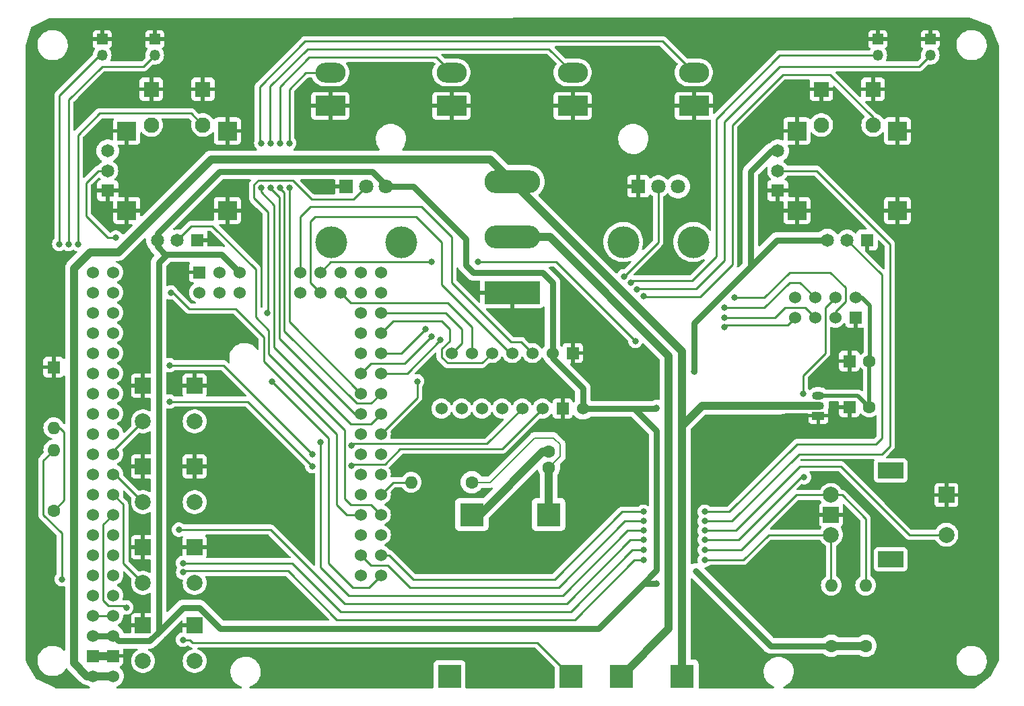
<source format=gbr>
%TF.GenerationSoftware,KiCad,Pcbnew,7.0.8*%
%TF.CreationDate,2023-11-09T04:02:45-05:00*%
%TF.ProjectId,RCTransmitterAecertRobotics,52435472-616e-4736-9d69-747465724165,rev?*%
%TF.SameCoordinates,Original*%
%TF.FileFunction,Copper,L1,Top*%
%TF.FilePolarity,Positive*%
%FSLAX46Y46*%
G04 Gerber Fmt 4.6, Leading zero omitted, Abs format (unit mm)*
G04 Created by KiCad (PCBNEW 7.0.8) date 2023-11-09 04:02:45*
%MOMM*%
%LPD*%
G01*
G04 APERTURE LIST*
G04 Aperture macros list*
%AMRoundRect*
0 Rectangle with rounded corners*
0 $1 Rounding radius*
0 $2 $3 $4 $5 $6 $7 $8 $9 X,Y pos of 4 corners*
0 Add a 4 corners polygon primitive as box body*
4,1,4,$2,$3,$4,$5,$6,$7,$8,$9,$2,$3,0*
0 Add four circle primitives for the rounded corners*
1,1,$1+$1,$2,$3*
1,1,$1+$1,$4,$5*
1,1,$1+$1,$6,$7*
1,1,$1+$1,$8,$9*
0 Add four rect primitives between the rounded corners*
20,1,$1+$1,$2,$3,$4,$5,0*
20,1,$1+$1,$4,$5,$6,$7,0*
20,1,$1+$1,$6,$7,$8,$9,0*
20,1,$1+$1,$8,$9,$2,$3,0*%
G04 Aperture macros list end*
%TA.AperFunction,NonConductor*%
%ADD10C,1.000000*%
%TD*%
%TA.AperFunction,ComponentPad*%
%ADD11C,1.524000*%
%TD*%
%TA.AperFunction,ComponentPad*%
%ADD12R,1.524000X1.524000*%
%TD*%
%TA.AperFunction,ComponentPad*%
%ADD13R,3.000000X3.000000*%
%TD*%
%TA.AperFunction,ComponentPad*%
%ADD14C,1.600000*%
%TD*%
%TA.AperFunction,ComponentPad*%
%ADD15R,3.800000X2.500000*%
%TD*%
%TA.AperFunction,ComponentPad*%
%ADD16RoundRect,1.250000X0.650000X0.000000X-0.650000X0.000000X-0.650000X0.000000X0.650000X0.000000X0*%
%TD*%
%TA.AperFunction,ComponentPad*%
%ADD17C,2.000000*%
%TD*%
%TA.AperFunction,ComponentPad*%
%ADD18R,2.000000X2.000000*%
%TD*%
%TA.AperFunction,ComponentPad*%
%ADD19R,3.200000X2.000000*%
%TD*%
%TA.AperFunction,ComponentPad*%
%ADD20R,1.600000X1.600000*%
%TD*%
%TA.AperFunction,ComponentPad*%
%ADD21O,1.600000X1.600000*%
%TD*%
%TA.AperFunction,ComponentPad*%
%ADD22R,1.350000X1.350000*%
%TD*%
%TA.AperFunction,ComponentPad*%
%ADD23O,1.350000X1.350000*%
%TD*%
%TA.AperFunction,ComponentPad*%
%ADD24R,7.000000X2.900000*%
%TD*%
%TA.AperFunction,ComponentPad*%
%ADD25O,7.000000X2.900000*%
%TD*%
%TA.AperFunction,WasherPad*%
%ADD26C,4.000000*%
%TD*%
%TA.AperFunction,ComponentPad*%
%ADD27R,1.800000X1.800000*%
%TD*%
%TA.AperFunction,ComponentPad*%
%ADD28C,1.800000*%
%TD*%
%TA.AperFunction,ComponentPad*%
%ADD29O,1.500000X1.050000*%
%TD*%
%TA.AperFunction,ComponentPad*%
%ADD30R,1.500000X1.050000*%
%TD*%
%TA.AperFunction,ComponentPad*%
%ADD31C,1.650000*%
%TD*%
%TA.AperFunction,ComponentPad*%
%ADD32R,1.650000X1.650000*%
%TD*%
%TA.AperFunction,ComponentPad*%
%ADD33C,1.950000*%
%TD*%
%TA.AperFunction,ComponentPad*%
%ADD34R,1.950000X1.950000*%
%TD*%
%TA.AperFunction,ComponentPad*%
%ADD35R,2.400000X2.400000*%
%TD*%
%TA.AperFunction,ViaPad*%
%ADD36C,0.800000*%
%TD*%
%TA.AperFunction,Conductor*%
%ADD37C,0.250000*%
%TD*%
%TA.AperFunction,Conductor*%
%ADD38C,0.500000*%
%TD*%
%TA.AperFunction,Conductor*%
%ADD39C,0.750000*%
%TD*%
%TA.AperFunction,Conductor*%
%ADD40C,0.200000*%
%TD*%
%TA.AperFunction,Conductor*%
%ADD41C,1.000000*%
%TD*%
G04 APERTURE END LIST*
D10*
X174498000Y-105664000D02*
X179324000Y-105664000D01*
D11*
%TO.P,Gyroscope1,1,VCC*%
%TO.N,/5v*%
X149860000Y-106045000D03*
D12*
%TO.P,Gyroscope1,2,GND*%
%TO.N,GND*%
X147320000Y-106045000D03*
D11*
%TO.P,Gyroscope1,3,SCL*%
%TO.N,/SCL*%
X144780000Y-106045000D03*
%TO.P,Gyroscope1,4,SDA*%
%TO.N,/SDA*%
X142240000Y-106045000D03*
%TO.P,Gyroscope1,5,XDA*%
%TO.N,unconnected-(Gyroscope1-XDA-Pad5)*%
X139700000Y-106045000D03*
%TO.P,Gyroscope1,6,XCL*%
%TO.N,unconnected-(Gyroscope1-XCL-Pad6)*%
X137160000Y-106045000D03*
%TO.P,Gyroscope1,7,AD0*%
%TO.N,unconnected-(Gyroscope1-AD0-Pad7)*%
X134620000Y-106045000D03*
%TO.P,Gyroscope1,8,INT*%
%TO.N,unconnected-(Gyroscope1-INT-Pad8)*%
X132080000Y-106045000D03*
%TD*%
D13*
%TO.P,Battery_Charger1,1,VOUT+*%
%TO.N,/Vin*%
X162316000Y-139700000D03*
%TO.P,Battery_Charger1,2,VOUT-*%
%TO.N,/VOUT-*%
X154696000Y-139700000D03*
%TO.P,Battery_Charger1,3,IN+*%
%TO.N,Net-(Battery_Charger1-IN+)*%
X148346000Y-139700000D03*
%TO.P,Battery_Charger1,4,IN-*%
%TO.N,unconnected-(Battery_Charger1-IN--Pad4)*%
X133106000Y-139700000D03*
%TO.P,Battery_Charger1,5,BAT+*%
%TO.N,/Bat+*%
X145552000Y-119380000D03*
%TO.P,Battery_Charger1,6,BAT-*%
%TO.N,/Bat-*%
X135900000Y-119380000D03*
%TD*%
D14*
%TO.P,JST_Connector1,1,Pin_1*%
%TO.N,/Bat+*%
X145597418Y-113472182D03*
%TO.P,JST_Connector1,2,Pin_2*%
%TO.N,/Bat-*%
X145597418Y-111472182D03*
%TD*%
D15*
%TO.P,Toggle4,1*%
%TO.N,GND*%
X118110000Y-67977000D03*
D16*
%TO.P,Toggle4,2*%
%TO.N,/Toggle D*%
X118110000Y-63777000D03*
%TD*%
D17*
%TO.P,Rotary_Encoder1,A,A*%
%TO.N,/RotaryEncoderB*%
X181080000Y-116920000D03*
%TO.P,Rotary_Encoder1,B,B*%
%TO.N,/RotaryEncoderA*%
X181080000Y-121920000D03*
D18*
%TO.P,Rotary_Encoder1,C,C*%
%TO.N,GND*%
X181080000Y-119420000D03*
D19*
%TO.P,Rotary_Encoder1,MP*%
%TO.N,N/C*%
X188580000Y-113820000D03*
X188580000Y-125020000D03*
D17*
%TO.P,Rotary_Encoder1,S1,S1*%
%TO.N,/Rotary Encoder Switch*%
X195580000Y-121920000D03*
D18*
%TO.P,Rotary_Encoder1,S2,S2*%
%TO.N,GND*%
X195580000Y-116920000D03*
%TD*%
D14*
%TO.P,C2,1*%
%TO.N,Net-(3.3V_Reg1-VO)*%
X185888000Y-105845299D03*
D20*
%TO.P,C2,2*%
%TO.N,GND*%
X183388000Y-105845299D03*
%TD*%
D14*
%TO.P,R4,1*%
%TO.N,/5v*%
X181102000Y-135890000D03*
D21*
%TO.P,R4,2*%
%TO.N,/RotaryEncoderA*%
X181102000Y-128270000D03*
%TD*%
D18*
%TO.P,Button3,1,1*%
%TO.N,GND*%
X94540000Y-123480000D03*
X101040000Y-123480000D03*
D17*
%TO.P,Button3,2,2*%
%TO.N,/Button C*%
X94540000Y-127980000D03*
X101040000Y-127980000D03*
%TD*%
D14*
%TO.P,C1,1*%
%TO.N,Net-(3.3V_Reg1-VO)*%
X185888000Y-100076000D03*
D20*
%TO.P,C1,2*%
%TO.N,GND*%
X183388000Y-100076000D03*
%TD*%
D15*
%TO.P,Toggle2,1*%
%TO.N,GND*%
X148590000Y-67977000D03*
D16*
%TO.P,Toggle2,2*%
%TO.N,/Toggle B*%
X148590000Y-63777000D03*
%TD*%
D22*
%TO.P,Bumper2,1,1*%
%TO.N,GND*%
X96012000Y-59595000D03*
D23*
%TO.P,Bumper2,2,2*%
%TO.N,/Left Bumper B*%
X96012000Y-61595000D03*
%TD*%
D18*
%TO.P,Button4,1,1*%
%TO.N,GND*%
X94540000Y-133300000D03*
X101040000Y-133300000D03*
D17*
%TO.P,Button4,2,2*%
%TO.N,/Button D*%
X94540000Y-137800000D03*
X101040000Y-137800000D03*
%TD*%
D18*
%TO.P,Button2,1,1*%
%TO.N,GND*%
X94540000Y-113320000D03*
X101040000Y-113320000D03*
D17*
%TO.P,Button2,2,2*%
%TO.N,/Button B*%
X94540000Y-117820000D03*
X101040000Y-117820000D03*
%TD*%
D18*
%TO.P,Button1,1,1*%
%TO.N,GND*%
X94540000Y-103160000D03*
X101040000Y-103160000D03*
D17*
%TO.P,Button1,2,2*%
%TO.N,/Button A*%
X94540000Y-107660000D03*
X101040000Y-107660000D03*
%TD*%
D14*
%TO.P,R2,1*%
%TO.N,/Charging*%
X83312000Y-118872000D03*
D21*
%TO.P,R2,2*%
%TO.N,Net-(Battery_Charger1-IN+)*%
X83312000Y-111252000D03*
%TD*%
D22*
%TO.P,Bumper1,1,1*%
%TO.N,GND*%
X89408000Y-59595000D03*
D23*
%TO.P,Bumper1,2,2*%
%TO.N,/Left Bumper A*%
X89408000Y-61595000D03*
%TD*%
D24*
%TO.P,K1,1,LED*%
%TO.N,GND*%
X140970000Y-91470000D03*
D25*
%TO.P,K1,2,Power*%
%TO.N,/VOUT-*%
X140970000Y-84470000D03*
%TO.P,K1,3,Load*%
%TO.N,/Vin*%
X140970000Y-77470000D03*
%TD*%
D20*
%TO.P,R1,1*%
%TO.N,GND*%
X83312000Y-100838000D03*
D21*
%TO.P,R1,2*%
%TO.N,/Charging*%
X83312000Y-108458000D03*
%TD*%
D15*
%TO.P,Toggle1,1*%
%TO.N,GND*%
X163830000Y-67977000D03*
D16*
%TO.P,Toggle1,2*%
%TO.N,/Toggle A*%
X163830000Y-63777000D03*
%TD*%
D26*
%TO.P,Pot1,*%
%TO.N,*%
X127000000Y-85090000D03*
X118200000Y-85090000D03*
D27*
%TO.P,Pot1,1,1*%
%TO.N,GND*%
X120100000Y-78090000D03*
D28*
%TO.P,Pot1,2,2*%
%TO.N,/Pot Left*%
X122600000Y-78090000D03*
%TO.P,Pot1,3,3*%
%TO.N,/5v*%
X125100000Y-78090000D03*
%TD*%
D22*
%TO.P,Bumper3,1,1*%
%TO.N,GND*%
X186944000Y-59595000D03*
D23*
%TO.P,Bumper3,2,2*%
%TO.N,/Right Bumper A*%
X186944000Y-61595000D03*
%TD*%
D15*
%TO.P,Toggle3,1*%
%TO.N,GND*%
X133350000Y-67977000D03*
D16*
%TO.P,Toggle3,2*%
%TO.N,/Toggle C*%
X133350000Y-63777000D03*
%TD*%
D26*
%TO.P,Pot2,*%
%TO.N,*%
X163740000Y-85090000D03*
X154940000Y-85090000D03*
D27*
%TO.P,Pot2,1,1*%
%TO.N,GND*%
X156840000Y-78090000D03*
D28*
%TO.P,Pot2,2,2*%
%TO.N,/Pot Right*%
X159340000Y-78090000D03*
%TO.P,Pot2,3,3*%
%TO.N,/5v*%
X161840000Y-78090000D03*
%TD*%
D14*
%TO.P,R3,1*%
%TO.N,/5v*%
X185420000Y-135890000D03*
D21*
%TO.P,R3,2*%
%TO.N,/RotaryEncoderB*%
X185420000Y-128270000D03*
%TD*%
D29*
%TO.P,3.3V_Reg1,1,VO*%
%TO.N,Net-(3.3V_Reg1-VO)*%
X179472000Y-104394000D03*
%TO.P,3.3V_Reg1,2,VI*%
%TO.N,/Vin*%
X179472000Y-105664000D03*
D30*
%TO.P,3.3V_Reg1,3,GND*%
%TO.N,GND*%
X179472000Y-106934000D03*
%TD*%
D11*
%TO.P,OLED_LCD_Display1,1,CS*%
%TO.N,/Screen CS*%
X133350000Y-99060000D03*
%TO.P,OLED_LCD_Display1,2,DC*%
%TO.N,/CE*%
X135890000Y-99060000D03*
%TO.P,OLED_LCD_Display1,3,RES*%
%TO.N,/Screen RES*%
X138430000Y-99060000D03*
%TO.P,OLED_LCD_Display1,4,SDA*%
%TO.N,/MOSI*%
X140970000Y-99060000D03*
%TO.P,OLED_LCD_Display1,5,SCK*%
%TO.N,/SCK*%
X143510000Y-99060000D03*
%TO.P,OLED_LCD_Display1,6,VCC*%
%TO.N,/5v*%
X146050000Y-99060000D03*
D12*
%TO.P,OLED_LCD_Display1,7,GND*%
%TO.N,GND*%
X148590000Y-99060000D03*
%TD*%
D31*
%TO.P,Joystick1,1,1*%
%TO.N,/5v*%
X96335000Y-84850000D03*
%TO.P,Joystick1,2,2*%
%TO.N,/Joy Left X*%
X98835000Y-84850000D03*
D32*
%TO.P,Joystick1,3,3*%
%TO.N,GND*%
X101335000Y-84850000D03*
D31*
%TO.P,Joystick1,11,1'*%
%TO.N,/5v*%
X90105000Y-73620000D03*
%TO.P,Joystick1,12,2'*%
%TO.N,/Joy Left Y*%
X90105000Y-76120000D03*
D32*
%TO.P,Joystick1,13,3'*%
%TO.N,GND*%
X90105000Y-78620000D03*
D33*
%TO.P,Joystick1,A1,COM_1*%
%TO.N,/Joy Left Button*%
X102085000Y-70370000D03*
%TO.P,Joystick1,B1,COM_2*%
%TO.N,unconnected-(Joystick1-COM_2-PadB1)*%
X95585000Y-70370000D03*
D34*
%TO.P,Joystick1,C1,NO_1*%
%TO.N,GND*%
X102085000Y-65870000D03*
%TO.P,Joystick1,D1,NO_2*%
X95585000Y-65870000D03*
D35*
%TO.P,Joystick1,MH1,MH1*%
X92510000Y-81120000D03*
%TO.P,Joystick1,MH2,MH2*%
X105160000Y-81120000D03*
%TO.P,Joystick1,MH3,MH3*%
X105160000Y-71120000D03*
%TO.P,Joystick1,MH4,MH4*%
X92510000Y-71120000D03*
%TD*%
D22*
%TO.P,Bumper4,1,1*%
%TO.N,GND*%
X193548000Y-59595000D03*
D23*
%TO.P,Bumper4,2,2*%
%TO.N,/Right Bumper B*%
X193548000Y-61595000D03*
%TD*%
D31*
%TO.P,Joystick2,1,1*%
%TO.N,/5v*%
X180605000Y-84850000D03*
%TO.P,Joystick2,2,2*%
%TO.N,/Joy Right X*%
X183105000Y-84850000D03*
D32*
%TO.P,Joystick2,3,3*%
%TO.N,GND*%
X185605000Y-84850000D03*
D31*
%TO.P,Joystick2,11,1'*%
%TO.N,/5v*%
X174375000Y-73620000D03*
%TO.P,Joystick2,12,2'*%
%TO.N,/Joy Right Y*%
X174375000Y-76120000D03*
D32*
%TO.P,Joystick2,13,3'*%
%TO.N,GND*%
X174375000Y-78620000D03*
D33*
%TO.P,Joystick2,A1,COM_1*%
%TO.N,/Joy Right Button*%
X186355000Y-70370000D03*
%TO.P,Joystick2,B1,COM_2*%
%TO.N,unconnected-(Joystick2-COM_2-PadB1)*%
X179855000Y-70370000D03*
D34*
%TO.P,Joystick2,C1,NO_1*%
%TO.N,GND*%
X186355000Y-65870000D03*
%TO.P,Joystick2,D1,NO_2*%
X179855000Y-65870000D03*
D35*
%TO.P,Joystick2,MH1,MH1*%
X176780000Y-81120000D03*
%TO.P,Joystick2,MH2,MH2*%
X189430000Y-81120000D03*
%TO.P,Joystick2,MH3,MH3*%
X189430000Y-71120000D03*
%TO.P,Joystick2,MH4,MH4*%
X176780000Y-71120000D03*
%TD*%
D11*
%TO.P,Arduino_Mega_Pro1,0,RX*%
%TO.N,unconnected-(Arduino_Mega_Pro1-RX-Pad0)*%
X90805000Y-127000000D03*
%TO.P,Arduino_Mega_Pro1,1,TX*%
%TO.N,unconnected-(Arduino_Mega_Pro1-TX-Pad1)*%
X88265000Y-127000000D03*
%TO.P,Arduino_Mega_Pro1,2,D2*%
%TO.N,/RotaryEncoderA*%
X90805000Y-124460000D03*
%TO.P,Arduino_Mega_Pro1,3,D3*%
%TO.N,/RotaryEncoderB*%
X88265000Y-124460000D03*
%TO.P,Arduino_Mega_Pro1,3V3,3V3*%
%TO.N,/3.3v*%
X88265000Y-132080000D03*
X90805000Y-132080000D03*
%TO.P,Arduino_Mega_Pro1,4,D4*%
%TO.N,/NRF CSN*%
X90805000Y-121920000D03*
%TO.P,Arduino_Mega_Pro1,5,D5*%
%TO.N,unconnected-(Arduino_Mega_Pro1-D5-Pad5)*%
X88265000Y-121920000D03*
%TO.P,Arduino_Mega_Pro1,5V,5V*%
%TO.N,/5v*%
X88265000Y-134620000D03*
X90805000Y-134620000D03*
X106680000Y-88900000D03*
%TO.P,Arduino_Mega_Pro1,6,D6*%
%TO.N,/Button D*%
X90805000Y-119380000D03*
%TO.P,Arduino_Mega_Pro1,7,D7*%
%TO.N,/Charging*%
X88265000Y-119380000D03*
%TO.P,Arduino_Mega_Pro1,8,D8*%
%TO.N,/Button C*%
X90805000Y-116840000D03*
%TO.P,Arduino_Mega_Pro1,9,D9*%
%TO.N,unconnected-(Arduino_Mega_Pro1-D9-Pad9)*%
X88265000Y-116840000D03*
%TO.P,Arduino_Mega_Pro1,10,D10*%
%TO.N,/Button B*%
X90805000Y-114300000D03*
%TO.P,Arduino_Mega_Pro1,11,D11*%
%TO.N,unconnected-(Arduino_Mega_Pro1-D11-Pad11)*%
X88265000Y-114300000D03*
%TO.P,Arduino_Mega_Pro1,12,D12*%
%TO.N,/Button A*%
X90805000Y-111760000D03*
%TO.P,Arduino_Mega_Pro1,13,D13*%
%TO.N,unconnected-(Arduino_Mega_Pro1-D13-Pad13)*%
X88265000Y-111760000D03*
%TO.P,Arduino_Mega_Pro1,14,D14*%
%TO.N,unconnected-(Arduino_Mega_Pro1-D14-Pad14)*%
X90805000Y-109220000D03*
%TO.P,Arduino_Mega_Pro1,15,D15*%
%TO.N,unconnected-(Arduino_Mega_Pro1-D15-Pad15)*%
X88265000Y-109220000D03*
%TO.P,Arduino_Mega_Pro1,16,D16*%
%TO.N,unconnected-(Arduino_Mega_Pro1-D16-Pad16)*%
X90805000Y-106680000D03*
%TO.P,Arduino_Mega_Pro1,17,D17*%
%TO.N,unconnected-(Arduino_Mega_Pro1-D17-Pad17)*%
X88265000Y-106680000D03*
%TO.P,Arduino_Mega_Pro1,18,D18*%
%TO.N,unconnected-(Arduino_Mega_Pro1-D18-Pad18)*%
X90805000Y-104140000D03*
%TO.P,Arduino_Mega_Pro1,19,D19*%
%TO.N,unconnected-(Arduino_Mega_Pro1-D19-Pad19)*%
X88265000Y-104140000D03*
%TO.P,Arduino_Mega_Pro1,20,D20(SDA)*%
%TO.N,/SDA*%
X90805000Y-101600000D03*
%TO.P,Arduino_Mega_Pro1,21,D21(SCL)*%
%TO.N,/SCL*%
X88265000Y-101600000D03*
%TO.P,Arduino_Mega_Pro1,22,D22*%
%TO.N,unconnected-(Arduino_Mega_Pro1-D22-Pad22)*%
X90805000Y-99060000D03*
%TO.P,Arduino_Mega_Pro1,23,D23*%
%TO.N,unconnected-(Arduino_Mega_Pro1-D23-Pad23)*%
X88265000Y-99060000D03*
%TO.P,Arduino_Mega_Pro1,24,D24*%
%TO.N,unconnected-(Arduino_Mega_Pro1-D24-Pad24)*%
X90805000Y-96520000D03*
%TO.P,Arduino_Mega_Pro1,25,D25*%
%TO.N,unconnected-(Arduino_Mega_Pro1-D25-Pad25)*%
X88265000Y-96520000D03*
%TO.P,Arduino_Mega_Pro1,26,D26*%
%TO.N,unconnected-(Arduino_Mega_Pro1-D26-Pad26)*%
X90805000Y-93980000D03*
%TO.P,Arduino_Mega_Pro1,27,D27*%
%TO.N,/Left Bumper A*%
X88265000Y-93980000D03*
%TO.P,Arduino_Mega_Pro1,28,D28*%
%TO.N,unconnected-(Arduino_Mega_Pro1-D28-Pad28)*%
X90805000Y-91440000D03*
%TO.P,Arduino_Mega_Pro1,29,D29*%
%TO.N,/Left Bumper B*%
X88265000Y-91440000D03*
%TO.P,Arduino_Mega_Pro1,30,D30*%
%TO.N,unconnected-(Arduino_Mega_Pro1-D30-Pad30)*%
X90805000Y-88900000D03*
%TO.P,Arduino_Mega_Pro1,31,D31*%
%TO.N,/Joy Left Button*%
X88265000Y-88900000D03*
%TO.P,Arduino_Mega_Pro1,32,D32*%
%TO.N,/Toggle A*%
X124460000Y-106680000D03*
%TO.P,Arduino_Mega_Pro1,33,D33*%
%TO.N,/Toggle B*%
X121920000Y-106680000D03*
%TO.P,Arduino_Mega_Pro1,34,D34*%
%TO.N,/Toggle C*%
X124460000Y-104140000D03*
%TO.P,Arduino_Mega_Pro1,35,D35*%
%TO.N,/Toggle D*%
X121920000Y-104140000D03*
%TO.P,Arduino_Mega_Pro1,36,D36*%
%TO.N,/Joy Right Button*%
X124460000Y-101600000D03*
%TO.P,Arduino_Mega_Pro1,37,D37*%
%TO.N,/Right Bumper B*%
X121920000Y-101600000D03*
%TO.P,Arduino_Mega_Pro1,38,D38*%
%TO.N,/Right Bumper A*%
X124460000Y-99060000D03*
%TO.P,Arduino_Mega_Pro1,39,D39*%
%TO.N,/Rotary Encoder Switch*%
X121920000Y-99060000D03*
%TO.P,Arduino_Mega_Pro1,40,D40*%
%TO.N,/Screen RES*%
X124460000Y-96520000D03*
%TO.P,Arduino_Mega_Pro1,41,D41*%
%TO.N,unconnected-(Arduino_Mega_Pro1-D41-Pad41)*%
X121920000Y-96520000D03*
%TO.P,Arduino_Mega_Pro1,42,D42*%
%TO.N,/Screen CS*%
X124460000Y-93980000D03*
%TO.P,Arduino_Mega_Pro1,43,D43*%
%TO.N,unconnected-(Arduino_Mega_Pro1-D43-Pad43)*%
X121920000Y-93980000D03*
%TO.P,Arduino_Mega_Pro1,44,D44*%
%TO.N,unconnected-(Arduino_Mega_Pro1-D44-Pad44)*%
X124460000Y-91440000D03*
%TO.P,Arduino_Mega_Pro1,45,D45*%
%TO.N,unconnected-(Arduino_Mega_Pro1-D45-Pad45)*%
X121920000Y-91440000D03*
%TO.P,Arduino_Mega_Pro1,46,D46*%
%TO.N,unconnected-(Arduino_Mega_Pro1-D46-Pad46)*%
X124460000Y-88900000D03*
%TO.P,Arduino_Mega_Pro1,47,D47*%
%TO.N,unconnected-(Arduino_Mega_Pro1-D47-Pad47)*%
X121920000Y-88900000D03*
%TO.P,Arduino_Mega_Pro1,48,D48*%
%TO.N,unconnected-(Arduino_Mega_Pro1-D48-Pad48)*%
X119380000Y-88900000D03*
%TO.P,Arduino_Mega_Pro1,49,D49*%
%TO.N,/CE*%
X119380000Y-91440000D03*
%TO.P,Arduino_Mega_Pro1,50,D50(MISO)*%
%TO.N,/MISO*%
X106680000Y-91440000D03*
X116840000Y-88900000D03*
%TO.P,Arduino_Mega_Pro1,51,D51(MOSI)*%
%TO.N,/MOSI*%
X104140000Y-88900000D03*
X116840000Y-91440000D03*
%TO.P,Arduino_Mega_Pro1,52,D52(SCLK)*%
%TO.N,/SCK*%
X104140000Y-91440000D03*
X114300000Y-88900000D03*
%TO.P,Arduino_Mega_Pro1,53,D53(CE)*%
%TO.N,unconnected-(Arduino_Mega_Pro1-D53(CE)-Pad53)*%
X114300000Y-91440000D03*
%TO.P,Arduino_Mega_Pro1,A0,A0*%
%TO.N,/Pot Left*%
X124460000Y-127000000D03*
%TO.P,Arduino_Mega_Pro1,A1,A1*%
%TO.N,unconnected-(Arduino_Mega_Pro1-PadA1)*%
X121920000Y-127000000D03*
%TO.P,Arduino_Mega_Pro1,A2,A2*%
%TO.N,/Joy Right X*%
X124460000Y-124460000D03*
%TO.P,Arduino_Mega_Pro1,A3,A3*%
%TO.N,/Joy Right Y*%
X121920000Y-124460000D03*
%TO.P,Arduino_Mega_Pro1,A4,A4*%
%TO.N,unconnected-(Arduino_Mega_Pro1-PadA4)*%
X124460000Y-121920000D03*
%TO.P,Arduino_Mega_Pro1,A5,A5*%
%TO.N,unconnected-(Arduino_Mega_Pro1-PadA5)*%
X121920000Y-121920000D03*
%TO.P,Arduino_Mega_Pro1,A6,A6*%
%TO.N,/Joy Left X*%
X124460000Y-119380000D03*
%TO.P,Arduino_Mega_Pro1,A7,A7*%
%TO.N,/Joy Left Y*%
X121920000Y-119380000D03*
%TO.P,Arduino_Mega_Pro1,A8,A8*%
%TO.N,/Battery Voltage*%
X124460000Y-116840000D03*
%TO.P,Arduino_Mega_Pro1,A9,A9*%
%TO.N,unconnected-(Arduino_Mega_Pro1-PadA9)*%
X121920000Y-116840000D03*
%TO.P,Arduino_Mega_Pro1,A10,A10*%
%TO.N,unconnected-(Arduino_Mega_Pro1-PadA10)*%
X124460000Y-114300000D03*
%TO.P,Arduino_Mega_Pro1,A11,A11*%
%TO.N,unconnected-(Arduino_Mega_Pro1-PadA11)*%
X121920000Y-114300000D03*
%TO.P,Arduino_Mega_Pro1,A12,A12*%
%TO.N,unconnected-(Arduino_Mega_Pro1-PadA12)*%
X124460000Y-111760000D03*
%TO.P,Arduino_Mega_Pro1,A13,A13*%
%TO.N,unconnected-(Arduino_Mega_Pro1-PadA13)*%
X121920000Y-111760000D03*
%TO.P,Arduino_Mega_Pro1,A14,A14*%
%TO.N,/Pot Right*%
X124460000Y-109220000D03*
%TO.P,Arduino_Mega_Pro1,A15,A15*%
%TO.N,unconnected-(Arduino_Mega_Pro1-PadA15)*%
X121920000Y-109220000D03*
%TO.P,Arduino_Mega_Pro1,AREF,AREF*%
%TO.N,/REF*%
X90805000Y-129540000D03*
D12*
%TO.P,Arduino_Mega_Pro1,GND,GND*%
%TO.N,GND*%
X88265000Y-137160000D03*
X90805000Y-137160000D03*
X101600000Y-88900000D03*
D11*
%TO.P,Arduino_Mega_Pro1,RST,RST*%
%TO.N,unconnected-(Arduino_Mega_Pro1-PadRST)*%
X88265000Y-129540000D03*
X101600000Y-91440000D03*
%TO.P,Arduino_Mega_Pro1,VIN,VIN*%
%TO.N,/Vin*%
X88265000Y-139700000D03*
X90805000Y-139700000D03*
%TD*%
D14*
%TO.P,R5,1*%
%TO.N,/Bat+*%
X135890000Y-115316000D03*
D21*
%TO.P,R5,2*%
%TO.N,/Battery Voltage*%
X128270000Y-115316000D03*
%TD*%
D11*
%TO.P,NRF24,1,V+*%
%TO.N,Net-(3.3V_Reg1-VO)*%
X184150000Y-92075000D03*
%TO.P,NRF24,2,CSN*%
%TO.N,/NRF CSN*%
X181610000Y-92075000D03*
%TO.P,NRF24,3,MOSI*%
%TO.N,/MOSI*%
X179070000Y-92075000D03*
%TO.P,NRF24,4,IRQ*%
%TO.N,unconnected-(NRF24-IRQ-Pad4)*%
X176530000Y-92075000D03*
%TO.P,NRF24,5,MISO*%
%TO.N,/MISO*%
X176530000Y-94615000D03*
%TO.P,NRF24,6,SCK*%
%TO.N,/SCK*%
X179070000Y-94615000D03*
%TO.P,NRF24,7,CE*%
%TO.N,/CE*%
X181610000Y-94615000D03*
D12*
%TO.P,NRF24,8,GND*%
%TO.N,GND*%
X184150000Y-94615000D03*
%TD*%
D36*
%TO.N,/5v*%
X159155500Y-105918000D03*
X159155500Y-128016000D03*
%TO.N,GND*%
X161036000Y-73660000D03*
%TO.N,/CE*%
X168929419Y-92094419D03*
%TO.N,GND*%
X154432000Y-80772000D03*
X83312000Y-97028000D03*
X152908000Y-110236000D03*
X139700000Y-102616000D03*
X136144000Y-90932000D03*
X148082000Y-122174000D03*
X98552000Y-136144000D03*
X129032000Y-108966000D03*
X181610000Y-109220000D03*
X189484000Y-66040000D03*
X105156000Y-65786000D03*
X119888000Y-138684000D03*
X98806000Y-89154000D03*
X107188000Y-116332000D03*
X132080000Y-114808000D03*
X178308000Y-119634000D03*
X143764000Y-71882000D03*
X107696000Y-123444000D03*
X83312000Y-104648000D03*
X98044000Y-73660000D03*
X93218000Y-140208000D03*
X180086000Y-81534000D03*
X89916000Y-81788000D03*
X90932000Y-66294000D03*
X108204000Y-130048000D03*
X102108000Y-98044000D03*
X170180000Y-110744000D03*
X148336000Y-91948000D03*
X132080000Y-122428000D03*
X93472000Y-99568000D03*
X198120000Y-112776000D03*
X191008000Y-130810000D03*
X190500000Y-85852000D03*
X120904000Y-72136000D03*
X170434000Y-129794000D03*
X154178000Y-101600000D03*
X180848000Y-101600000D03*
X187452000Y-75184000D03*
%TO.N,/5v*%
X164084000Y-126492000D03*
X163815500Y-101346000D03*
%TO.N,/Rotary Encoder Switch*%
X157480000Y-121380497D03*
X165190000Y-121380497D03*
X116840000Y-110236000D03*
%TO.N,/Left Bumper A*%
X84010994Y-85344000D03*
%TO.N,/Right Bumper A*%
X130048000Y-96012000D03*
X155863310Y-90242695D03*
%TO.N,/Left Bumper B*%
X85185497Y-85344000D03*
%TO.N,/Right Bumper B*%
X156693808Y-91073194D03*
X130872180Y-96945918D03*
%TO.N,/Joy Right Button*%
X131951976Y-97407976D03*
X157524307Y-91903693D03*
%TO.N,/Toggle C*%
X111760000Y-72644000D03*
X111760000Y-78232000D03*
%TO.N,/Toggle D*%
X112938728Y-72644000D03*
X112934503Y-78232000D03*
%TO.N,/Toggle B*%
X110585497Y-72644000D03*
X110585498Y-78233248D03*
%TO.N,/Toggle A*%
X109411038Y-72654093D03*
X109410996Y-78231539D03*
%TO.N,/Joy Left Button*%
X86360000Y-85344000D03*
%TO.N,/Button D*%
X92456000Y-131064000D03*
%TO.N,/Pot Right*%
X129032000Y-102616000D03*
X155032810Y-89412197D03*
%TO.N,/Joy Right Y*%
X157480000Y-120205994D03*
X165190000Y-120205994D03*
%TO.N,/SCL*%
X97889000Y-105156000D03*
X115824000Y-113284000D03*
X120787500Y-113266888D03*
%TO.N,/SDA*%
X97889000Y-100584000D03*
X115824000Y-111760000D03*
X120787500Y-110726888D03*
%TO.N,/Joy Right X*%
X157480000Y-119031491D03*
X165190000Y-119031491D03*
%TO.N,/Pot Left*%
X110160003Y-93980000D03*
X110744000Y-102616000D03*
%TO.N,/Joy Left Y*%
X98044000Y-91440000D03*
X91141693Y-84537693D03*
%TO.N,/SCK*%
X167640000Y-94615000D03*
%TO.N,/MISO*%
X156464000Y-97536000D03*
X130850000Y-87590000D03*
X136652000Y-87590000D03*
X167640000Y-95789503D03*
%TO.N,/MOSI*%
X167659419Y-93364419D03*
%TO.N,/NRF CSN*%
X157480000Y-122555000D03*
X177674043Y-114682043D03*
X177546000Y-104140000D03*
X99060000Y-121271285D03*
X165190000Y-122555000D03*
%TO.N,/RotaryEncoderB*%
X165190000Y-123825000D03*
X157481043Y-123826043D03*
X99568000Y-125476000D03*
%TO.N,/RotaryEncoderA*%
X165190000Y-125095000D03*
X157482086Y-125097086D03*
X99597535Y-126650131D03*
%TO.N,Net-(Battery_Charger1-IN+)*%
X99568000Y-135128000D03*
X84328000Y-127508000D03*
%TD*%
D37*
%TO.N,/Joy Right Y*%
X179232108Y-76120000D02*
X174375000Y-76120000D01*
X188468000Y-110744000D02*
X188468000Y-85355892D01*
X187452000Y-111760000D02*
X188468000Y-110744000D01*
X177038000Y-111760000D02*
X187452000Y-111760000D01*
X168592006Y-120205994D02*
X177038000Y-111760000D01*
X188468000Y-85355892D02*
X179232108Y-76120000D01*
X165190000Y-120205994D02*
X168592006Y-120205994D01*
%TO.N,/Joy Right X*%
X187452000Y-109728000D02*
X187452000Y-89197000D01*
X186690000Y-110490000D02*
X187452000Y-109728000D01*
X176784000Y-110490000D02*
X186690000Y-110490000D01*
X168242509Y-119031491D02*
X176784000Y-110490000D01*
X165190000Y-119031491D02*
X168242509Y-119031491D01*
X187452000Y-89197000D02*
X183105000Y-84850000D01*
D38*
%TO.N,Net-(3.3V_Reg1-VO)*%
X184436701Y-104394000D02*
X185888000Y-105845299D01*
X181073349Y-104394000D02*
X184436701Y-104394000D01*
X185928000Y-93053000D02*
X185928000Y-100036000D01*
X185928000Y-100036000D02*
X185888000Y-100076000D01*
X184950000Y-92075000D02*
X185928000Y-93053000D01*
X185888000Y-100076000D02*
X185888000Y-105845299D01*
D39*
%TO.N,/5v*%
X159028500Y-106045000D02*
X156337000Y-106045000D01*
X159155500Y-105918000D02*
X159028500Y-106045000D01*
X156337000Y-106045000D02*
X149860000Y-106045000D01*
X159155500Y-108863500D02*
X156337000Y-106045000D01*
X159155500Y-126340500D02*
X159155500Y-108863500D01*
X156718000Y-128778000D02*
X159155500Y-126340500D01*
X159155500Y-128016000D02*
X157480000Y-128016000D01*
X156718000Y-128778000D02*
X151808000Y-133688000D01*
X157480000Y-128016000D02*
X156718000Y-128778000D01*
D38*
%TO.N,Net-(3.3V_Reg1-VO)*%
X179472000Y-104394000D02*
X181073349Y-104394000D01*
D40*
%TO.N,/Bat+*%
X146982741Y-112086859D02*
X145597418Y-113472182D01*
X143764000Y-109728000D02*
X146169057Y-109728000D01*
X146169057Y-109728000D02*
X146982741Y-110541684D01*
X138176000Y-115316000D02*
X143764000Y-109728000D01*
X146982741Y-110541684D02*
X146982741Y-112086859D01*
X135890000Y-115316000D02*
X138176000Y-115316000D01*
D41*
%TO.N,/Bat-*%
X136889600Y-119380000D02*
X135900000Y-119380000D01*
X145597418Y-111472182D02*
X144797418Y-111472182D01*
X144797418Y-111472182D02*
X136889600Y-119380000D01*
%TO.N,/Bat+*%
X145552000Y-113517600D02*
X145597418Y-113472182D01*
X145552000Y-119380000D02*
X145552000Y-113517600D01*
D37*
%TO.N,/CE*%
X120658000Y-92718000D02*
X119380000Y-91440000D01*
X175875581Y-88919419D02*
X172700581Y-92094419D01*
X180994419Y-88919419D02*
X175875581Y-88919419D01*
X135890000Y-95758000D02*
X132850000Y-92718000D01*
X181610000Y-93853000D02*
X182880000Y-92583000D01*
X135890000Y-99060000D02*
X135890000Y-95758000D01*
X132850000Y-92718000D02*
X120658000Y-92718000D01*
X182880000Y-92583000D02*
X182880000Y-90805000D01*
X182880000Y-90805000D02*
X180994419Y-88919419D01*
X172700581Y-92094419D02*
X168929419Y-92094419D01*
X181610000Y-94615000D02*
X181610000Y-93853000D01*
D41*
%TO.N,GND*%
X88265000Y-137160000D02*
X90805000Y-137160000D01*
D37*
%TO.N,/3.3v*%
X88265000Y-132080000D02*
X90805000Y-132080000D01*
D39*
%TO.N,/5v*%
X90805000Y-134620000D02*
X91460000Y-135275000D01*
X174230000Y-84850000D02*
X170942000Y-88138000D01*
X90805000Y-134620000D02*
X88265000Y-134620000D01*
X106680000Y-88900000D02*
X104425481Y-86645481D01*
X181864000Y-135890000D02*
X173482000Y-135890000D01*
X170942000Y-76228000D02*
X170942000Y-88138000D01*
X97310000Y-86645481D02*
X96335000Y-85670481D01*
X104144589Y-76219930D02*
X123379838Y-76219930D01*
X174375000Y-73620000D02*
X173550000Y-73620000D01*
X146050000Y-99060000D02*
X146050000Y-99695000D01*
X99568000Y-131064000D02*
X96263250Y-134368750D01*
X135128000Y-84677366D02*
X135128000Y-88010544D01*
X163815500Y-95264500D02*
X170942000Y-88138000D01*
X101600000Y-131064000D02*
X99568000Y-131064000D01*
D41*
X181864000Y-135890000D02*
X185420000Y-135890000D01*
D39*
X96335000Y-84850000D02*
X96335000Y-84029519D01*
X96514500Y-134117500D02*
X96514500Y-87666981D01*
X180605000Y-84850000D02*
X174230000Y-84850000D01*
X97310000Y-86645481D02*
X97536000Y-86645481D01*
X163815500Y-101346000D02*
X163815500Y-95264500D01*
X95357000Y-135275000D02*
X96514500Y-134117500D01*
X96514500Y-87666981D02*
X97536000Y-86645481D01*
D41*
X181102000Y-135890000D02*
X181864000Y-135890000D01*
D39*
X128540634Y-78090000D02*
X135128000Y-84677366D01*
X173482000Y-135890000D02*
X164084000Y-126492000D01*
X151808000Y-133688000D02*
X104224000Y-133688000D01*
X135128000Y-88010544D02*
X136082456Y-88965000D01*
X91460000Y-135275000D02*
X95357000Y-135275000D01*
X149860000Y-103505000D02*
X149860000Y-106045000D01*
X144793858Y-88965000D02*
X146050000Y-90221142D01*
X136082456Y-88965000D02*
X144793858Y-88965000D01*
X125100000Y-77940092D02*
X125100000Y-78090000D01*
X125100000Y-78090000D02*
X128540634Y-78090000D01*
X104425481Y-86645481D02*
X97310000Y-86645481D01*
X146050000Y-99695000D02*
X149860000Y-103505000D01*
X96335000Y-85670481D02*
X96335000Y-84850000D01*
X96335000Y-84029519D02*
X104144589Y-76219930D01*
X146050000Y-90221142D02*
X146050000Y-99060000D01*
X173550000Y-73620000D02*
X170942000Y-76228000D01*
X123379838Y-76219930D02*
X125100000Y-77940092D01*
X104224000Y-133688000D02*
X101600000Y-131064000D01*
D37*
%TO.N,/Rotary Encoder Switch*%
X165190000Y-121380497D02*
X169068503Y-121380497D01*
X177165000Y-113284000D02*
X182284446Y-113284000D01*
X169068503Y-121380497D02*
X177165000Y-113284000D01*
X147320000Y-129540000D02*
X155479503Y-121380497D01*
X116840000Y-110236000D02*
X116840000Y-125984000D01*
X116840000Y-125984000D02*
X120396000Y-129540000D01*
X120396000Y-129540000D02*
X147320000Y-129540000D01*
X182284446Y-113284000D02*
X190920446Y-121920000D01*
X155479503Y-121380497D02*
X157480000Y-121380497D01*
X190920446Y-121920000D02*
X195580000Y-121920000D01*
%TO.N,/Left Bumper A*%
X84010994Y-85344000D02*
X84010994Y-66682006D01*
X84010994Y-66682006D02*
X89098000Y-61595000D01*
X89098000Y-61595000D02*
X89408000Y-61595000D01*
%TO.N,/Right Bumper A*%
X166624000Y-69596000D02*
X174625000Y-61595000D01*
X124460000Y-99060000D02*
X127000000Y-99060000D01*
X155863310Y-90242695D02*
X156190005Y-89916000D01*
X127000000Y-99060000D02*
X130048000Y-96012000D01*
X163576000Y-89916000D02*
X166624000Y-86868000D01*
X156190005Y-89916000D02*
X163576000Y-89916000D01*
X174625000Y-61595000D02*
X186944000Y-61595000D01*
X166624000Y-86868000D02*
X166624000Y-69596000D01*
%TO.N,/Left Bumper B*%
X89408000Y-62992000D02*
X94615000Y-62992000D01*
X94615000Y-62992000D02*
X96012000Y-61595000D01*
X85185497Y-67214503D02*
X89408000Y-62992000D01*
X85185497Y-85344000D02*
X85185497Y-67214503D01*
%TO.N,/Right Bumper B*%
X167640000Y-69971884D02*
X174619884Y-62992000D01*
X156835002Y-90932000D02*
X164084000Y-90932000D01*
X123182000Y-100338000D02*
X121920000Y-101600000D01*
X127480098Y-100338000D02*
X123182000Y-100338000D01*
X130872180Y-96945918D02*
X127480098Y-100338000D01*
X192151000Y-62992000D02*
X193548000Y-61595000D01*
X156693808Y-91073194D02*
X156835002Y-90932000D01*
X164084000Y-90932000D02*
X167640000Y-87376000D01*
X174619884Y-62992000D02*
X192151000Y-62992000D01*
X167640000Y-87376000D02*
X167640000Y-69971884D01*
%TO.N,/Joy Right Button*%
X180968000Y-64008000D02*
X175006000Y-64008000D01*
X175006000Y-64008000D02*
X168656000Y-70358000D01*
X186355000Y-69395000D02*
X180968000Y-64008000D01*
X164592000Y-91948000D02*
X157568614Y-91948000D01*
X127759952Y-101600000D02*
X124460000Y-101600000D01*
X168656000Y-70358000D02*
X168656000Y-87884000D01*
X131951976Y-97407976D02*
X127759952Y-101600000D01*
X186355000Y-70370000D02*
X186355000Y-69395000D01*
X157568614Y-91948000D02*
X157524307Y-91903693D01*
X168656000Y-87884000D02*
X164592000Y-91948000D01*
%TO.N,/Toggle C*%
X121404038Y-105402000D02*
X123198000Y-105402000D01*
X111760000Y-72644000D02*
X111760000Y-65532000D01*
X111760000Y-78232000D02*
X111760000Y-78330290D01*
X115446419Y-61845581D02*
X131418581Y-61845581D01*
X123198000Y-105402000D02*
X124460000Y-104140000D01*
X112309503Y-78879793D02*
X112309503Y-96307465D01*
X111760000Y-65532000D02*
X115446419Y-61845581D01*
X131418581Y-61845581D02*
X133350000Y-63777000D01*
X112309503Y-96307465D02*
X121404038Y-105402000D01*
X111760000Y-78330290D02*
X112309503Y-78879793D01*
%TO.N,/Toggle D*%
X112934503Y-78232000D02*
X112934503Y-95154503D01*
X112934503Y-95154503D02*
X121920000Y-104140000D01*
X115039000Y-63777000D02*
X118110000Y-63777000D01*
X112938728Y-72644000D02*
X112938728Y-65877272D01*
X112938728Y-65877272D02*
X115039000Y-63777000D01*
%TO.N,/Toggle B*%
X110585498Y-78330291D02*
X111684503Y-79429296D01*
X110585497Y-72644000D02*
X110500208Y-72558711D01*
X110585498Y-78233248D02*
X110585498Y-78330291D01*
X111684503Y-97206503D02*
X121158000Y-106680000D01*
X121158000Y-106680000D02*
X121920000Y-106680000D01*
X110500208Y-72558711D02*
X110500208Y-65518999D01*
X145609001Y-60796001D02*
X148590000Y-63777000D01*
X110500208Y-65518999D02*
X115223206Y-60796001D01*
X111684503Y-79429296D02*
X111684503Y-97206503D01*
X115223206Y-60796001D02*
X145609001Y-60796001D01*
%TO.N,/Toggle A*%
X109220000Y-65532000D02*
X114938419Y-59813581D01*
X109410996Y-78231539D02*
X109410996Y-78813972D01*
X109411038Y-72654093D02*
X109220000Y-72463055D01*
X120658000Y-107958000D02*
X123182000Y-107958000D01*
X114938419Y-59813581D02*
X159866581Y-59813581D01*
X111059503Y-80462479D02*
X111059503Y-98359503D01*
X159866581Y-59813581D02*
X163830000Y-63777000D01*
X111059503Y-98359503D02*
X120658000Y-107958000D01*
X109410996Y-78813972D02*
X111059503Y-80462479D01*
X109220000Y-72463055D02*
X109220000Y-65532000D01*
X123182000Y-107958000D02*
X124460000Y-106680000D01*
%TO.N,/Joy Left Button*%
X89093000Y-68895000D02*
X100610000Y-68895000D01*
X86360000Y-85344000D02*
X86360000Y-71628000D01*
X100610000Y-68895000D02*
X102085000Y-70370000D01*
X86360000Y-71628000D02*
X89093000Y-68895000D01*
%TO.N,/Button D*%
X89543000Y-130183000D02*
X90178000Y-130818000D01*
X92210000Y-130818000D02*
X92456000Y-131064000D01*
X90178000Y-130818000D02*
X92210000Y-130818000D01*
X89543000Y-120642000D02*
X89543000Y-130183000D01*
X90805000Y-119380000D02*
X89543000Y-120642000D01*
%TO.N,/Button C*%
X92067000Y-125507000D02*
X92067000Y-118102000D01*
X94540000Y-127980000D02*
X92067000Y-125507000D01*
X92067000Y-118102000D02*
X90805000Y-116840000D01*
%TO.N,/Button B*%
X91020000Y-114300000D02*
X90805000Y-114300000D01*
X94540000Y-117820000D02*
X91020000Y-114300000D01*
%TO.N,/Button A*%
X90805000Y-111395000D02*
X90805000Y-111760000D01*
X94540000Y-107660000D02*
X90805000Y-111395000D01*
%TO.N,/Screen CS*%
X134620000Y-96012000D02*
X132588000Y-93980000D01*
X132588000Y-93980000D02*
X124460000Y-93980000D01*
X134620000Y-97790000D02*
X134620000Y-96012000D01*
X133350000Y-99060000D02*
X134620000Y-97790000D01*
%TO.N,/Screen RES*%
X132080000Y-94996000D02*
X125984000Y-94996000D01*
X132088000Y-98544038D02*
X133096000Y-97536038D01*
X133096000Y-97536038D02*
X133096000Y-96012000D01*
X137168000Y-100322000D02*
X132834038Y-100322000D01*
X132088000Y-99575962D02*
X132088000Y-98544038D01*
X132834038Y-100322000D02*
X132088000Y-99575962D01*
X138430000Y-99060000D02*
X137168000Y-100322000D01*
X125984000Y-94996000D02*
X124460000Y-96520000D01*
X133096000Y-96012000D02*
X132080000Y-94996000D01*
D41*
%TO.N,/Vin*%
X162316000Y-98816000D02*
X140970000Y-77470000D01*
X85852000Y-138049000D02*
X87503000Y-139700000D01*
X87884000Y-86360000D02*
X85852000Y-88392000D01*
X164856000Y-105664000D02*
X162316000Y-108204000D01*
X103124000Y-74676000D02*
X91440000Y-86360000D01*
X162316000Y-139700000D02*
X162316000Y-105664000D01*
X140970000Y-77470000D02*
X138176000Y-74676000D01*
X85852000Y-88392000D02*
X85852000Y-138049000D01*
X162316000Y-105664000D02*
X162316000Y-98816000D01*
X91440000Y-86360000D02*
X87884000Y-86360000D01*
X138176000Y-74676000D02*
X103124000Y-74676000D01*
X88265000Y-139700000D02*
X90805000Y-139700000D01*
X174752000Y-105664000D02*
X164856000Y-105664000D01*
X87503000Y-139700000D02*
X88265000Y-139700000D01*
D37*
%TO.N,/Pot Right*%
X129032000Y-104648000D02*
X124460000Y-109220000D01*
X159340000Y-85105007D02*
X159340000Y-78090000D01*
X129032000Y-102616000D02*
X129032000Y-104648000D01*
X155032810Y-89412197D02*
X159340000Y-85105007D01*
%TO.N,/Joy Right Y*%
X155130006Y-120205994D02*
X146812000Y-128524000D01*
X123198000Y-125738000D02*
X121920000Y-124460000D01*
X125326520Y-125738000D02*
X123198000Y-125738000D01*
X146812000Y-128524000D02*
X128112520Y-128524000D01*
X157480000Y-120205994D02*
X155130006Y-120205994D01*
X128112520Y-128524000D02*
X125326520Y-125738000D01*
%TO.N,/SCL*%
X126883962Y-111114000D02*
X124959962Y-113038000D01*
X144780000Y-106045000D02*
X139711000Y-111114000D01*
X107696000Y-105156000D02*
X115824000Y-113284000D01*
X139711000Y-111114000D02*
X126883962Y-111114000D01*
X121016388Y-113038000D02*
X120787500Y-113266888D01*
X97889000Y-105156000D02*
X107696000Y-105156000D01*
X124959962Y-113038000D02*
X121016388Y-113038000D01*
%TO.N,/SDA*%
X137803000Y-110482000D02*
X121032388Y-110482000D01*
X115824000Y-111760000D02*
X104648000Y-100584000D01*
X142240000Y-106045000D02*
X137803000Y-110482000D01*
X104648000Y-100584000D02*
X97889000Y-100584000D01*
X121032388Y-110482000D02*
X120787500Y-110726888D01*
%TO.N,/Joy Right X*%
X125506462Y-124460000D02*
X124460000Y-124460000D01*
X157480000Y-119031491D02*
X154780509Y-119031491D01*
X128554462Y-127508000D02*
X125506462Y-124460000D01*
X146304000Y-127508000D02*
X128554462Y-127508000D01*
X154780509Y-119031491D02*
X146304000Y-127508000D01*
%TO.N,/Pot Left*%
X115749070Y-79710070D02*
X120979930Y-79710070D01*
X120904000Y-128524000D02*
X122936000Y-128524000D01*
X108510996Y-79554996D02*
X108510996Y-77858746D01*
X108510996Y-77858746D02*
X109038203Y-77331539D01*
X117856000Y-109728000D02*
X117856000Y-125476000D01*
X113370539Y-77331539D02*
X115749070Y-79710070D01*
X110744000Y-102616000D02*
X117856000Y-109728000D01*
X110236000Y-93904003D02*
X110236000Y-81280000D01*
X120979930Y-79710070D02*
X122600000Y-78090000D01*
X109038203Y-77331539D02*
X113370539Y-77331539D01*
X110236000Y-81280000D02*
X108510996Y-79554996D01*
X117856000Y-125476000D02*
X120904000Y-128524000D01*
X122936000Y-128524000D02*
X124460000Y-127000000D01*
X110160003Y-93980000D02*
X110236000Y-93904003D01*
%TO.N,/Joy Left X*%
X100627000Y-83058000D02*
X103261000Y-83058000D01*
X98835000Y-84850000D02*
X100627000Y-83058000D01*
X120658000Y-118118000D02*
X123198000Y-118118000D01*
X110353000Y-99177000D02*
X119888000Y-108712000D01*
X123198000Y-118118000D02*
X124460000Y-119380000D01*
X108712000Y-88509000D02*
X108712000Y-94554058D01*
X119888000Y-117348000D02*
X120658000Y-118118000D01*
X110353000Y-96195058D02*
X110353000Y-99177000D01*
X119888000Y-108712000D02*
X119888000Y-117348000D01*
X103261000Y-83058000D02*
X108712000Y-88509000D01*
X108712000Y-94554058D02*
X110353000Y-96195058D01*
%TO.N,/Joy Left Y*%
X87376000Y-81788000D02*
X87376000Y-77644000D01*
X109728000Y-97028000D02*
X109728000Y-100076000D01*
X87376000Y-77644000D02*
X88900000Y-76120000D01*
X90125693Y-84537693D02*
X87376000Y-81788000D01*
X100338000Y-93472000D02*
X106172000Y-93472000D01*
X118872000Y-109220000D02*
X118872000Y-118109962D01*
X98044000Y-91440000D02*
X98306000Y-91440000D01*
X106172000Y-93472000D02*
X109728000Y-97028000D01*
X120142038Y-119380000D02*
X121920000Y-119380000D01*
X88900000Y-76120000D02*
X90105000Y-76120000D01*
X91141693Y-84537693D02*
X90125693Y-84537693D01*
X109728000Y-100076000D02*
X118872000Y-109220000D01*
X118872000Y-118109962D02*
X120142038Y-119380000D01*
X98306000Y-91440000D02*
X100338000Y-93472000D01*
%TO.N,/SCK*%
X115570000Y-80645000D02*
X129540000Y-80645000D01*
X133350000Y-90170000D02*
X140844930Y-97664930D01*
X114300000Y-88900000D02*
X114300000Y-81915000D01*
X173990000Y-94615000D02*
X167640000Y-94615000D01*
X140844930Y-97664930D02*
X142114930Y-97664930D01*
X177808000Y-93353000D02*
X175252000Y-93353000D01*
X133350000Y-84455000D02*
X133350000Y-90170000D01*
X129540000Y-80645000D02*
X133350000Y-84455000D01*
X179070000Y-94615000D02*
X177808000Y-93353000D01*
X114300000Y-81915000D02*
X115570000Y-80645000D01*
X142114930Y-97664930D02*
X143510000Y-99060000D01*
X175252000Y-93353000D02*
X173990000Y-94615000D01*
%TO.N,/MISO*%
X118150000Y-87590000D02*
X116840000Y-88900000D01*
X167914503Y-95515000D02*
X167640000Y-95789503D01*
X136652000Y-87590000D02*
X146518000Y-87590000D01*
X146518000Y-87590000D02*
X156464000Y-97536000D01*
X176530000Y-94615000D02*
X175630000Y-95515000D01*
X130850000Y-87590000D02*
X118150000Y-87590000D01*
X175630000Y-95515000D02*
X167914503Y-95515000D01*
%TO.N,/MOSI*%
X132080000Y-85090000D02*
X132080000Y-90424000D01*
X115578000Y-90178000D02*
X115578000Y-82542000D01*
X167659419Y-93364419D02*
X172700581Y-93364419D01*
X116840000Y-91440000D02*
X115578000Y-90178000D01*
X175895000Y-90170000D02*
X177165000Y-90170000D01*
X116205000Y-81915000D02*
X128905000Y-81915000D01*
X115578000Y-82542000D02*
X116205000Y-81915000D01*
X172700581Y-93364419D02*
X175895000Y-90170000D01*
X177165000Y-90170000D02*
X179070000Y-92075000D01*
X140716000Y-99060000D02*
X140970000Y-99060000D01*
X132080000Y-90424000D02*
X140716000Y-99060000D01*
X128905000Y-81915000D02*
X132080000Y-85090000D01*
%TO.N,/NRF CSN*%
X177546000Y-104140000D02*
X177546000Y-101854000D01*
X147828000Y-130556000D02*
X155829000Y-122555000D01*
X177546000Y-101854000D02*
X180332000Y-99068000D01*
X177285841Y-114682043D02*
X169412884Y-122555000D01*
X99060000Y-121271285D02*
X110603285Y-121271285D01*
X110603285Y-121271285D02*
X119888000Y-130556000D01*
X180332000Y-93353000D02*
X181610000Y-92075000D01*
X180332000Y-99068000D02*
X180332000Y-93353000D01*
X155829000Y-122555000D02*
X157480000Y-122555000D01*
X169412884Y-122555000D02*
X165190000Y-122555000D01*
X119888000Y-130556000D02*
X147828000Y-130556000D01*
X177674043Y-114682043D02*
X177285841Y-114682043D01*
%TO.N,/RotaryEncoderB*%
X185420000Y-119888000D02*
X182452000Y-116920000D01*
X148336000Y-131572000D02*
X156081957Y-123826043D01*
X182452000Y-116920000D02*
X181080000Y-116920000D01*
X181080000Y-116920000D02*
X176704000Y-116920000D01*
X113284000Y-125476000D02*
X119380000Y-131572000D01*
X119380000Y-131572000D02*
X148336000Y-131572000D01*
X156081957Y-123826043D02*
X157481043Y-123826043D01*
X169799000Y-123825000D02*
X165190000Y-123825000D01*
X185420000Y-128270000D02*
X185420000Y-119888000D01*
X99568000Y-125476000D02*
X113284000Y-125476000D01*
X176704000Y-116920000D02*
X169799000Y-123825000D01*
%TO.N,/RotaryEncoderA*%
X112764000Y-126480000D02*
X118872000Y-132588000D01*
X99597535Y-126650131D02*
X99767666Y-126480000D01*
X118872000Y-132588000D02*
X148844000Y-132588000D01*
X148844000Y-132588000D02*
X156334914Y-125097086D01*
X170053000Y-125095000D02*
X165190000Y-125095000D01*
X99767666Y-126480000D02*
X112764000Y-126480000D01*
X181080000Y-128248000D02*
X181080000Y-121920000D01*
X181080000Y-121920000D02*
X173228000Y-121920000D01*
X181102000Y-128270000D02*
X181080000Y-128248000D01*
X156334914Y-125097086D02*
X157482086Y-125097086D01*
X173228000Y-121920000D02*
X170053000Y-125095000D01*
D40*
%TO.N,/Bat-*%
X135890000Y-119370000D02*
X135900000Y-119380000D01*
D41*
%TO.N,/VOUT-*%
X160655000Y-99417742D02*
X145707258Y-84470000D01*
X154696000Y-139700000D02*
X160655000Y-133741000D01*
X160655000Y-133741000D02*
X160655000Y-99417742D01*
X145707258Y-84470000D02*
X140970000Y-84470000D01*
D37*
%TO.N,Net-(Battery_Charger1-IN+)*%
X100428482Y-135128000D02*
X100786982Y-135486500D01*
X144132500Y-135486500D02*
X148346000Y-139700000D01*
X82012000Y-112552000D02*
X83312000Y-111252000D01*
X82012000Y-119403366D02*
X82012000Y-112552000D01*
X84328000Y-121719366D02*
X82012000Y-119403366D01*
X99568000Y-135128000D02*
X100428482Y-135128000D01*
X100786982Y-135486500D02*
X144132500Y-135486500D01*
X84328000Y-127508000D02*
X84328000Y-121719366D01*
%TO.N,/Charging*%
X84627000Y-109011000D02*
X84074000Y-108458000D01*
X83312000Y-118872000D02*
X84627000Y-117557000D01*
X84074000Y-108458000D02*
X83312000Y-108458000D01*
X84627000Y-117557000D02*
X84627000Y-109011000D01*
%TO.N,/Battery Voltage*%
X125984000Y-115316000D02*
X128270000Y-115316000D01*
X124460000Y-116840000D02*
X125984000Y-115316000D01*
%TO.N,Net-(3.3V_Reg1-VO)*%
X184150000Y-92075000D02*
X184950000Y-92075000D01*
%TD*%
%TA.AperFunction,Conductor*%
%TO.N,GND*%
G36*
X198470363Y-56854090D02*
G01*
X201118061Y-57892416D01*
X201173287Y-57935217D01*
X201187921Y-57961804D01*
X202175130Y-60429826D01*
X202183999Y-60475881D01*
X202182315Y-137638772D01*
X202169261Y-137694150D01*
X201181092Y-139673770D01*
X201144546Y-139717589D01*
X199583816Y-140888138D01*
X199225942Y-141156544D01*
X199169067Y-141199200D01*
X199103625Y-141223676D01*
X199094667Y-141224000D01*
X175178276Y-141224000D01*
X175111237Y-141204315D01*
X175065482Y-141151511D01*
X175055538Y-141082353D01*
X175084563Y-141018797D01*
X175133980Y-140984182D01*
X175164654Y-140972450D01*
X175306989Y-140918012D01*
X175549591Y-140781857D01*
X175769783Y-140611830D01*
X175962873Y-140411555D01*
X176124744Y-140185300D01*
X176219580Y-140000843D01*
X176251941Y-139937902D01*
X176251945Y-139937892D01*
X176251948Y-139937887D01*
X176341772Y-139674590D01*
X176392303Y-139401020D01*
X176402464Y-139123008D01*
X176372037Y-138846480D01*
X176301671Y-138577328D01*
X176192867Y-138321290D01*
X176047943Y-138083823D01*
X175981028Y-138003416D01*
X175869989Y-137869987D01*
X175869983Y-137869982D01*
X175863970Y-137864594D01*
X196850686Y-137864594D01*
X196881114Y-138141125D01*
X196951478Y-138410272D01*
X197025342Y-138584090D01*
X197060284Y-138666314D01*
X197170238Y-138846480D01*
X197205205Y-138903776D01*
X197205212Y-138903786D01*
X197383161Y-139117616D01*
X197383167Y-139117621D01*
X197511185Y-139232325D01*
X197590357Y-139303263D01*
X197822373Y-139456763D01*
X198074267Y-139574846D01*
X198074274Y-139574848D01*
X198074276Y-139574849D01*
X198340657Y-139654992D01*
X198340664Y-139654993D01*
X198340669Y-139654995D01*
X198615901Y-139695500D01*
X198615906Y-139695500D01*
X198824469Y-139695500D01*
X198884862Y-139691079D01*
X199032455Y-139680277D01*
X199303997Y-139619788D01*
X199563838Y-139520408D01*
X199806440Y-139384253D01*
X200026632Y-139214226D01*
X200219722Y-139013951D01*
X200381593Y-138787696D01*
X200473419Y-138609094D01*
X200508790Y-138540298D01*
X200508794Y-138540288D01*
X200508797Y-138540283D01*
X200598621Y-138276986D01*
X200649152Y-138003416D01*
X200659313Y-137725404D01*
X200628886Y-137448876D01*
X200558520Y-137179724D01*
X200449716Y-136923686D01*
X200304792Y-136686219D01*
X200213112Y-136576053D01*
X200126838Y-136472383D01*
X200126832Y-136472378D01*
X199919643Y-136286737D01*
X199687629Y-136133238D01*
X199662180Y-136121308D01*
X199435733Y-136015154D01*
X199435728Y-136015152D01*
X199435723Y-136015150D01*
X199169342Y-135935007D01*
X199169328Y-135935004D01*
X199050565Y-135917526D01*
X198894099Y-135894500D01*
X198685537Y-135894500D01*
X198685531Y-135894500D01*
X198477545Y-135909723D01*
X198477535Y-135909724D01*
X198206007Y-135970210D01*
X198205997Y-135970213D01*
X197946161Y-136069592D01*
X197703561Y-136205746D01*
X197703556Y-136205749D01*
X197483369Y-136375772D01*
X197483359Y-136375781D01*
X197290281Y-136576045D01*
X197290274Y-136576053D01*
X197128412Y-136802295D01*
X197128405Y-136802307D01*
X197001209Y-137049701D01*
X197001205Y-137049711D01*
X196911379Y-137313012D01*
X196911378Y-137313018D01*
X196860848Y-137586584D01*
X196860847Y-137586591D01*
X196850686Y-137864594D01*
X175863970Y-137864594D01*
X175662794Y-137684341D01*
X175430780Y-137530842D01*
X175367053Y-137500968D01*
X175178884Y-137412758D01*
X175178879Y-137412756D01*
X175178874Y-137412754D01*
X174912493Y-137332611D01*
X174912479Y-137332608D01*
X174793716Y-137315130D01*
X174637250Y-137292104D01*
X174428688Y-137292104D01*
X174428682Y-137292104D01*
X174220696Y-137307327D01*
X174220686Y-137307328D01*
X173949158Y-137367814D01*
X173949148Y-137367817D01*
X173689312Y-137467196D01*
X173446712Y-137603350D01*
X173446707Y-137603353D01*
X173226520Y-137773376D01*
X173226510Y-137773385D01*
X173033432Y-137973649D01*
X173033425Y-137973657D01*
X172871563Y-138199899D01*
X172871556Y-138199911D01*
X172744360Y-138447305D01*
X172744356Y-138447315D01*
X172654530Y-138710616D01*
X172654529Y-138710622D01*
X172603999Y-138984188D01*
X172603998Y-138984195D01*
X172593837Y-139262198D01*
X172624265Y-139538729D01*
X172694629Y-139807876D01*
X172790737Y-140034039D01*
X172803435Y-140063918D01*
X172927974Y-140267983D01*
X172948356Y-140301380D01*
X172948363Y-140301390D01*
X173126312Y-140515220D01*
X173126318Y-140515225D01*
X173238259Y-140615524D01*
X173333508Y-140700867D01*
X173565524Y-140854367D01*
X173817418Y-140972450D01*
X173817425Y-140972452D01*
X173817427Y-140972453D01*
X173846692Y-140981258D01*
X173905218Y-141019422D01*
X173933820Y-141083169D01*
X173923418Y-141152260D01*
X173877313Y-141204758D01*
X173810968Y-141224000D01*
X164540500Y-141224000D01*
X164473461Y-141204315D01*
X164427706Y-141151511D01*
X164416500Y-141100000D01*
X164416499Y-138160636D01*
X164401046Y-138043246D01*
X164401044Y-138043239D01*
X164401044Y-138043238D01*
X164340536Y-137897159D01*
X164244282Y-137771718D01*
X164118841Y-137675464D01*
X164089187Y-137663181D01*
X163972762Y-137614956D01*
X163972760Y-137614955D01*
X163855370Y-137599501D01*
X163855367Y-137599500D01*
X163855361Y-137599500D01*
X163855354Y-137599500D01*
X163540500Y-137599500D01*
X163473461Y-137579815D01*
X163427706Y-137527011D01*
X163416500Y-137475500D01*
X163416500Y-127503427D01*
X163436185Y-127436388D01*
X163488989Y-127390633D01*
X163558147Y-127380689D01*
X163621703Y-127409714D01*
X163628181Y-127415746D01*
X172783464Y-136571029D01*
X172843306Y-136633983D01*
X172843309Y-136633986D01*
X172892357Y-136668125D01*
X172896119Y-136670961D01*
X172942421Y-136708715D01*
X172972019Y-136724175D01*
X172978727Y-136728240D01*
X173006145Y-136747323D01*
X173006144Y-136747323D01*
X173061063Y-136770891D01*
X173065312Y-136772909D01*
X173118272Y-136800573D01*
X173134033Y-136805082D01*
X173150375Y-136809759D01*
X173157777Y-136812394D01*
X173167195Y-136816435D01*
X173188465Y-136825563D01*
X173247020Y-136837595D01*
X173251566Y-136838712D01*
X173309015Y-136855151D01*
X173342313Y-136857686D01*
X173350076Y-136858774D01*
X173382801Y-136865500D01*
X173442554Y-136865500D01*
X173447261Y-136865678D01*
X173472475Y-136867599D01*
X173506838Y-136870216D01*
X173506838Y-136870215D01*
X173506840Y-136870216D01*
X173539972Y-136865996D01*
X173547802Y-136865500D01*
X180042052Y-136865500D01*
X180109091Y-136885185D01*
X180133278Y-136905514D01*
X180150216Y-136923913D01*
X180291656Y-137034000D01*
X180331712Y-137065177D01*
X180333374Y-137066470D01*
X180537497Y-137176936D01*
X180651487Y-137216068D01*
X180757015Y-137252297D01*
X180757017Y-137252297D01*
X180757019Y-137252298D01*
X180985951Y-137290500D01*
X180985952Y-137290500D01*
X181218048Y-137290500D01*
X181218049Y-137290500D01*
X181446981Y-137252298D01*
X181666503Y-137176936D01*
X181870626Y-137066470D01*
X181870634Y-137066464D01*
X181934640Y-137016647D01*
X181999634Y-136991004D01*
X182010802Y-136990500D01*
X184511198Y-136990500D01*
X184578237Y-137010185D01*
X184587360Y-137016647D01*
X184651365Y-137066464D01*
X184651371Y-137066468D01*
X184651374Y-137066470D01*
X184855497Y-137176936D01*
X184969487Y-137216068D01*
X185075015Y-137252297D01*
X185075017Y-137252297D01*
X185075019Y-137252298D01*
X185303951Y-137290500D01*
X185303952Y-137290500D01*
X185536048Y-137290500D01*
X185536049Y-137290500D01*
X185764981Y-137252298D01*
X185984503Y-137176936D01*
X186188626Y-137066470D01*
X186190288Y-137065177D01*
X186285585Y-136991004D01*
X186371784Y-136923913D01*
X186528979Y-136753153D01*
X186655924Y-136558849D01*
X186749157Y-136346300D01*
X186806134Y-136121305D01*
X186806970Y-136111220D01*
X186825300Y-135890006D01*
X186825300Y-135889993D01*
X186806135Y-135658702D01*
X186806133Y-135658691D01*
X186749157Y-135433699D01*
X186655924Y-135221151D01*
X186528983Y-135026852D01*
X186528980Y-135026849D01*
X186528979Y-135026847D01*
X186371784Y-134856087D01*
X186371779Y-134856083D01*
X186371777Y-134856081D01*
X186188634Y-134713535D01*
X186188628Y-134713531D01*
X185984504Y-134603064D01*
X185984495Y-134603061D01*
X185764984Y-134527702D01*
X185586028Y-134497840D01*
X185536049Y-134489500D01*
X185303951Y-134489500D01*
X185258164Y-134497140D01*
X185075015Y-134527702D01*
X184855504Y-134603061D01*
X184855495Y-134603064D01*
X184651371Y-134713531D01*
X184651365Y-134713535D01*
X184587360Y-134763353D01*
X184522366Y-134788996D01*
X184511198Y-134789500D01*
X182010802Y-134789500D01*
X181943763Y-134769815D01*
X181934640Y-134763353D01*
X181870634Y-134713535D01*
X181870628Y-134713531D01*
X181666504Y-134603064D01*
X181666495Y-134603061D01*
X181446984Y-134527702D01*
X181268028Y-134497840D01*
X181218049Y-134489500D01*
X180985951Y-134489500D01*
X180940164Y-134497140D01*
X180757015Y-134527702D01*
X180537504Y-134603061D01*
X180537495Y-134603064D01*
X180333371Y-134713531D01*
X180235767Y-134789500D01*
X180150216Y-134856087D01*
X180133280Y-134874483D01*
X180073395Y-134910473D01*
X180042052Y-134914500D01*
X173937427Y-134914500D01*
X173870388Y-134894815D01*
X173849746Y-134878181D01*
X165178746Y-126207181D01*
X165145261Y-126145858D01*
X165150245Y-126076166D01*
X165192117Y-126020233D01*
X165257581Y-125995816D01*
X165266427Y-125995500D01*
X165284644Y-125995500D01*
X165284646Y-125995500D01*
X165469803Y-125956144D01*
X165642730Y-125879151D01*
X165795871Y-125767888D01*
X165799721Y-125763612D01*
X165801600Y-125761526D01*
X165861087Y-125724879D01*
X165893748Y-125720500D01*
X169970257Y-125720500D01*
X169985877Y-125722224D01*
X169985904Y-125721939D01*
X169993660Y-125722671D01*
X169993667Y-125722673D01*
X170062814Y-125720500D01*
X170092350Y-125720500D01*
X170099228Y-125719630D01*
X170105041Y-125719172D01*
X170151627Y-125717709D01*
X170170869Y-125712117D01*
X170189912Y-125708174D01*
X170209792Y-125705664D01*
X170253122Y-125688507D01*
X170258646Y-125686617D01*
X170262396Y-125685527D01*
X170303390Y-125673618D01*
X170320629Y-125663422D01*
X170338103Y-125654862D01*
X170356727Y-125647488D01*
X170356727Y-125647487D01*
X170356732Y-125647486D01*
X170394449Y-125620082D01*
X170399305Y-125616892D01*
X170439420Y-125593170D01*
X170453589Y-125578999D01*
X170468379Y-125566368D01*
X170484587Y-125554594D01*
X170514299Y-125518676D01*
X170518212Y-125514376D01*
X173450772Y-122581819D01*
X173512095Y-122548334D01*
X173538453Y-122545500D01*
X179634850Y-122545500D01*
X179701889Y-122565185D01*
X179747644Y-122617989D01*
X179748405Y-122619689D01*
X179755824Y-122636603D01*
X179891833Y-122844782D01*
X179891836Y-122844785D01*
X180060256Y-123027738D01*
X180154468Y-123101066D01*
X180252938Y-123177709D01*
X180256491Y-123180474D01*
X180269147Y-123187323D01*
X180389517Y-123252464D01*
X180439108Y-123301683D01*
X180454500Y-123361519D01*
X180454500Y-127071216D01*
X180434815Y-127138255D01*
X180401623Y-127172791D01*
X180262859Y-127269953D01*
X180101954Y-127430858D01*
X179971432Y-127617265D01*
X179971431Y-127617267D01*
X179875261Y-127823502D01*
X179875258Y-127823511D01*
X179816366Y-128043302D01*
X179816364Y-128043313D01*
X179796532Y-128269998D01*
X179796532Y-128270001D01*
X179816364Y-128496686D01*
X179816366Y-128496697D01*
X179875258Y-128716488D01*
X179875261Y-128716497D01*
X179971431Y-128922732D01*
X179971432Y-128922734D01*
X180101954Y-129109141D01*
X180262858Y-129270045D01*
X180262861Y-129270047D01*
X180449266Y-129400568D01*
X180655504Y-129496739D01*
X180875308Y-129555635D01*
X181037230Y-129569801D01*
X181101998Y-129575468D01*
X181102000Y-129575468D01*
X181102002Y-129575468D01*
X181158673Y-129570509D01*
X181328692Y-129555635D01*
X181548496Y-129496739D01*
X181754734Y-129400568D01*
X181941139Y-129270047D01*
X182102047Y-129109139D01*
X182232568Y-128922734D01*
X182328739Y-128716496D01*
X182387635Y-128496692D01*
X182407468Y-128270000D01*
X182387635Y-128043308D01*
X182328739Y-127823504D01*
X182232568Y-127617266D01*
X182102047Y-127430861D01*
X182102045Y-127430858D01*
X181941140Y-127269953D01*
X181758377Y-127141982D01*
X181714752Y-127087405D01*
X181705500Y-127040407D01*
X181705500Y-123361519D01*
X181725185Y-123294480D01*
X181770483Y-123252464D01*
X181771369Y-123251984D01*
X181903509Y-123180474D01*
X182099744Y-123027738D01*
X182268164Y-122844785D01*
X182404173Y-122636607D01*
X182504063Y-122408881D01*
X182565108Y-122167821D01*
X182568838Y-122122809D01*
X182585643Y-121920005D01*
X182585643Y-121919994D01*
X182565109Y-121672187D01*
X182565107Y-121672175D01*
X182504063Y-121431118D01*
X182404173Y-121203393D01*
X182291642Y-121031150D01*
X182271454Y-120964261D01*
X182290635Y-120897075D01*
X182321140Y-120864062D01*
X182437191Y-120777186D01*
X182523350Y-120662093D01*
X182523354Y-120662086D01*
X182573596Y-120527379D01*
X182573598Y-120527372D01*
X182579999Y-120467844D01*
X182580000Y-120467827D01*
X182580000Y-119670000D01*
X181513686Y-119670000D01*
X181539493Y-119629844D01*
X181580000Y-119491889D01*
X181580000Y-119348111D01*
X181539493Y-119210156D01*
X181513686Y-119170000D01*
X182580000Y-119170000D01*
X182580000Y-118372172D01*
X182579999Y-118372155D01*
X182573598Y-118312627D01*
X182573596Y-118312620D01*
X182542929Y-118230396D01*
X182537945Y-118160705D01*
X182571430Y-118099382D01*
X182632753Y-118065897D01*
X182702445Y-118070881D01*
X182746792Y-118099382D01*
X184758181Y-120110771D01*
X184791666Y-120172094D01*
X184794500Y-120198452D01*
X184794500Y-127055811D01*
X184774815Y-127122850D01*
X184741623Y-127157386D01*
X184580859Y-127269953D01*
X184419954Y-127430858D01*
X184289432Y-127617265D01*
X184289431Y-127617267D01*
X184193261Y-127823502D01*
X184193258Y-127823511D01*
X184134366Y-128043302D01*
X184134364Y-128043313D01*
X184114532Y-128269998D01*
X184114532Y-128270001D01*
X184134364Y-128496686D01*
X184134366Y-128496697D01*
X184193258Y-128716488D01*
X184193261Y-128716497D01*
X184289431Y-128922732D01*
X184289432Y-128922734D01*
X184419954Y-129109141D01*
X184580858Y-129270045D01*
X184580861Y-129270047D01*
X184767266Y-129400568D01*
X184973504Y-129496739D01*
X185193308Y-129555635D01*
X185355230Y-129569801D01*
X185419998Y-129575468D01*
X185420000Y-129575468D01*
X185420002Y-129575468D01*
X185476673Y-129570509D01*
X185646692Y-129555635D01*
X185866496Y-129496739D01*
X186072734Y-129400568D01*
X186259139Y-129270047D01*
X186420047Y-129109139D01*
X186550568Y-128922734D01*
X186646739Y-128716496D01*
X186705635Y-128496692D01*
X186725468Y-128270000D01*
X186705635Y-128043308D01*
X186646739Y-127823504D01*
X186550568Y-127617266D01*
X186420047Y-127430861D01*
X186420045Y-127430858D01*
X186259140Y-127269953D01*
X186098377Y-127157386D01*
X186054752Y-127102809D01*
X186045500Y-127055811D01*
X186045500Y-126067870D01*
X186479500Y-126067870D01*
X186479501Y-126067876D01*
X186485908Y-126127483D01*
X186536202Y-126262328D01*
X186536206Y-126262335D01*
X186622452Y-126377544D01*
X186622455Y-126377547D01*
X186737664Y-126463793D01*
X186737671Y-126463797D01*
X186872517Y-126514091D01*
X186872516Y-126514091D01*
X186879444Y-126514835D01*
X186932127Y-126520500D01*
X190227872Y-126520499D01*
X190287483Y-126514091D01*
X190422331Y-126463796D01*
X190537546Y-126377546D01*
X190623796Y-126262331D01*
X190674091Y-126127483D01*
X190680500Y-126067873D01*
X190680499Y-123972128D01*
X190674091Y-123912517D01*
X190673395Y-123910652D01*
X190623797Y-123777671D01*
X190623793Y-123777664D01*
X190537547Y-123662455D01*
X190537544Y-123662452D01*
X190422335Y-123576206D01*
X190422328Y-123576202D01*
X190287482Y-123525908D01*
X190287483Y-123525908D01*
X190227883Y-123519501D01*
X190227881Y-123519500D01*
X190227873Y-123519500D01*
X190227864Y-123519500D01*
X186932129Y-123519500D01*
X186932123Y-123519501D01*
X186872516Y-123525908D01*
X186737671Y-123576202D01*
X186737664Y-123576206D01*
X186622455Y-123662452D01*
X186622452Y-123662455D01*
X186536206Y-123777664D01*
X186536202Y-123777671D01*
X186485908Y-123912517D01*
X186481411Y-123954349D01*
X186479501Y-123972123D01*
X186479500Y-123972135D01*
X186479500Y-126067870D01*
X186045500Y-126067870D01*
X186045500Y-119970742D01*
X186047224Y-119955122D01*
X186046939Y-119955096D01*
X186047671Y-119947340D01*
X186047673Y-119947333D01*
X186045500Y-119878185D01*
X186045500Y-119848650D01*
X186044631Y-119841772D01*
X186044172Y-119835943D01*
X186042709Y-119789372D01*
X186037122Y-119770144D01*
X186033174Y-119751084D01*
X186030663Y-119731204D01*
X186013512Y-119687887D01*
X186011619Y-119682358D01*
X185998618Y-119637609D01*
X185998616Y-119637606D01*
X185988423Y-119620371D01*
X185979861Y-119602894D01*
X185972487Y-119584270D01*
X185972486Y-119584268D01*
X185945079Y-119546545D01*
X185941888Y-119541686D01*
X185935331Y-119530599D01*
X185918414Y-119501993D01*
X185918172Y-119501583D01*
X185918165Y-119501574D01*
X185904006Y-119487415D01*
X185891368Y-119472619D01*
X185879594Y-119456413D01*
X185874859Y-119452496D01*
X185843688Y-119426709D01*
X185839376Y-119422786D01*
X182952803Y-116536212D01*
X182942980Y-116523950D01*
X182942759Y-116524134D01*
X182937786Y-116518123D01*
X182925013Y-116506128D01*
X182887364Y-116470773D01*
X182872794Y-116456203D01*
X182866475Y-116449883D01*
X182860986Y-116445625D01*
X182856561Y-116441847D01*
X182822582Y-116409938D01*
X182822580Y-116409936D01*
X182822577Y-116409935D01*
X182805029Y-116400288D01*
X182788763Y-116389604D01*
X182772933Y-116377325D01*
X182730168Y-116358818D01*
X182724922Y-116356248D01*
X182684093Y-116333803D01*
X182684092Y-116333802D01*
X182664693Y-116328822D01*
X182646281Y-116322518D01*
X182627898Y-116314562D01*
X182627892Y-116314560D01*
X182581874Y-116307272D01*
X182576152Y-116306087D01*
X182531021Y-116294500D01*
X182531019Y-116294500D01*
X182525150Y-116294500D01*
X182458111Y-116274815D01*
X182412356Y-116222011D01*
X182411595Y-116220311D01*
X182404175Y-116203396D01*
X182268166Y-115995217D01*
X182162539Y-115880476D01*
X182099744Y-115812262D01*
X181903509Y-115659526D01*
X181903507Y-115659525D01*
X181903506Y-115659524D01*
X181684811Y-115541172D01*
X181684802Y-115541169D01*
X181449616Y-115460429D01*
X181204335Y-115419500D01*
X180955665Y-115419500D01*
X180710383Y-115460429D01*
X180475197Y-115541169D01*
X180475188Y-115541172D01*
X180256493Y-115659524D01*
X180124195Y-115762496D01*
X180060256Y-115812262D01*
X180059920Y-115812627D01*
X179891833Y-115995217D01*
X179755824Y-116203396D01*
X179748405Y-116220311D01*
X179703449Y-116273797D01*
X179636713Y-116294486D01*
X179634850Y-116294500D01*
X176857335Y-116294500D01*
X176790296Y-116274815D01*
X176744541Y-116222011D01*
X176734597Y-116152853D01*
X176763622Y-116089297D01*
X176769654Y-116082819D01*
X177008290Y-115844183D01*
X177276573Y-115575899D01*
X177337894Y-115542416D01*
X177390033Y-115542292D01*
X177394236Y-115543185D01*
X177394240Y-115543187D01*
X177579397Y-115582543D01*
X177579398Y-115582543D01*
X177768687Y-115582543D01*
X177768689Y-115582543D01*
X177953846Y-115543187D01*
X178126773Y-115466194D01*
X178279914Y-115354931D01*
X178406576Y-115214259D01*
X178501222Y-115050327D01*
X178559717Y-114870299D01*
X178579503Y-114682043D01*
X178559717Y-114493787D01*
X178501222Y-114313759D01*
X178406576Y-114149827D01*
X178376543Y-114116472D01*
X178346313Y-114053481D01*
X178354938Y-113984145D01*
X178399680Y-113930480D01*
X178466332Y-113909522D01*
X178468693Y-113909500D01*
X181973994Y-113909500D01*
X182041033Y-113929185D01*
X182061674Y-113945818D01*
X186246846Y-118130991D01*
X190419643Y-122303788D01*
X190429468Y-122316051D01*
X190429689Y-122315869D01*
X190434660Y-122321878D01*
X190460663Y-122346295D01*
X190485081Y-122369226D01*
X190505975Y-122390120D01*
X190511457Y-122394373D01*
X190515889Y-122398157D01*
X190549864Y-122430062D01*
X190567422Y-122439714D01*
X190583681Y-122450395D01*
X190599510Y-122462673D01*
X190642284Y-122481182D01*
X190647502Y-122483738D01*
X190688354Y-122506197D01*
X190707762Y-122511180D01*
X190726163Y-122517480D01*
X190744550Y-122525437D01*
X190787934Y-122532308D01*
X190790565Y-122532725D01*
X190796285Y-122533909D01*
X190841427Y-122545500D01*
X190861462Y-122545500D01*
X190880860Y-122547026D01*
X190900640Y-122550159D01*
X190900641Y-122550160D01*
X190900641Y-122550159D01*
X190900642Y-122550160D01*
X190947030Y-122545775D01*
X190952868Y-122545500D01*
X194134850Y-122545500D01*
X194201889Y-122565185D01*
X194247644Y-122617989D01*
X194248405Y-122619689D01*
X194255824Y-122636603D01*
X194391833Y-122844782D01*
X194391836Y-122844785D01*
X194560256Y-123027738D01*
X194756491Y-123180474D01*
X194769147Y-123187323D01*
X194967155Y-123294480D01*
X194975190Y-123298828D01*
X195210386Y-123379571D01*
X195455665Y-123420500D01*
X195704335Y-123420500D01*
X195949614Y-123379571D01*
X196184810Y-123298828D01*
X196403509Y-123180474D01*
X196599744Y-123027738D01*
X196768164Y-122844785D01*
X196904173Y-122636607D01*
X197004063Y-122408881D01*
X197065108Y-122167821D01*
X197068838Y-122122809D01*
X197085643Y-121920005D01*
X197085643Y-121919994D01*
X197065109Y-121672187D01*
X197065107Y-121672175D01*
X197004063Y-121431118D01*
X196904173Y-121203393D01*
X196768166Y-120995217D01*
X196725780Y-120949174D01*
X196599744Y-120812262D01*
X196403509Y-120659526D01*
X196403507Y-120659525D01*
X196403506Y-120659524D01*
X196184811Y-120541172D01*
X196184802Y-120541169D01*
X195949616Y-120460429D01*
X195704335Y-120419500D01*
X195455665Y-120419500D01*
X195210383Y-120460429D01*
X194975197Y-120541169D01*
X194975188Y-120541172D01*
X194756493Y-120659524D01*
X194560257Y-120812261D01*
X194391833Y-120995217D01*
X194255824Y-121203396D01*
X194248405Y-121220311D01*
X194203449Y-121273797D01*
X194136713Y-121294486D01*
X194134850Y-121294500D01*
X191230899Y-121294500D01*
X191163860Y-121274815D01*
X191143218Y-121258181D01*
X187852881Y-117967844D01*
X194080000Y-117967844D01*
X194086401Y-118027372D01*
X194086403Y-118027379D01*
X194136645Y-118162086D01*
X194136649Y-118162093D01*
X194222809Y-118277187D01*
X194222812Y-118277190D01*
X194337906Y-118363350D01*
X194337913Y-118363354D01*
X194472620Y-118413596D01*
X194472627Y-118413598D01*
X194532155Y-118419999D01*
X194532172Y-118420000D01*
X195330000Y-118420000D01*
X195330000Y-117355501D01*
X195437685Y-117404680D01*
X195544237Y-117420000D01*
X195615763Y-117420000D01*
X195722315Y-117404680D01*
X195830000Y-117355501D01*
X195830000Y-118420000D01*
X196627828Y-118420000D01*
X196627844Y-118419999D01*
X196687372Y-118413598D01*
X196687379Y-118413596D01*
X196822086Y-118363354D01*
X196822093Y-118363350D01*
X196937187Y-118277190D01*
X196937190Y-118277187D01*
X197023350Y-118162093D01*
X197023354Y-118162086D01*
X197073596Y-118027379D01*
X197073598Y-118027372D01*
X197079999Y-117967844D01*
X197080000Y-117967827D01*
X197080000Y-117170000D01*
X196013686Y-117170000D01*
X196039493Y-117129844D01*
X196080000Y-116991889D01*
X196080000Y-116848111D01*
X196039493Y-116710156D01*
X196013686Y-116670000D01*
X197080000Y-116670000D01*
X197080000Y-115872172D01*
X197079999Y-115872155D01*
X197073598Y-115812627D01*
X197073596Y-115812620D01*
X197023354Y-115677913D01*
X197023350Y-115677906D01*
X196937190Y-115562812D01*
X196937187Y-115562809D01*
X196822093Y-115476649D01*
X196822086Y-115476645D01*
X196687379Y-115426403D01*
X196687372Y-115426401D01*
X196627844Y-115420000D01*
X195830000Y-115420000D01*
X195830000Y-116484498D01*
X195722315Y-116435320D01*
X195615763Y-116420000D01*
X195544237Y-116420000D01*
X195437685Y-116435320D01*
X195330000Y-116484498D01*
X195330000Y-115420000D01*
X194532155Y-115420000D01*
X194472627Y-115426401D01*
X194472620Y-115426403D01*
X194337913Y-115476645D01*
X194337906Y-115476649D01*
X194222812Y-115562809D01*
X194222809Y-115562812D01*
X194136649Y-115677906D01*
X194136645Y-115677913D01*
X194086403Y-115812620D01*
X194086401Y-115812627D01*
X194080000Y-115872155D01*
X194080000Y-116670000D01*
X195146314Y-116670000D01*
X195120507Y-116710156D01*
X195080000Y-116848111D01*
X195080000Y-116991889D01*
X195120507Y-117129844D01*
X195146314Y-117170000D01*
X194080000Y-117170000D01*
X194080000Y-117967844D01*
X187852881Y-117967844D01*
X182785249Y-112900212D01*
X182775426Y-112887950D01*
X182775205Y-112888134D01*
X182770232Y-112882123D01*
X182719810Y-112834773D01*
X182709365Y-112824328D01*
X182698921Y-112813883D01*
X182693432Y-112809625D01*
X182689007Y-112805847D01*
X182655028Y-112773938D01*
X182655026Y-112773936D01*
X182655023Y-112773935D01*
X182637475Y-112764288D01*
X182621209Y-112753604D01*
X182605379Y-112741325D01*
X182562614Y-112722818D01*
X182557368Y-112720248D01*
X182516539Y-112697803D01*
X182516538Y-112697802D01*
X182497139Y-112692822D01*
X182478727Y-112686518D01*
X182460344Y-112678562D01*
X182460338Y-112678560D01*
X182414320Y-112671272D01*
X182408598Y-112670087D01*
X182363467Y-112658500D01*
X182363465Y-112658500D01*
X182343430Y-112658500D01*
X182324032Y-112656973D01*
X182316608Y-112655797D01*
X182304251Y-112653840D01*
X182304250Y-112653840D01*
X182257862Y-112658225D01*
X182252024Y-112658500D01*
X177323453Y-112658500D01*
X177256414Y-112638815D01*
X177210659Y-112586011D01*
X177200715Y-112516853D01*
X177229740Y-112453297D01*
X177235772Y-112446819D01*
X177260772Y-112421819D01*
X177322095Y-112388334D01*
X177348453Y-112385500D01*
X186432339Y-112385500D01*
X186499378Y-112405185D01*
X186545133Y-112457989D01*
X186555077Y-112527147D01*
X186537944Y-112568515D01*
X186540454Y-112569886D01*
X186536202Y-112577671D01*
X186485908Y-112712517D01*
X186479501Y-112772116D01*
X186479501Y-112772123D01*
X186479500Y-112772135D01*
X186479500Y-114867870D01*
X186479501Y-114867876D01*
X186485908Y-114927483D01*
X186536202Y-115062328D01*
X186536206Y-115062335D01*
X186622452Y-115177544D01*
X186622455Y-115177547D01*
X186737664Y-115263793D01*
X186737671Y-115263797D01*
X186872517Y-115314091D01*
X186872516Y-115314091D01*
X186879444Y-115314835D01*
X186932127Y-115320500D01*
X190227872Y-115320499D01*
X190287483Y-115314091D01*
X190422331Y-115263796D01*
X190537546Y-115177546D01*
X190623796Y-115062331D01*
X190674091Y-114927483D01*
X190680500Y-114867873D01*
X190680499Y-112772128D01*
X190674091Y-112712517D01*
X190666745Y-112692822D01*
X190623797Y-112577671D01*
X190623793Y-112577664D01*
X190537547Y-112462455D01*
X190537544Y-112462452D01*
X190422335Y-112376206D01*
X190422328Y-112376202D01*
X190287482Y-112325908D01*
X190287483Y-112325908D01*
X190227883Y-112319501D01*
X190227881Y-112319500D01*
X190227873Y-112319500D01*
X190227865Y-112319500D01*
X188076451Y-112319500D01*
X188009412Y-112299815D01*
X187963657Y-112247011D01*
X187953713Y-112177853D01*
X187982738Y-112114297D01*
X187988770Y-112107819D01*
X188371927Y-111724662D01*
X188851787Y-111244802D01*
X188864042Y-111234986D01*
X188863859Y-111234764D01*
X188869866Y-111229792D01*
X188869877Y-111229786D01*
X188900775Y-111196882D01*
X188917227Y-111179364D01*
X188927671Y-111168918D01*
X188938120Y-111158471D01*
X188942379Y-111152978D01*
X188946152Y-111148561D01*
X188978062Y-111114582D01*
X188987715Y-111097020D01*
X188998389Y-111080770D01*
X189010673Y-111064936D01*
X189029180Y-111022167D01*
X189031749Y-111016924D01*
X189054196Y-110976093D01*
X189054197Y-110976092D01*
X189059177Y-110956691D01*
X189065478Y-110938288D01*
X189073438Y-110919896D01*
X189080730Y-110873849D01*
X189081911Y-110868152D01*
X189093500Y-110823019D01*
X189093500Y-110802983D01*
X189095027Y-110783582D01*
X189098160Y-110763804D01*
X189093775Y-110717415D01*
X189093500Y-110711577D01*
X189093500Y-85438634D01*
X189095224Y-85423014D01*
X189094939Y-85422987D01*
X189095673Y-85415225D01*
X189093500Y-85346064D01*
X189093500Y-85316548D01*
X189093500Y-85316542D01*
X189092631Y-85309671D01*
X189092173Y-85303844D01*
X189091847Y-85293474D01*
X189090710Y-85257265D01*
X189085119Y-85238022D01*
X189081173Y-85218970D01*
X189078664Y-85199100D01*
X189061504Y-85155759D01*
X189059624Y-85150271D01*
X189046618Y-85105502D01*
X189036422Y-85088262D01*
X189027861Y-85070786D01*
X189020487Y-85052162D01*
X189020486Y-85052160D01*
X188993079Y-85014437D01*
X188989888Y-85009578D01*
X188988844Y-85007813D01*
X188966170Y-84969472D01*
X188966168Y-84969470D01*
X188966165Y-84969466D01*
X188952006Y-84955307D01*
X188939368Y-84940511D01*
X188938685Y-84939571D01*
X188927594Y-84924305D01*
X188924180Y-84921481D01*
X188891688Y-84894601D01*
X188887376Y-84890678D01*
X186364542Y-82367844D01*
X187730000Y-82367844D01*
X187736401Y-82427372D01*
X187736403Y-82427379D01*
X187786645Y-82562086D01*
X187786649Y-82562093D01*
X187872809Y-82677187D01*
X187872812Y-82677190D01*
X187987906Y-82763350D01*
X187987913Y-82763354D01*
X188122620Y-82813596D01*
X188122627Y-82813598D01*
X188182155Y-82819999D01*
X188182172Y-82820000D01*
X189180000Y-82820000D01*
X189180000Y-81880083D01*
X189250857Y-81904877D01*
X189385074Y-81920000D01*
X189474926Y-81920000D01*
X189609143Y-81904877D01*
X189680000Y-81880083D01*
X189680000Y-82820000D01*
X190677828Y-82820000D01*
X190677844Y-82819999D01*
X190737372Y-82813598D01*
X190737379Y-82813596D01*
X190872086Y-82763354D01*
X190872093Y-82763350D01*
X190987187Y-82677190D01*
X190987190Y-82677187D01*
X191073350Y-82562093D01*
X191073354Y-82562086D01*
X191123596Y-82427379D01*
X191123598Y-82427372D01*
X191129999Y-82367844D01*
X191130000Y-82367827D01*
X191130000Y-81370000D01*
X190190083Y-81370000D01*
X190214877Y-81299143D01*
X190235062Y-81120000D01*
X190214877Y-80940857D01*
X190190083Y-80870000D01*
X191130000Y-80870000D01*
X191130000Y-79872172D01*
X191129999Y-79872155D01*
X191123598Y-79812627D01*
X191123596Y-79812620D01*
X191073354Y-79677913D01*
X191073350Y-79677906D01*
X190987190Y-79562812D01*
X190987187Y-79562809D01*
X190872093Y-79476649D01*
X190872086Y-79476645D01*
X190737379Y-79426403D01*
X190737372Y-79426401D01*
X190677844Y-79420000D01*
X189680000Y-79420000D01*
X189680000Y-80359916D01*
X189609143Y-80335123D01*
X189474926Y-80320000D01*
X189385074Y-80320000D01*
X189250857Y-80335123D01*
X189180000Y-80359916D01*
X189180000Y-79420000D01*
X188182155Y-79420000D01*
X188122627Y-79426401D01*
X188122620Y-79426403D01*
X187987913Y-79476645D01*
X187987906Y-79476649D01*
X187872812Y-79562809D01*
X187872809Y-79562812D01*
X187786649Y-79677906D01*
X187786645Y-79677913D01*
X187736403Y-79812620D01*
X187736401Y-79812627D01*
X187730000Y-79872155D01*
X187730000Y-80870000D01*
X188669917Y-80870000D01*
X188645123Y-80940857D01*
X188624938Y-81120000D01*
X188645123Y-81299143D01*
X188669917Y-81370000D01*
X187730000Y-81370000D01*
X187730000Y-82367844D01*
X186364542Y-82367844D01*
X179732911Y-75736212D01*
X179723088Y-75723950D01*
X179722867Y-75724134D01*
X179717894Y-75718123D01*
X179699267Y-75700631D01*
X179667472Y-75670773D01*
X179657027Y-75660328D01*
X179646583Y-75649883D01*
X179641094Y-75645625D01*
X179636669Y-75641847D01*
X179602690Y-75609938D01*
X179602688Y-75609936D01*
X179602685Y-75609935D01*
X179585137Y-75600288D01*
X179568871Y-75589604D01*
X179553041Y-75577325D01*
X179510276Y-75558818D01*
X179505030Y-75556248D01*
X179464201Y-75533803D01*
X179464200Y-75533802D01*
X179444801Y-75528822D01*
X179426389Y-75522518D01*
X179408006Y-75514562D01*
X179408000Y-75514560D01*
X179361982Y-75507272D01*
X179356260Y-75506087D01*
X179311129Y-75494500D01*
X179311127Y-75494500D01*
X179291092Y-75494500D01*
X179271694Y-75492973D01*
X179264270Y-75491797D01*
X179251913Y-75489840D01*
X179251912Y-75489840D01*
X179205524Y-75494225D01*
X179199686Y-75494500D01*
X175619706Y-75494500D01*
X175552667Y-75474815D01*
X175518131Y-75441623D01*
X175394273Y-75264735D01*
X175394268Y-75264729D01*
X175230269Y-75100730D01*
X175230260Y-75100724D01*
X175134692Y-75033806D01*
X175091068Y-74979230D01*
X175083876Y-74909731D01*
X175115398Y-74847377D01*
X175146802Y-74823176D01*
X175157339Y-74817474D01*
X175157346Y-74817470D01*
X175343773Y-74672368D01*
X175503775Y-74498561D01*
X175632986Y-74300788D01*
X175727883Y-74084445D01*
X175785876Y-73855434D01*
X175796446Y-73727874D01*
X175805385Y-73620005D01*
X175805385Y-73619994D01*
X175785876Y-73384569D01*
X175785876Y-73384566D01*
X175727883Y-73155555D01*
X175656935Y-72993810D01*
X175648032Y-72924510D01*
X175678009Y-72861398D01*
X175737348Y-72824511D01*
X175770491Y-72820000D01*
X176530000Y-72820000D01*
X176530000Y-71880083D01*
X176600857Y-71904877D01*
X176735074Y-71920000D01*
X176824926Y-71920000D01*
X176959143Y-71904877D01*
X177030000Y-71880083D01*
X177030000Y-72820000D01*
X178027828Y-72820000D01*
X178027844Y-72819999D01*
X178087372Y-72813598D01*
X178087379Y-72813596D01*
X178222086Y-72763354D01*
X178222093Y-72763350D01*
X178337187Y-72677190D01*
X178337190Y-72677187D01*
X178423350Y-72562093D01*
X178423354Y-72562086D01*
X178473596Y-72427379D01*
X178473598Y-72427372D01*
X178479999Y-72367844D01*
X178480000Y-72367827D01*
X178480000Y-71372699D01*
X178499685Y-71305660D01*
X178552489Y-71259905D01*
X178621647Y-71249961D01*
X178685203Y-71278986D01*
X178695222Y-71288708D01*
X178852242Y-71459277D01*
X178852248Y-71459283D01*
X178852252Y-71459286D01*
X179045208Y-71609470D01*
X179045212Y-71609473D01*
X179127516Y-71654014D01*
X179260267Y-71725855D01*
X179260270Y-71725856D01*
X179491541Y-71805251D01*
X179491543Y-71805251D01*
X179491545Y-71805252D01*
X179732737Y-71845500D01*
X179732738Y-71845500D01*
X179977262Y-71845500D01*
X179977263Y-71845500D01*
X180218455Y-71805252D01*
X180449733Y-71725855D01*
X180664788Y-71609473D01*
X180857754Y-71459281D01*
X181023368Y-71279377D01*
X181157111Y-71074667D01*
X181255336Y-70850736D01*
X181315364Y-70613692D01*
X181315365Y-70613683D01*
X181335557Y-70370005D01*
X181335557Y-70369994D01*
X181315365Y-70126316D01*
X181315363Y-70126304D01*
X181312444Y-70114778D01*
X181255336Y-69889264D01*
X181157111Y-69665333D01*
X181064339Y-69523334D01*
X181023367Y-69460621D01*
X180857757Y-69280722D01*
X180857747Y-69280713D01*
X180664791Y-69130529D01*
X180664787Y-69130526D01*
X180449734Y-69014145D01*
X180449729Y-69014143D01*
X180218458Y-68934748D01*
X180037561Y-68904562D01*
X179977263Y-68894500D01*
X179732737Y-68894500D01*
X179684498Y-68902549D01*
X179491541Y-68934748D01*
X179260270Y-69014143D01*
X179260265Y-69014145D01*
X179045212Y-69130526D01*
X179045208Y-69130529D01*
X178852252Y-69280713D01*
X178852242Y-69280722D01*
X178686632Y-69460622D01*
X178686630Y-69460624D01*
X178585034Y-69616128D01*
X178531888Y-69661484D01*
X178462657Y-69670908D01*
X178399321Y-69641406D01*
X178381959Y-69622617D01*
X178337186Y-69562809D01*
X178222093Y-69476649D01*
X178222086Y-69476645D01*
X178087379Y-69426403D01*
X178087372Y-69426401D01*
X178027844Y-69420000D01*
X177030000Y-69420000D01*
X177030000Y-70359916D01*
X176959143Y-70335123D01*
X176824926Y-70320000D01*
X176735074Y-70320000D01*
X176600857Y-70335123D01*
X176530000Y-70359916D01*
X176530000Y-69420000D01*
X175532155Y-69420000D01*
X175472627Y-69426401D01*
X175472620Y-69426403D01*
X175337913Y-69476645D01*
X175337906Y-69476649D01*
X175222812Y-69562809D01*
X175222809Y-69562812D01*
X175136649Y-69677906D01*
X175136645Y-69677913D01*
X175086403Y-69812620D01*
X175086401Y-69812627D01*
X175080000Y-69872155D01*
X175080000Y-70870000D01*
X176019917Y-70870000D01*
X175995123Y-70940857D01*
X175974938Y-71120000D01*
X175995123Y-71299143D01*
X176019917Y-71370000D01*
X175080000Y-71370000D01*
X175080000Y-72181192D01*
X175060315Y-72248231D01*
X175007511Y-72293986D01*
X174938353Y-72303930D01*
X174915737Y-72298473D01*
X174726141Y-72233384D01*
X174559603Y-72205594D01*
X174493120Y-72194500D01*
X174256880Y-72194500D01*
X174198625Y-72204221D01*
X174023858Y-72233384D01*
X173800428Y-72310089D01*
X173800419Y-72310092D01*
X173592651Y-72422531D01*
X173592645Y-72422535D01*
X173406234Y-72567625D01*
X173406229Y-72567630D01*
X173337816Y-72641944D01*
X173285736Y-72674068D01*
X173286096Y-72674969D01*
X173280934Y-72677030D01*
X173280702Y-72677174D01*
X173280256Y-72677301D01*
X173224765Y-72699466D01*
X173220328Y-72701046D01*
X173163323Y-72718932D01*
X173134125Y-72735138D01*
X173127031Y-72738507D01*
X173096017Y-72750896D01*
X173046127Y-72783775D01*
X173042099Y-72786215D01*
X172989862Y-72815210D01*
X172989855Y-72815215D01*
X172964514Y-72836968D01*
X172958245Y-72841695D01*
X172930365Y-72860070D01*
X172930361Y-72860073D01*
X172888114Y-72902320D01*
X172884659Y-72905522D01*
X172839321Y-72944443D01*
X172839313Y-72944452D01*
X172818871Y-72970860D01*
X172813680Y-72976753D01*
X170260970Y-75529464D01*
X170198013Y-75589309D01*
X170163866Y-75638367D01*
X170161031Y-75642127D01*
X170123285Y-75688421D01*
X170123282Y-75688425D01*
X170107825Y-75718014D01*
X170103757Y-75724730D01*
X170084677Y-75752143D01*
X170084675Y-75752147D01*
X170061108Y-75807063D01*
X170059087Y-75811318D01*
X170031425Y-75864276D01*
X170022238Y-75896381D01*
X170019605Y-75903778D01*
X170006436Y-75934468D01*
X169994406Y-75993000D01*
X169993283Y-75997574D01*
X169976850Y-76055008D01*
X169976849Y-76055011D01*
X169974312Y-76088313D01*
X169973222Y-76096090D01*
X169966500Y-76128800D01*
X169966500Y-76188553D01*
X169966321Y-76193263D01*
X169961783Y-76252838D01*
X169963927Y-76269668D01*
X169966003Y-76285972D01*
X169966500Y-76293802D01*
X169966500Y-87682572D01*
X169946815Y-87749611D01*
X169930181Y-87770253D01*
X169440513Y-88259920D01*
X169379190Y-88293405D01*
X169309498Y-88288421D01*
X169253565Y-88246549D01*
X169229148Y-88181085D01*
X169241518Y-88124220D01*
X169239323Y-88123352D01*
X169242192Y-88116099D01*
X169242197Y-88116092D01*
X169247177Y-88096691D01*
X169253478Y-88078288D01*
X169261438Y-88059896D01*
X169268730Y-88013849D01*
X169269911Y-88008152D01*
X169272471Y-87998183D01*
X169281500Y-87963019D01*
X169281500Y-87942983D01*
X169283027Y-87923582D01*
X169286160Y-87903804D01*
X169281775Y-87857415D01*
X169281500Y-87851577D01*
X169281500Y-70668452D01*
X169301185Y-70601413D01*
X169317819Y-70580771D01*
X175228772Y-64669819D01*
X175290095Y-64636334D01*
X175316453Y-64633500D01*
X178266105Y-64633500D01*
X178333144Y-64653185D01*
X178378899Y-64705989D01*
X178388843Y-64775147D01*
X178386784Y-64786006D01*
X178386401Y-64787623D01*
X178380000Y-64847155D01*
X178380000Y-65620000D01*
X179254272Y-65620000D01*
X179231900Y-65667543D01*
X179201127Y-65828862D01*
X179211439Y-65992766D01*
X179252780Y-66120000D01*
X178380000Y-66120000D01*
X178380000Y-66892844D01*
X178386401Y-66952372D01*
X178386403Y-66952379D01*
X178436645Y-67087086D01*
X178436649Y-67087093D01*
X178522809Y-67202187D01*
X178522812Y-67202190D01*
X178637906Y-67288350D01*
X178637913Y-67288354D01*
X178772620Y-67338596D01*
X178772627Y-67338598D01*
X178832155Y-67344999D01*
X178832172Y-67345000D01*
X179605000Y-67345000D01*
X179605000Y-66474310D01*
X179613817Y-66479158D01*
X179772886Y-66520000D01*
X179895894Y-66520000D01*
X180017933Y-66504583D01*
X180105000Y-66470110D01*
X180105000Y-67345000D01*
X180877828Y-67345000D01*
X180877844Y-67344999D01*
X180937372Y-67338598D01*
X180937379Y-67338596D01*
X181072086Y-67288354D01*
X181072093Y-67288350D01*
X181187187Y-67202190D01*
X181187190Y-67202187D01*
X181273350Y-67087093D01*
X181273354Y-67087086D01*
X181323596Y-66952379D01*
X181323598Y-66952372D01*
X181329999Y-66892844D01*
X181330000Y-66892827D01*
X181330000Y-66120000D01*
X180455728Y-66120000D01*
X180478100Y-66072457D01*
X180508873Y-65911138D01*
X180498561Y-65747234D01*
X180457220Y-65620000D01*
X181330000Y-65620000D01*
X181330000Y-65553952D01*
X181349685Y-65486913D01*
X181402489Y-65441158D01*
X181471647Y-65431214D01*
X181535203Y-65460239D01*
X181541681Y-65466271D01*
X185269977Y-69194567D01*
X185303462Y-69255890D01*
X185298478Y-69325582D01*
X185273526Y-69366231D01*
X185186629Y-69460625D01*
X185052888Y-69665333D01*
X184954663Y-69889265D01*
X184894636Y-70126304D01*
X184894634Y-70126316D01*
X184874443Y-70369994D01*
X184874443Y-70370005D01*
X184894634Y-70613683D01*
X184894636Y-70613695D01*
X184954663Y-70850734D01*
X185052888Y-71074666D01*
X185186632Y-71279378D01*
X185352242Y-71459277D01*
X185352252Y-71459286D01*
X185545208Y-71609470D01*
X185545212Y-71609473D01*
X185627516Y-71654014D01*
X185760267Y-71725855D01*
X185760270Y-71725856D01*
X185991541Y-71805251D01*
X185991543Y-71805251D01*
X185991545Y-71805252D01*
X186232737Y-71845500D01*
X186232738Y-71845500D01*
X186477262Y-71845500D01*
X186477263Y-71845500D01*
X186718455Y-71805252D01*
X186949733Y-71725855D01*
X187164788Y-71609473D01*
X187357754Y-71459281D01*
X187514771Y-71288714D01*
X187574657Y-71252725D01*
X187644496Y-71254826D01*
X187702112Y-71294350D01*
X187729213Y-71358749D01*
X187730000Y-71372699D01*
X187730000Y-72367844D01*
X187736401Y-72427372D01*
X187736403Y-72427379D01*
X187786645Y-72562086D01*
X187786649Y-72562093D01*
X187872809Y-72677187D01*
X187872812Y-72677190D01*
X187987906Y-72763350D01*
X187987913Y-72763354D01*
X188122620Y-72813596D01*
X188122627Y-72813598D01*
X188182155Y-72819999D01*
X188182172Y-72820000D01*
X189180000Y-72820000D01*
X189180000Y-71880083D01*
X189250857Y-71904877D01*
X189385074Y-71920000D01*
X189474926Y-71920000D01*
X189609143Y-71904877D01*
X189680000Y-71880083D01*
X189680000Y-72820000D01*
X190677828Y-72820000D01*
X190677844Y-72819999D01*
X190737372Y-72813598D01*
X190737379Y-72813596D01*
X190872086Y-72763354D01*
X190872093Y-72763350D01*
X190987187Y-72677190D01*
X190987190Y-72677187D01*
X191073350Y-72562093D01*
X191073354Y-72562086D01*
X191123596Y-72427379D01*
X191123598Y-72427372D01*
X191129999Y-72367844D01*
X191130000Y-72367827D01*
X191130000Y-71370000D01*
X190190083Y-71370000D01*
X190214877Y-71299143D01*
X190235062Y-71120000D01*
X190214877Y-70940857D01*
X190190083Y-70870000D01*
X191130000Y-70870000D01*
X191130000Y-69872172D01*
X191129999Y-69872155D01*
X191123598Y-69812627D01*
X191123596Y-69812620D01*
X191073354Y-69677913D01*
X191073350Y-69677906D01*
X190987190Y-69562812D01*
X190987187Y-69562809D01*
X190872093Y-69476649D01*
X190872086Y-69476645D01*
X190737379Y-69426403D01*
X190737372Y-69426401D01*
X190677844Y-69420000D01*
X189680000Y-69420000D01*
X189680000Y-70359916D01*
X189609143Y-70335123D01*
X189474926Y-70320000D01*
X189385074Y-70320000D01*
X189250857Y-70335123D01*
X189180000Y-70359916D01*
X189180000Y-69420000D01*
X188182155Y-69420000D01*
X188122627Y-69426401D01*
X188122620Y-69426403D01*
X187987913Y-69476645D01*
X187987906Y-69476649D01*
X187872812Y-69562809D01*
X187828039Y-69622618D01*
X187772105Y-69664488D01*
X187702413Y-69669472D01*
X187641090Y-69635986D01*
X187624964Y-69616127D01*
X187523367Y-69460621D01*
X187357757Y-69280722D01*
X187357747Y-69280713D01*
X187164791Y-69130529D01*
X187164787Y-69130526D01*
X186949734Y-69014145D01*
X186949729Y-69014143D01*
X186844930Y-68978166D01*
X186806154Y-68956430D01*
X186778694Y-68933714D01*
X186774371Y-68929780D01*
X185401272Y-67556681D01*
X185367787Y-67495358D01*
X185372771Y-67425666D01*
X185414643Y-67369733D01*
X185480107Y-67345316D01*
X185488953Y-67345000D01*
X186105000Y-67345000D01*
X186105000Y-66474310D01*
X186113817Y-66479158D01*
X186272886Y-66520000D01*
X186395894Y-66520000D01*
X186517933Y-66504583D01*
X186605000Y-66470110D01*
X186605000Y-67345000D01*
X187377828Y-67345000D01*
X187377844Y-67344999D01*
X187437372Y-67338598D01*
X187437379Y-67338596D01*
X187572086Y-67288354D01*
X187572093Y-67288350D01*
X187687187Y-67202190D01*
X187687190Y-67202187D01*
X187773350Y-67087093D01*
X187773354Y-67087086D01*
X187823596Y-66952379D01*
X187823598Y-66952372D01*
X187829999Y-66892844D01*
X187830000Y-66892827D01*
X187830000Y-66120000D01*
X186955728Y-66120000D01*
X186978100Y-66072457D01*
X187008873Y-65911138D01*
X186998561Y-65747234D01*
X186957220Y-65620000D01*
X187830000Y-65620000D01*
X187830000Y-64847172D01*
X187829999Y-64847155D01*
X187823598Y-64787627D01*
X187823596Y-64787620D01*
X187773354Y-64652913D01*
X187773350Y-64652906D01*
X187687190Y-64537812D01*
X187687187Y-64537809D01*
X187572093Y-64451649D01*
X187572086Y-64451645D01*
X187437379Y-64401403D01*
X187437372Y-64401401D01*
X187377844Y-64395000D01*
X186605000Y-64395000D01*
X186605000Y-65265689D01*
X186596183Y-65260842D01*
X186437114Y-65220000D01*
X186314106Y-65220000D01*
X186192067Y-65235417D01*
X186105000Y-65269889D01*
X186105000Y-64395000D01*
X185332155Y-64395000D01*
X185272627Y-64401401D01*
X185272620Y-64401403D01*
X185137913Y-64451645D01*
X185137906Y-64451649D01*
X185022812Y-64537809D01*
X185022809Y-64537812D01*
X184936649Y-64652906D01*
X184936645Y-64652913D01*
X184886403Y-64787620D01*
X184886401Y-64787627D01*
X184880000Y-64847155D01*
X184880000Y-65620000D01*
X185754272Y-65620000D01*
X185731900Y-65667543D01*
X185701127Y-65828862D01*
X185711439Y-65992766D01*
X185752780Y-66120000D01*
X184880000Y-66120000D01*
X184880000Y-66736047D01*
X184860315Y-66803086D01*
X184807511Y-66848841D01*
X184738353Y-66858785D01*
X184674797Y-66829760D01*
X184668319Y-66823728D01*
X181673772Y-63829181D01*
X181640287Y-63767858D01*
X181645271Y-63698166D01*
X181687143Y-63642233D01*
X181752607Y-63617816D01*
X181761453Y-63617500D01*
X192068257Y-63617500D01*
X192083877Y-63619224D01*
X192083904Y-63618939D01*
X192091660Y-63619671D01*
X192091667Y-63619673D01*
X192160814Y-63617500D01*
X192190350Y-63617500D01*
X192197228Y-63616630D01*
X192203041Y-63616172D01*
X192249627Y-63614709D01*
X192268869Y-63609117D01*
X192287912Y-63605174D01*
X192307792Y-63602664D01*
X192351122Y-63585507D01*
X192356646Y-63583617D01*
X192367519Y-63580458D01*
X192401390Y-63570618D01*
X192418629Y-63560422D01*
X192436103Y-63551862D01*
X192454727Y-63544488D01*
X192454727Y-63544487D01*
X192454732Y-63544486D01*
X192492449Y-63517082D01*
X192497305Y-63513892D01*
X192537420Y-63490170D01*
X192551589Y-63475999D01*
X192566379Y-63463368D01*
X192582587Y-63451594D01*
X192612299Y-63415676D01*
X192616212Y-63411376D01*
X193239535Y-62788054D01*
X193300856Y-62754571D01*
X193349994Y-62753848D01*
X193439074Y-62770500D01*
X193439077Y-62770500D01*
X193656924Y-62770500D01*
X193656926Y-62770500D01*
X193871069Y-62730470D01*
X194074210Y-62651772D01*
X194259432Y-62537088D01*
X194420427Y-62390322D01*
X194551712Y-62216472D01*
X194648817Y-62021459D01*
X194708435Y-61811923D01*
X194728536Y-61595000D01*
X194708435Y-61378077D01*
X194648817Y-61168541D01*
X194551712Y-60973528D01*
X194469950Y-60865257D01*
X194445259Y-60799898D01*
X194459824Y-60731563D01*
X194494594Y-60691265D01*
X194580190Y-60627186D01*
X194666350Y-60512093D01*
X194666354Y-60512086D01*
X194710175Y-60394594D01*
X196850686Y-60394594D01*
X196881114Y-60671125D01*
X196951478Y-60940272D01*
X197051494Y-61175631D01*
X197060284Y-61196314D01*
X197205205Y-61433776D01*
X197205212Y-61433786D01*
X197383161Y-61647616D01*
X197383167Y-61647621D01*
X197548918Y-61796133D01*
X197590357Y-61833263D01*
X197822373Y-61986763D01*
X198074267Y-62104846D01*
X198074274Y-62104848D01*
X198074276Y-62104849D01*
X198340657Y-62184992D01*
X198340664Y-62184993D01*
X198340669Y-62184995D01*
X198615901Y-62225500D01*
X198615906Y-62225500D01*
X198824469Y-62225500D01*
X198884862Y-62221079D01*
X199032455Y-62210277D01*
X199303997Y-62149788D01*
X199563838Y-62050408D01*
X199806440Y-61914253D01*
X200026632Y-61744226D01*
X200219722Y-61543951D01*
X200381593Y-61317696D01*
X200458281Y-61168537D01*
X200508790Y-61070298D01*
X200508794Y-61070288D01*
X200508797Y-61070283D01*
X200598621Y-60806986D01*
X200649152Y-60533416D01*
X200659313Y-60255404D01*
X200628886Y-59978876D01*
X200558520Y-59709724D01*
X200449716Y-59453686D01*
X200304792Y-59216219D01*
X200288349Y-59196461D01*
X200126838Y-59002383D01*
X200126832Y-59002378D01*
X199919643Y-58816737D01*
X199687629Y-58663238D01*
X199687627Y-58663237D01*
X199435733Y-58545154D01*
X199435728Y-58545152D01*
X199435723Y-58545150D01*
X199169342Y-58465007D01*
X199169328Y-58465004D01*
X199050565Y-58447526D01*
X198894099Y-58424500D01*
X198685537Y-58424500D01*
X198685531Y-58424500D01*
X198477545Y-58439723D01*
X198477535Y-58439724D01*
X198206007Y-58500210D01*
X198205997Y-58500213D01*
X197946161Y-58599592D01*
X197703561Y-58735746D01*
X197703556Y-58735749D01*
X197483369Y-58905772D01*
X197483359Y-58905781D01*
X197290281Y-59106045D01*
X197290274Y-59106053D01*
X197128412Y-59332295D01*
X197128405Y-59332307D01*
X197001209Y-59579701D01*
X197001205Y-59579711D01*
X196911379Y-59843012D01*
X196911378Y-59843018D01*
X196860848Y-60116584D01*
X196860847Y-60116591D01*
X196850686Y-60394594D01*
X194710175Y-60394594D01*
X194716596Y-60377379D01*
X194716598Y-60377372D01*
X194722999Y-60317844D01*
X194723000Y-60317827D01*
X194723000Y-59845000D01*
X193863686Y-59845000D01*
X193875641Y-59833045D01*
X193933165Y-59720148D01*
X193952986Y-59595000D01*
X193933165Y-59469852D01*
X193875641Y-59356955D01*
X193863686Y-59345000D01*
X194723000Y-59345000D01*
X194723000Y-58872172D01*
X194722999Y-58872155D01*
X194716598Y-58812627D01*
X194716596Y-58812620D01*
X194666354Y-58677913D01*
X194666350Y-58677906D01*
X194580190Y-58562812D01*
X194580187Y-58562809D01*
X194465093Y-58476649D01*
X194465086Y-58476645D01*
X194330379Y-58426403D01*
X194330372Y-58426401D01*
X194270844Y-58420000D01*
X193798000Y-58420000D01*
X193798000Y-59279314D01*
X193786045Y-59267359D01*
X193673148Y-59209835D01*
X193579481Y-59195000D01*
X193516519Y-59195000D01*
X193422852Y-59209835D01*
X193309955Y-59267359D01*
X193298000Y-59279314D01*
X193298000Y-58420000D01*
X192825155Y-58420000D01*
X192765627Y-58426401D01*
X192765620Y-58426403D01*
X192630913Y-58476645D01*
X192630906Y-58476649D01*
X192515812Y-58562809D01*
X192515809Y-58562812D01*
X192429649Y-58677906D01*
X192429645Y-58677913D01*
X192379403Y-58812620D01*
X192379401Y-58812627D01*
X192373000Y-58872155D01*
X192373000Y-59345000D01*
X193232314Y-59345000D01*
X193220359Y-59356955D01*
X193162835Y-59469852D01*
X193143014Y-59595000D01*
X193162835Y-59720148D01*
X193220359Y-59833045D01*
X193232314Y-59845000D01*
X192373000Y-59845000D01*
X192373000Y-60317844D01*
X192379401Y-60377372D01*
X192379403Y-60377379D01*
X192429645Y-60512086D01*
X192429649Y-60512093D01*
X192515809Y-60627186D01*
X192601405Y-60691264D01*
X192643276Y-60747198D01*
X192648260Y-60816890D01*
X192626049Y-60865257D01*
X192544288Y-60973528D01*
X192447184Y-61168537D01*
X192387564Y-61378081D01*
X192367464Y-61594999D01*
X192367464Y-61595000D01*
X192387190Y-61807885D01*
X192373775Y-61876455D01*
X192351400Y-61907007D01*
X191928228Y-62330181D01*
X191866905Y-62363666D01*
X191840547Y-62366500D01*
X188073274Y-62366500D01*
X188006235Y-62346815D01*
X187960480Y-62294011D01*
X187950536Y-62224853D01*
X187962274Y-62187228D01*
X188030402Y-62050408D01*
X188044817Y-62021459D01*
X188104435Y-61811923D01*
X188124536Y-61595000D01*
X188104435Y-61378077D01*
X188044817Y-61168541D01*
X187947712Y-60973528D01*
X187865950Y-60865257D01*
X187841259Y-60799898D01*
X187855824Y-60731563D01*
X187890594Y-60691265D01*
X187976190Y-60627186D01*
X188062350Y-60512093D01*
X188062354Y-60512086D01*
X188112596Y-60377379D01*
X188112598Y-60377372D01*
X188118999Y-60317844D01*
X188119000Y-60317827D01*
X188119000Y-59845000D01*
X187259686Y-59845000D01*
X187271641Y-59833045D01*
X187329165Y-59720148D01*
X187348986Y-59595000D01*
X187329165Y-59469852D01*
X187271641Y-59356955D01*
X187259686Y-59345000D01*
X188119000Y-59345000D01*
X188119000Y-58872172D01*
X188118999Y-58872155D01*
X188112598Y-58812627D01*
X188112596Y-58812620D01*
X188062354Y-58677913D01*
X188062350Y-58677906D01*
X187976190Y-58562812D01*
X187976187Y-58562809D01*
X187861093Y-58476649D01*
X187861086Y-58476645D01*
X187726379Y-58426403D01*
X187726372Y-58426401D01*
X187666844Y-58420000D01*
X187194000Y-58420000D01*
X187194000Y-59279314D01*
X187182045Y-59267359D01*
X187069148Y-59209835D01*
X186975481Y-59195000D01*
X186912519Y-59195000D01*
X186818852Y-59209835D01*
X186705955Y-59267359D01*
X186694000Y-59279314D01*
X186694000Y-58420000D01*
X186221155Y-58420000D01*
X186161627Y-58426401D01*
X186161620Y-58426403D01*
X186026913Y-58476645D01*
X186026906Y-58476649D01*
X185911812Y-58562809D01*
X185911809Y-58562812D01*
X185825649Y-58677906D01*
X185825645Y-58677913D01*
X185775403Y-58812620D01*
X185775401Y-58812627D01*
X185769000Y-58872155D01*
X185769000Y-59345000D01*
X186628314Y-59345000D01*
X186616359Y-59356955D01*
X186558835Y-59469852D01*
X186539014Y-59595000D01*
X186558835Y-59720148D01*
X186616359Y-59833045D01*
X186628314Y-59845000D01*
X185769000Y-59845000D01*
X185769000Y-60317844D01*
X185775401Y-60377372D01*
X185775403Y-60377379D01*
X185825645Y-60512086D01*
X185825649Y-60512093D01*
X185911809Y-60627187D01*
X185997406Y-60691266D01*
X186039276Y-60747200D01*
X186044260Y-60816892D01*
X186022050Y-60865257D01*
X186015284Y-60874216D01*
X185980538Y-60920227D01*
X185924434Y-60961862D01*
X185881586Y-60969500D01*
X174707743Y-60969500D01*
X174692122Y-60967775D01*
X174692095Y-60968061D01*
X174684333Y-60967326D01*
X174615172Y-60969500D01*
X174585649Y-60969500D01*
X174578778Y-60970367D01*
X174572959Y-60970825D01*
X174526374Y-60972289D01*
X174526368Y-60972290D01*
X174507126Y-60977880D01*
X174488087Y-60981823D01*
X174468217Y-60984334D01*
X174468203Y-60984337D01*
X174424883Y-61001488D01*
X174419358Y-61003380D01*
X174374613Y-61016380D01*
X174374610Y-61016381D01*
X174357366Y-61026579D01*
X174339905Y-61035133D01*
X174321274Y-61042510D01*
X174321262Y-61042517D01*
X174283570Y-61069902D01*
X174278687Y-61073109D01*
X174238580Y-61096829D01*
X174224414Y-61110995D01*
X174209624Y-61123627D01*
X174193414Y-61135404D01*
X174193411Y-61135407D01*
X174163710Y-61171309D01*
X174159777Y-61175631D01*
X166441681Y-68893727D01*
X166380358Y-68927212D01*
X166310666Y-68922228D01*
X166254733Y-68880356D01*
X166230316Y-68814892D01*
X166230000Y-68806046D01*
X166230000Y-68227000D01*
X165013686Y-68227000D01*
X165039493Y-68186844D01*
X165080000Y-68048889D01*
X165080000Y-67905111D01*
X165039493Y-67767156D01*
X165013686Y-67727000D01*
X166230000Y-67727000D01*
X166230000Y-66679172D01*
X166229999Y-66679155D01*
X166223598Y-66619627D01*
X166223596Y-66619620D01*
X166173354Y-66484913D01*
X166173350Y-66484906D01*
X166087190Y-66369812D01*
X166087187Y-66369809D01*
X165972093Y-66283649D01*
X165972086Y-66283645D01*
X165837379Y-66233403D01*
X165837372Y-66233401D01*
X165777844Y-66227000D01*
X164080000Y-66227000D01*
X164080000Y-67477000D01*
X163580000Y-67477000D01*
X163580000Y-66227000D01*
X161882155Y-66227000D01*
X161822627Y-66233401D01*
X161822620Y-66233403D01*
X161687913Y-66283645D01*
X161687906Y-66283649D01*
X161572812Y-66369809D01*
X161572809Y-66369812D01*
X161486649Y-66484906D01*
X161486645Y-66484913D01*
X161436403Y-66619620D01*
X161436401Y-66619627D01*
X161430000Y-66679155D01*
X161430000Y-67727000D01*
X162646314Y-67727000D01*
X162620507Y-67767156D01*
X162580000Y-67905111D01*
X162580000Y-68048889D01*
X162620507Y-68186844D01*
X162646314Y-68227000D01*
X161430000Y-68227000D01*
X161430000Y-69274844D01*
X161436401Y-69334372D01*
X161436403Y-69334379D01*
X161486645Y-69469086D01*
X161486649Y-69469093D01*
X161572809Y-69584187D01*
X161572812Y-69584190D01*
X161687906Y-69670350D01*
X161687913Y-69670354D01*
X161822620Y-69720596D01*
X161822627Y-69720598D01*
X161882155Y-69726999D01*
X161882172Y-69727000D01*
X163580000Y-69727000D01*
X163580000Y-68477000D01*
X164080000Y-68477000D01*
X164080000Y-69727000D01*
X165777828Y-69727000D01*
X165777844Y-69726999D01*
X165837372Y-69720598D01*
X165844930Y-69718813D01*
X165845654Y-69721878D01*
X165900857Y-69717929D01*
X165962180Y-69751414D01*
X165995666Y-69812737D01*
X165998500Y-69839096D01*
X165998500Y-83555394D01*
X165978815Y-83622433D01*
X165926011Y-83668188D01*
X165856853Y-83678132D01*
X165793297Y-83649107D01*
X165769805Y-83621840D01*
X165766945Y-83617334D01*
X165566393Y-83374909D01*
X165566391Y-83374907D01*
X165508534Y-83320575D01*
X165337030Y-83159522D01*
X165337027Y-83159520D01*
X165337021Y-83159515D01*
X165082495Y-82974591D01*
X165082488Y-82974586D01*
X165082484Y-82974584D01*
X164806766Y-82823006D01*
X164806763Y-82823004D01*
X164806758Y-82823002D01*
X164806757Y-82823001D01*
X164514228Y-82707181D01*
X164514225Y-82707180D01*
X164209476Y-82628934D01*
X164209463Y-82628932D01*
X163897329Y-82589500D01*
X163897318Y-82589500D01*
X163582682Y-82589500D01*
X163582670Y-82589500D01*
X163270536Y-82628932D01*
X163270523Y-82628934D01*
X162965774Y-82707180D01*
X162965771Y-82707181D01*
X162673242Y-82823001D01*
X162673241Y-82823002D01*
X162397516Y-82974584D01*
X162397504Y-82974591D01*
X162142978Y-83159515D01*
X162142968Y-83159523D01*
X161913608Y-83374907D01*
X161913606Y-83374909D01*
X161713054Y-83617334D01*
X161713051Y-83617338D01*
X161544464Y-83882990D01*
X161544461Y-83882996D01*
X161410499Y-84167678D01*
X161410497Y-84167683D01*
X161313270Y-84466916D01*
X161254311Y-84775988D01*
X161254310Y-84775995D01*
X161234556Y-85089994D01*
X161234556Y-85090005D01*
X161254310Y-85404004D01*
X161254311Y-85404011D01*
X161276338Y-85519481D01*
X161313117Y-85712284D01*
X161313270Y-85713083D01*
X161410497Y-86012316D01*
X161410499Y-86012321D01*
X161544461Y-86297003D01*
X161544464Y-86297009D01*
X161713051Y-86562661D01*
X161713054Y-86562665D01*
X161913606Y-86805090D01*
X161913608Y-86805092D01*
X161913610Y-86805094D01*
X162099029Y-86979214D01*
X162142968Y-87020476D01*
X162142978Y-87020484D01*
X162397504Y-87205408D01*
X162397509Y-87205410D01*
X162397516Y-87205416D01*
X162673234Y-87356994D01*
X162673239Y-87356996D01*
X162673241Y-87356997D01*
X162673242Y-87356998D01*
X162965771Y-87472818D01*
X162965774Y-87472819D01*
X163270523Y-87551065D01*
X163270527Y-87551066D01*
X163300497Y-87554852D01*
X163582670Y-87590499D01*
X163582679Y-87590499D01*
X163582682Y-87590500D01*
X163582684Y-87590500D01*
X163897316Y-87590500D01*
X163897318Y-87590500D01*
X163897321Y-87590499D01*
X163897329Y-87590499D01*
X164083593Y-87566968D01*
X164209473Y-87551066D01*
X164514225Y-87472819D01*
X164514228Y-87472818D01*
X164806757Y-87356998D01*
X164806758Y-87356997D01*
X164806756Y-87356997D01*
X164806766Y-87356994D01*
X165028619Y-87235028D01*
X165096847Y-87219982D01*
X165162381Y-87244212D01*
X165204412Y-87300025D01*
X165209596Y-87369703D01*
X165176287Y-87431121D01*
X165176036Y-87431372D01*
X163353228Y-89254181D01*
X163291905Y-89287666D01*
X163265547Y-89290500D01*
X156338458Y-89290500D01*
X156271419Y-89270815D01*
X156225664Y-89218011D01*
X156215720Y-89148853D01*
X156244745Y-89085297D01*
X156250777Y-89078819D01*
X157986837Y-87342759D01*
X159723786Y-85605809D01*
X159736048Y-85595987D01*
X159735865Y-85595766D01*
X159741867Y-85590799D01*
X159741877Y-85590793D01*
X159789241Y-85540355D01*
X159810120Y-85519477D01*
X159814373Y-85513993D01*
X159818150Y-85509570D01*
X159850062Y-85475589D01*
X159859714Y-85458030D01*
X159870389Y-85441779D01*
X159882674Y-85425943D01*
X159901186Y-85383159D01*
X159903742Y-85377942D01*
X159922403Y-85344000D01*
X159926194Y-85337105D01*
X159926194Y-85337104D01*
X159926197Y-85337099D01*
X159931180Y-85317687D01*
X159937477Y-85299298D01*
X159945438Y-85280902D01*
X159952729Y-85234860D01*
X159953908Y-85229169D01*
X159965500Y-85184026D01*
X159965500Y-85163990D01*
X159967027Y-85144589D01*
X159970160Y-85124811D01*
X159965775Y-85078422D01*
X159965500Y-85072584D01*
X159965500Y-79417814D01*
X159985185Y-79350775D01*
X160030483Y-79308759D01*
X160074561Y-79284905D01*
X160108626Y-79266470D01*
X160291784Y-79123913D01*
X160436176Y-78967059D01*
X160496062Y-78931070D01*
X160565900Y-78933170D01*
X160623516Y-78972693D01*
X160631213Y-78983221D01*
X160651832Y-79014780D01*
X160651834Y-79014782D01*
X160651836Y-79014785D01*
X160820256Y-79197738D01*
X161016491Y-79350474D01*
X161235190Y-79468828D01*
X161470386Y-79549571D01*
X161715665Y-79590500D01*
X161964335Y-79590500D01*
X162209614Y-79549571D01*
X162444810Y-79468828D01*
X162663509Y-79350474D01*
X162859744Y-79197738D01*
X163028164Y-79014785D01*
X163164173Y-78806607D01*
X163264063Y-78578881D01*
X163325108Y-78337821D01*
X163328255Y-78299844D01*
X163345643Y-78090005D01*
X163345643Y-78089994D01*
X163325109Y-77842187D01*
X163325107Y-77842175D01*
X163264063Y-77601118D01*
X163164173Y-77373393D01*
X163028166Y-77165217D01*
X162994118Y-77128231D01*
X162859744Y-76982262D01*
X162663509Y-76829526D01*
X162663507Y-76829525D01*
X162663506Y-76829524D01*
X162444811Y-76711172D01*
X162444802Y-76711169D01*
X162209616Y-76630429D01*
X161964335Y-76589500D01*
X161715665Y-76589500D01*
X161470383Y-76630429D01*
X161235197Y-76711169D01*
X161235188Y-76711172D01*
X161016493Y-76829524D01*
X160820257Y-76982261D01*
X160651837Y-77165213D01*
X160651835Y-77165215D01*
X160631213Y-77196780D01*
X160578066Y-77242135D01*
X160508834Y-77251557D01*
X160445499Y-77222054D01*
X160436176Y-77212939D01*
X160382321Y-77154437D01*
X160291784Y-77056087D01*
X160291779Y-77056083D01*
X160291777Y-77056081D01*
X160108634Y-76913535D01*
X160108628Y-76913531D01*
X159904504Y-76803064D01*
X159904495Y-76803061D01*
X159684984Y-76727702D01*
X159497404Y-76696401D01*
X159456049Y-76689500D01*
X159223951Y-76689500D01*
X159182596Y-76696401D01*
X158995015Y-76727702D01*
X158775504Y-76803061D01*
X158775495Y-76803064D01*
X158571372Y-76913531D01*
X158394023Y-77051567D01*
X158329029Y-77077209D01*
X158260489Y-77063642D01*
X158210164Y-77015174D01*
X158201679Y-76997045D01*
X158183355Y-76947915D01*
X158183350Y-76947906D01*
X158097190Y-76832812D01*
X158097187Y-76832809D01*
X157982093Y-76746649D01*
X157982086Y-76746645D01*
X157847379Y-76696403D01*
X157847372Y-76696401D01*
X157787844Y-76690000D01*
X157090000Y-76690000D01*
X157090000Y-77654498D01*
X156982315Y-77605320D01*
X156875763Y-77590000D01*
X156804237Y-77590000D01*
X156697685Y-77605320D01*
X156590000Y-77654498D01*
X156590000Y-76690000D01*
X155892155Y-76690000D01*
X155832627Y-76696401D01*
X155832620Y-76696403D01*
X155697913Y-76746645D01*
X155697906Y-76746649D01*
X155582812Y-76832809D01*
X155582809Y-76832812D01*
X155496649Y-76947906D01*
X155496645Y-76947913D01*
X155446403Y-77082620D01*
X155446401Y-77082627D01*
X155440000Y-77142155D01*
X155440000Y-77840000D01*
X156406314Y-77840000D01*
X156380507Y-77880156D01*
X156340000Y-78018111D01*
X156340000Y-78161889D01*
X156380507Y-78299844D01*
X156406314Y-78340000D01*
X155440000Y-78340000D01*
X155440000Y-79037844D01*
X155446401Y-79097372D01*
X155446403Y-79097379D01*
X155496645Y-79232086D01*
X155496649Y-79232093D01*
X155582809Y-79347187D01*
X155582812Y-79347190D01*
X155697906Y-79433350D01*
X155697913Y-79433354D01*
X155832620Y-79483596D01*
X155832627Y-79483598D01*
X155892155Y-79489999D01*
X155892172Y-79490000D01*
X156590000Y-79490000D01*
X156590000Y-78525501D01*
X156697685Y-78574680D01*
X156804237Y-78590000D01*
X156875763Y-78590000D01*
X156982315Y-78574680D01*
X157090000Y-78525501D01*
X157090000Y-79490000D01*
X157787828Y-79490000D01*
X157787844Y-79489999D01*
X157847372Y-79483598D01*
X157847379Y-79483596D01*
X157982086Y-79433354D01*
X157982093Y-79433350D01*
X158097187Y-79347190D01*
X158097190Y-79347187D01*
X158183350Y-79232093D01*
X158183353Y-79232088D01*
X158201678Y-79182955D01*
X158243549Y-79127020D01*
X158309013Y-79102602D01*
X158377286Y-79117453D01*
X158394023Y-79128433D01*
X158571365Y-79266464D01*
X158571376Y-79266471D01*
X158649517Y-79308759D01*
X158699108Y-79357978D01*
X158714500Y-79417814D01*
X158714500Y-84794553D01*
X158694815Y-84861592D01*
X158678181Y-84882234D01*
X157500631Y-86059783D01*
X157439308Y-86093268D01*
X157369616Y-86088284D01*
X157313683Y-86046412D01*
X157289266Y-85980948D01*
X157295019Y-85933784D01*
X157299558Y-85919815D01*
X157366731Y-85713079D01*
X157425688Y-85404015D01*
X157425941Y-85400000D01*
X157445444Y-85090005D01*
X157445444Y-85089994D01*
X157425689Y-84775995D01*
X157425688Y-84775988D01*
X157425688Y-84775985D01*
X157366731Y-84466921D01*
X157269503Y-84167685D01*
X157261391Y-84150447D01*
X157198500Y-84016796D01*
X157135537Y-83882993D01*
X157081365Y-83797631D01*
X156966948Y-83617338D01*
X156966945Y-83617334D01*
X156766393Y-83374909D01*
X156766391Y-83374907D01*
X156708534Y-83320575D01*
X156537030Y-83159522D01*
X156537027Y-83159520D01*
X156537021Y-83159515D01*
X156282495Y-82974591D01*
X156282488Y-82974586D01*
X156282484Y-82974584D01*
X156006766Y-82823006D01*
X156006763Y-82823004D01*
X156006758Y-82823002D01*
X156006757Y-82823001D01*
X155714228Y-82707181D01*
X155714225Y-82707180D01*
X155409476Y-82628934D01*
X155409463Y-82628932D01*
X155097329Y-82589500D01*
X155097318Y-82589500D01*
X154782682Y-82589500D01*
X154782670Y-82589500D01*
X154470536Y-82628932D01*
X154470523Y-82628934D01*
X154165774Y-82707180D01*
X154165771Y-82707181D01*
X153873242Y-82823001D01*
X153873241Y-82823002D01*
X153597516Y-82974584D01*
X153597504Y-82974591D01*
X153342978Y-83159515D01*
X153342968Y-83159523D01*
X153113608Y-83374907D01*
X153113606Y-83374909D01*
X152913054Y-83617334D01*
X152913051Y-83617338D01*
X152744464Y-83882990D01*
X152744461Y-83882996D01*
X152610499Y-84167678D01*
X152610497Y-84167683D01*
X152513270Y-84466916D01*
X152454311Y-84775988D01*
X152454310Y-84775995D01*
X152434556Y-85089994D01*
X152434556Y-85090005D01*
X152454310Y-85404004D01*
X152454311Y-85404011D01*
X152476338Y-85519481D01*
X152513117Y-85712284D01*
X152513270Y-85713083D01*
X152610497Y-86012316D01*
X152610499Y-86012321D01*
X152744461Y-86297003D01*
X152744464Y-86297009D01*
X152913051Y-86562661D01*
X152913054Y-86562665D01*
X153113606Y-86805090D01*
X153113608Y-86805092D01*
X153113610Y-86805094D01*
X153299029Y-86979214D01*
X153342968Y-87020476D01*
X153342978Y-87020484D01*
X153597504Y-87205408D01*
X153597509Y-87205410D01*
X153597516Y-87205416D01*
X153873234Y-87356994D01*
X153873239Y-87356996D01*
X153873241Y-87356997D01*
X153873242Y-87356998D01*
X154165771Y-87472818D01*
X154165774Y-87472819D01*
X154470523Y-87551065D01*
X154470527Y-87551066D01*
X154500497Y-87554852D01*
X154782670Y-87590499D01*
X154782679Y-87590499D01*
X154782682Y-87590500D01*
X154782684Y-87590500D01*
X155097316Y-87590500D01*
X155097318Y-87590500D01*
X155097321Y-87590499D01*
X155097329Y-87590499D01*
X155283593Y-87566968D01*
X155409473Y-87551066D01*
X155714225Y-87472819D01*
X155775593Y-87448521D01*
X155845167Y-87442145D01*
X155907148Y-87474396D01*
X155941853Y-87535037D01*
X155938263Y-87604815D01*
X155908919Y-87651495D01*
X155085038Y-88475378D01*
X155023715Y-88508863D01*
X154997357Y-88511697D01*
X154938164Y-88511697D01*
X154916316Y-88516341D01*
X154753007Y-88551052D01*
X154753002Y-88551054D01*
X154580080Y-88628045D01*
X154580075Y-88628048D01*
X154426939Y-88739308D01*
X154300275Y-88879982D01*
X154247860Y-88970769D01*
X154197293Y-89018985D01*
X154128686Y-89032208D01*
X154063821Y-89006239D01*
X154052792Y-88996450D01*
X144304734Y-79248392D01*
X144271249Y-79187069D01*
X144276233Y-79117377D01*
X144318105Y-79061444D01*
X144319533Y-79060391D01*
X144341246Y-79044616D01*
X144341247Y-79044614D01*
X144341254Y-79044610D01*
X144547539Y-78845403D01*
X144724093Y-78619425D01*
X144867477Y-78371075D01*
X144974903Y-78105187D01*
X145044279Y-77826935D01*
X145074255Y-77541736D01*
X145072997Y-77505722D01*
X145064247Y-77255144D01*
X145064246Y-77255137D01*
X145014450Y-76972728D01*
X144925833Y-76699994D01*
X144920715Y-76689500D01*
X144800125Y-76442254D01*
X144800123Y-76442251D01*
X144800121Y-76442247D01*
X144639762Y-76204504D01*
X144535143Y-76088313D01*
X144447879Y-75991396D01*
X144447872Y-75991389D01*
X144228201Y-75807063D01*
X144228199Y-75807061D01*
X144228197Y-75807060D01*
X144095193Y-75723950D01*
X143985006Y-75655097D01*
X143985004Y-75655096D01*
X143723037Y-75538459D01*
X143723027Y-75538456D01*
X143723025Y-75538455D01*
X143447364Y-75459411D01*
X143447362Y-75459410D01*
X143447353Y-75459408D01*
X143163389Y-75419500D01*
X143163385Y-75419500D01*
X140527204Y-75419500D01*
X140460165Y-75399815D01*
X140439523Y-75383181D01*
X139026466Y-73970124D01*
X139013137Y-73954366D01*
X139011488Y-73952050D01*
X139011485Y-73952047D01*
X138944915Y-73888572D01*
X138931003Y-73874661D01*
X138917101Y-73860759D01*
X138917095Y-73860754D01*
X138917092Y-73860751D01*
X138908679Y-73853804D01*
X138905369Y-73850866D01*
X138859379Y-73807015D01*
X138859371Y-73807009D01*
X138829244Y-73787647D01*
X138823286Y-73783297D01*
X138795647Y-73760478D01*
X138795645Y-73760476D01*
X138739837Y-73730002D01*
X138736050Y-73727755D01*
X138715645Y-73714642D01*
X138682575Y-73693388D01*
X138682576Y-73693388D01*
X138649305Y-73680068D01*
X138642630Y-73676923D01*
X138611184Y-73659752D01*
X138611185Y-73659752D01*
X138550625Y-73640393D01*
X138546461Y-73638896D01*
X138487453Y-73615273D01*
X138452272Y-73608492D01*
X138445125Y-73606668D01*
X138410991Y-73595757D01*
X138347867Y-73588209D01*
X138343495Y-73587527D01*
X138295681Y-73578313D01*
X138281085Y-73575500D01*
X138281083Y-73575500D01*
X138245248Y-73575500D01*
X138237882Y-73575061D01*
X138202310Y-73570808D01*
X138202309Y-73570808D01*
X138138907Y-73575342D01*
X138134487Y-73575500D01*
X127273882Y-73575500D01*
X127206843Y-73555815D01*
X127161088Y-73503011D01*
X127151144Y-73433853D01*
X127180169Y-73370297D01*
X127184615Y-73365434D01*
X127194722Y-73354951D01*
X127356593Y-73128696D01*
X127454014Y-72939212D01*
X127483790Y-72881298D01*
X127483794Y-72881288D01*
X127483797Y-72881283D01*
X127573621Y-72617986D01*
X127624152Y-72344416D01*
X127629226Y-72205594D01*
X154305686Y-72205594D01*
X154336114Y-72482125D01*
X154406478Y-72751272D01*
X154501113Y-72973968D01*
X154515284Y-73007314D01*
X154624522Y-73186307D01*
X154660205Y-73244776D01*
X154660212Y-73244786D01*
X154838161Y-73458616D01*
X154838167Y-73458621D01*
X154966696Y-73573783D01*
X155045357Y-73644263D01*
X155277373Y-73797763D01*
X155529267Y-73915846D01*
X155529274Y-73915848D01*
X155529276Y-73915849D01*
X155795657Y-73995992D01*
X155795664Y-73995993D01*
X155795669Y-73995995D01*
X156070901Y-74036500D01*
X156070906Y-74036500D01*
X156279469Y-74036500D01*
X156339862Y-74032079D01*
X156487455Y-74021277D01*
X156758997Y-73960788D01*
X157018838Y-73861408D01*
X157261440Y-73725253D01*
X157481632Y-73555226D01*
X157482243Y-73554593D01*
X157594417Y-73438244D01*
X157674722Y-73354951D01*
X157836593Y-73128696D01*
X157934014Y-72939212D01*
X157963790Y-72881298D01*
X157963794Y-72881288D01*
X157963797Y-72881283D01*
X158053621Y-72617986D01*
X158104152Y-72344416D01*
X158114313Y-72066404D01*
X158083886Y-71789876D01*
X158013520Y-71520724D01*
X157904716Y-71264686D01*
X157759792Y-71027219D01*
X157731356Y-70993049D01*
X157581838Y-70813383D01*
X157581832Y-70813378D01*
X157374643Y-70627737D01*
X157142629Y-70474238D01*
X157142627Y-70474237D01*
X156890733Y-70356154D01*
X156890728Y-70356152D01*
X156890723Y-70356150D01*
X156624342Y-70276007D01*
X156624328Y-70276004D01*
X156505565Y-70258526D01*
X156349099Y-70235500D01*
X156140537Y-70235500D01*
X156140531Y-70235500D01*
X155932545Y-70250723D01*
X155932535Y-70250724D01*
X155661007Y-70311210D01*
X155660997Y-70311213D01*
X155401161Y-70410592D01*
X155158561Y-70546746D01*
X155158556Y-70546749D01*
X154938369Y-70716772D01*
X154938359Y-70716781D01*
X154745281Y-70917045D01*
X154745274Y-70917053D01*
X154583412Y-71143295D01*
X154583405Y-71143307D01*
X154456209Y-71390701D01*
X154456205Y-71390711D01*
X154366379Y-71654012D01*
X154366378Y-71654018D01*
X154315848Y-71927584D01*
X154315847Y-71927591D01*
X154305686Y-72205594D01*
X127629226Y-72205594D01*
X127634313Y-72066404D01*
X127603886Y-71789876D01*
X127533520Y-71520724D01*
X127424716Y-71264686D01*
X127279792Y-71027219D01*
X127251356Y-70993049D01*
X127101838Y-70813383D01*
X127101832Y-70813378D01*
X126894643Y-70627737D01*
X126662629Y-70474238D01*
X126662627Y-70474237D01*
X126410733Y-70356154D01*
X126410728Y-70356152D01*
X126410723Y-70356150D01*
X126144342Y-70276007D01*
X126144328Y-70276004D01*
X126025565Y-70258526D01*
X125869099Y-70235500D01*
X125660537Y-70235500D01*
X125660531Y-70235500D01*
X125452545Y-70250723D01*
X125452535Y-70250724D01*
X125181007Y-70311210D01*
X125180997Y-70311213D01*
X124921161Y-70410592D01*
X124678561Y-70546746D01*
X124678556Y-70546749D01*
X124458369Y-70716772D01*
X124458359Y-70716781D01*
X124265281Y-70917045D01*
X124265274Y-70917053D01*
X124103412Y-71143295D01*
X124103405Y-71143307D01*
X123976209Y-71390701D01*
X123976205Y-71390711D01*
X123886379Y-71654012D01*
X123886378Y-71654018D01*
X123835848Y-71927584D01*
X123835847Y-71927591D01*
X123825686Y-72205594D01*
X123856114Y-72482125D01*
X123926478Y-72751272D01*
X124021113Y-72973968D01*
X124035284Y-73007314D01*
X124144522Y-73186307D01*
X124180205Y-73244776D01*
X124180212Y-73244786D01*
X124286230Y-73372181D01*
X124313983Y-73436302D01*
X124302663Y-73505249D01*
X124255865Y-73557131D01*
X124190918Y-73575500D01*
X113570283Y-73575500D01*
X113503244Y-73555815D01*
X113457489Y-73503011D01*
X113447545Y-73433853D01*
X113476570Y-73370297D01*
X113497397Y-73351182D01*
X113544599Y-73316888D01*
X113671261Y-73176216D01*
X113765907Y-73012284D01*
X113824402Y-72832256D01*
X113844188Y-72644000D01*
X113824402Y-72455744D01*
X113765907Y-72275716D01*
X113671261Y-72111784D01*
X113630401Y-72066404D01*
X113596078Y-72028284D01*
X113565848Y-71965292D01*
X113564228Y-71945312D01*
X113564228Y-69274844D01*
X115710000Y-69274844D01*
X115716401Y-69334372D01*
X115716403Y-69334379D01*
X115766645Y-69469086D01*
X115766649Y-69469093D01*
X115852809Y-69584187D01*
X115852812Y-69584190D01*
X115967906Y-69670350D01*
X115967913Y-69670354D01*
X116102620Y-69720596D01*
X116102627Y-69720598D01*
X116162155Y-69726999D01*
X116162172Y-69727000D01*
X117860000Y-69727000D01*
X117860000Y-68477000D01*
X118360000Y-68477000D01*
X118360000Y-69727000D01*
X120057828Y-69727000D01*
X120057844Y-69726999D01*
X120117372Y-69720598D01*
X120117379Y-69720596D01*
X120252086Y-69670354D01*
X120252093Y-69670350D01*
X120367187Y-69584190D01*
X120367190Y-69584187D01*
X120453350Y-69469093D01*
X120453354Y-69469086D01*
X120503596Y-69334379D01*
X120503598Y-69334372D01*
X120509999Y-69274844D01*
X130950000Y-69274844D01*
X130956401Y-69334372D01*
X130956403Y-69334379D01*
X131006645Y-69469086D01*
X131006649Y-69469093D01*
X131092809Y-69584187D01*
X131092812Y-69584190D01*
X131207906Y-69670350D01*
X131207913Y-69670354D01*
X131342620Y-69720596D01*
X131342627Y-69720598D01*
X131402155Y-69726999D01*
X131402172Y-69727000D01*
X133100000Y-69727000D01*
X133100000Y-68477000D01*
X133600000Y-68477000D01*
X133600000Y-69727000D01*
X135297828Y-69727000D01*
X135297844Y-69726999D01*
X135357372Y-69720598D01*
X135357379Y-69720596D01*
X135492086Y-69670354D01*
X135492093Y-69670350D01*
X135607187Y-69584190D01*
X135607190Y-69584187D01*
X135693350Y-69469093D01*
X135693354Y-69469086D01*
X135743596Y-69334379D01*
X135743598Y-69334372D01*
X135749999Y-69274844D01*
X146190000Y-69274844D01*
X146196401Y-69334372D01*
X146196403Y-69334379D01*
X146246645Y-69469086D01*
X146246649Y-69469093D01*
X146332809Y-69584187D01*
X146332812Y-69584190D01*
X146447906Y-69670350D01*
X146447913Y-69670354D01*
X146582620Y-69720596D01*
X146582627Y-69720598D01*
X146642155Y-69726999D01*
X146642172Y-69727000D01*
X148340000Y-69727000D01*
X148340000Y-68477000D01*
X148840000Y-68477000D01*
X148840000Y-69727000D01*
X150537828Y-69727000D01*
X150537844Y-69726999D01*
X150597372Y-69720598D01*
X150597379Y-69720596D01*
X150732086Y-69670354D01*
X150732093Y-69670350D01*
X150847187Y-69584190D01*
X150847190Y-69584187D01*
X150933350Y-69469093D01*
X150933354Y-69469086D01*
X150983596Y-69334379D01*
X150983598Y-69334372D01*
X150989999Y-69274844D01*
X150990000Y-69274827D01*
X150990000Y-68227000D01*
X149773686Y-68227000D01*
X149799493Y-68186844D01*
X149840000Y-68048889D01*
X149840000Y-67905111D01*
X149799493Y-67767156D01*
X149773686Y-67727000D01*
X150990000Y-67727000D01*
X150990000Y-66679172D01*
X150989999Y-66679155D01*
X150983598Y-66619627D01*
X150983596Y-66619620D01*
X150933354Y-66484913D01*
X150933350Y-66484906D01*
X150847190Y-66369812D01*
X150847187Y-66369809D01*
X150732093Y-66283649D01*
X150732086Y-66283645D01*
X150597379Y-66233403D01*
X150597372Y-66233401D01*
X150537844Y-66227000D01*
X148840000Y-66227000D01*
X148840000Y-67477000D01*
X148340000Y-67477000D01*
X148340000Y-66227000D01*
X146642155Y-66227000D01*
X146582627Y-66233401D01*
X146582620Y-66233403D01*
X146447913Y-66283645D01*
X146447906Y-66283649D01*
X146332812Y-66369809D01*
X146332809Y-66369812D01*
X146246649Y-66484906D01*
X146246645Y-66484913D01*
X146196403Y-66619620D01*
X146196401Y-66619627D01*
X146190000Y-66679155D01*
X146190000Y-67727000D01*
X147406314Y-67727000D01*
X147380507Y-67767156D01*
X147340000Y-67905111D01*
X147340000Y-68048889D01*
X147380507Y-68186844D01*
X147406314Y-68227000D01*
X146190000Y-68227000D01*
X146190000Y-69274844D01*
X135749999Y-69274844D01*
X135750000Y-69274827D01*
X135750000Y-68227000D01*
X134533686Y-68227000D01*
X134559493Y-68186844D01*
X134600000Y-68048889D01*
X134600000Y-67905111D01*
X134559493Y-67767156D01*
X134533686Y-67727000D01*
X135750000Y-67727000D01*
X135750000Y-66679172D01*
X135749999Y-66679155D01*
X135743598Y-66619627D01*
X135743596Y-66619620D01*
X135693354Y-66484913D01*
X135693350Y-66484906D01*
X135607190Y-66369812D01*
X135607187Y-66369809D01*
X135492093Y-66283649D01*
X135492086Y-66283645D01*
X135357379Y-66233403D01*
X135357372Y-66233401D01*
X135297844Y-66227000D01*
X133600000Y-66227000D01*
X133600000Y-67477000D01*
X133100000Y-67477000D01*
X133100000Y-66227000D01*
X131402155Y-66227000D01*
X131342627Y-66233401D01*
X131342620Y-66233403D01*
X131207913Y-66283645D01*
X131207906Y-66283649D01*
X131092812Y-66369809D01*
X131092809Y-66369812D01*
X131006649Y-66484906D01*
X131006645Y-66484913D01*
X130956403Y-66619620D01*
X130956401Y-66619627D01*
X130950000Y-66679155D01*
X130950000Y-67727000D01*
X132166314Y-67727000D01*
X132140507Y-67767156D01*
X132100000Y-67905111D01*
X132100000Y-68048889D01*
X132140507Y-68186844D01*
X132166314Y-68227000D01*
X130950000Y-68227000D01*
X130950000Y-69274844D01*
X120509999Y-69274844D01*
X120510000Y-69274827D01*
X120510000Y-68227000D01*
X119293686Y-68227000D01*
X119319493Y-68186844D01*
X119360000Y-68048889D01*
X119360000Y-67905111D01*
X119319493Y-67767156D01*
X119293686Y-67727000D01*
X120510000Y-67727000D01*
X120510000Y-66679172D01*
X120509999Y-66679155D01*
X120503598Y-66619627D01*
X120503596Y-66619620D01*
X120453354Y-66484913D01*
X120453350Y-66484906D01*
X120367190Y-66369812D01*
X120367187Y-66369809D01*
X120252093Y-66283649D01*
X120252086Y-66283645D01*
X120117379Y-66233403D01*
X120117372Y-66233401D01*
X120057844Y-66227000D01*
X118360000Y-66227000D01*
X118360000Y-67477000D01*
X117860000Y-67477000D01*
X117860000Y-66227000D01*
X116162155Y-66227000D01*
X116102627Y-66233401D01*
X116102620Y-66233403D01*
X115967913Y-66283645D01*
X115967906Y-66283649D01*
X115852812Y-66369809D01*
X115852809Y-66369812D01*
X115766649Y-66484906D01*
X115766645Y-66484913D01*
X115716403Y-66619620D01*
X115716401Y-66619627D01*
X115710000Y-66679155D01*
X115710000Y-67727000D01*
X116926314Y-67727000D01*
X116900507Y-67767156D01*
X116860000Y-67905111D01*
X116860000Y-68048889D01*
X116900507Y-68186844D01*
X116926314Y-68227000D01*
X115710000Y-68227000D01*
X115710000Y-69274844D01*
X113564228Y-69274844D01*
X113564228Y-66187724D01*
X113583913Y-66120685D01*
X113600547Y-66100043D01*
X115261772Y-64438819D01*
X115323095Y-64405334D01*
X115349453Y-64402500D01*
X115736506Y-64402500D01*
X115803545Y-64422185D01*
X115849300Y-64474989D01*
X115850155Y-64476903D01*
X115851055Y-64478966D01*
X115851058Y-64478972D01*
X115851059Y-64478974D01*
X115882156Y-64537812D01*
X115942985Y-64652906D01*
X115973654Y-64710933D01*
X116129450Y-64922031D01*
X116314969Y-65107550D01*
X116526067Y-65263346D01*
X116758026Y-65385941D01*
X117005667Y-65472594D01*
X117005671Y-65472594D01*
X117005672Y-65472595D01*
X117005677Y-65472596D01*
X117263445Y-65521368D01*
X117263447Y-65521368D01*
X117263457Y-65521370D01*
X117372608Y-65527500D01*
X117372616Y-65527500D01*
X118847384Y-65527500D01*
X118847392Y-65527500D01*
X118956543Y-65521370D01*
X119005030Y-65512196D01*
X119160535Y-65482773D01*
X119214333Y-65472594D01*
X119461974Y-65385941D01*
X119693933Y-65263346D01*
X119905031Y-65107550D01*
X120090550Y-64922031D01*
X120246346Y-64710933D01*
X120368941Y-64478974D01*
X120455594Y-64231333D01*
X120504370Y-63973543D01*
X120510500Y-63864392D01*
X120510500Y-63689608D01*
X120504370Y-63580457D01*
X120502508Y-63570618D01*
X120455596Y-63322677D01*
X120455595Y-63322672D01*
X120455594Y-63322671D01*
X120455594Y-63322667D01*
X120368941Y-63075026D01*
X120246346Y-62843067D01*
X120117667Y-62668711D01*
X120093698Y-62603085D01*
X120109014Y-62534915D01*
X120158754Y-62485847D01*
X120217439Y-62471081D01*
X131108129Y-62471081D01*
X131175168Y-62490766D01*
X131195810Y-62507400D01*
X131273156Y-62584746D01*
X131306641Y-62646069D01*
X131301657Y-62715761D01*
X131285246Y-62746059D01*
X131213660Y-62843057D01*
X131213655Y-62843064D01*
X131091061Y-63075021D01*
X131091059Y-63075024D01*
X131091059Y-63075026D01*
X131071188Y-63131815D01*
X131004404Y-63322672D01*
X131004403Y-63322677D01*
X130955631Y-63580445D01*
X130955630Y-63580456D01*
X130955630Y-63580457D01*
X130953391Y-63620334D01*
X130949500Y-63689616D01*
X130949500Y-63864384D01*
X130955630Y-63973541D01*
X130955631Y-63973554D01*
X131004403Y-64231322D01*
X131004404Y-64231327D01*
X131004405Y-64231332D01*
X131004406Y-64231333D01*
X131091059Y-64478974D01*
X131091060Y-64478977D01*
X131091061Y-64478978D01*
X131182985Y-64652906D01*
X131213654Y-64710933D01*
X131369450Y-64922031D01*
X131554969Y-65107550D01*
X131766067Y-65263346D01*
X131998026Y-65385941D01*
X132245667Y-65472594D01*
X132245671Y-65472594D01*
X132245672Y-65472595D01*
X132245677Y-65472596D01*
X132503445Y-65521368D01*
X132503447Y-65521368D01*
X132503457Y-65521370D01*
X132612608Y-65527500D01*
X132612616Y-65527500D01*
X134087384Y-65527500D01*
X134087392Y-65527500D01*
X134196543Y-65521370D01*
X134245030Y-65512196D01*
X134400535Y-65482773D01*
X134454333Y-65472594D01*
X134701974Y-65385941D01*
X134933933Y-65263346D01*
X135145031Y-65107550D01*
X135330550Y-64922031D01*
X135486346Y-64710933D01*
X135608941Y-64478974D01*
X135695594Y-64231333D01*
X135744370Y-63973543D01*
X135750500Y-63864392D01*
X135750500Y-63689608D01*
X135744370Y-63580457D01*
X135742508Y-63570618D01*
X135695596Y-63322677D01*
X135695595Y-63322672D01*
X135695594Y-63322671D01*
X135695594Y-63322667D01*
X135608941Y-63075026D01*
X135486346Y-62843067D01*
X135330550Y-62631969D01*
X135145031Y-62446450D01*
X134933933Y-62290654D01*
X134933929Y-62290652D01*
X134933928Y-62290651D01*
X134701978Y-62168061D01*
X134701977Y-62168060D01*
X134701974Y-62168059D01*
X134454333Y-62081406D01*
X134454332Y-62081405D01*
X134454327Y-62081404D01*
X134454322Y-62081403D01*
X134196554Y-62032631D01*
X134196544Y-62032630D01*
X134196543Y-62032630D01*
X134087392Y-62026500D01*
X132612608Y-62026500D01*
X132546322Y-62030222D01*
X132478286Y-62014328D01*
X132451690Y-61994099D01*
X132090773Y-61633182D01*
X132057288Y-61571859D01*
X132062272Y-61502167D01*
X132104144Y-61446234D01*
X132169608Y-61421817D01*
X132178454Y-61421501D01*
X145298549Y-61421501D01*
X145365588Y-61441186D01*
X145386230Y-61457820D01*
X146513156Y-62584747D01*
X146546641Y-62646070D01*
X146541657Y-62715762D01*
X146525246Y-62746061D01*
X146453654Y-62843067D01*
X146331061Y-63075021D01*
X146331059Y-63075024D01*
X146331059Y-63075026D01*
X146311188Y-63131815D01*
X146244404Y-63322672D01*
X146244403Y-63322677D01*
X146195631Y-63580445D01*
X146195630Y-63580456D01*
X146195630Y-63580457D01*
X146193391Y-63620334D01*
X146189500Y-63689616D01*
X146189500Y-63864384D01*
X146195630Y-63973541D01*
X146195631Y-63973554D01*
X146244403Y-64231322D01*
X146244404Y-64231327D01*
X146244405Y-64231332D01*
X146244406Y-64231333D01*
X146331059Y-64478974D01*
X146331060Y-64478977D01*
X146331061Y-64478978D01*
X146422985Y-64652906D01*
X146453654Y-64710933D01*
X146609450Y-64922031D01*
X146794969Y-65107550D01*
X147006067Y-65263346D01*
X147238026Y-65385941D01*
X147485667Y-65472594D01*
X147485671Y-65472594D01*
X147485672Y-65472595D01*
X147485677Y-65472596D01*
X147743445Y-65521368D01*
X147743447Y-65521368D01*
X147743457Y-65521370D01*
X147852608Y-65527500D01*
X147852616Y-65527500D01*
X149327384Y-65527500D01*
X149327392Y-65527500D01*
X149436543Y-65521370D01*
X149485030Y-65512196D01*
X149640535Y-65482773D01*
X149694333Y-65472594D01*
X149941974Y-65385941D01*
X150173933Y-65263346D01*
X150385031Y-65107550D01*
X150570550Y-64922031D01*
X150726346Y-64710933D01*
X150848941Y-64478974D01*
X150935594Y-64231333D01*
X150984370Y-63973543D01*
X150990500Y-63864392D01*
X150990500Y-63689608D01*
X150984370Y-63580457D01*
X150982508Y-63570618D01*
X150935596Y-63322677D01*
X150935595Y-63322672D01*
X150935594Y-63322671D01*
X150935594Y-63322667D01*
X150848941Y-63075026D01*
X150726346Y-62843067D01*
X150570550Y-62631969D01*
X150385031Y-62446450D01*
X150173933Y-62290654D01*
X150173929Y-62290652D01*
X150173928Y-62290651D01*
X149941978Y-62168061D01*
X149941977Y-62168060D01*
X149941974Y-62168059D01*
X149694333Y-62081406D01*
X149694332Y-62081405D01*
X149694327Y-62081404D01*
X149694322Y-62081403D01*
X149436554Y-62032631D01*
X149436544Y-62032630D01*
X149436543Y-62032630D01*
X149327392Y-62026500D01*
X147852608Y-62026500D01*
X147786322Y-62030222D01*
X147718286Y-62014328D01*
X147691690Y-61994099D01*
X146348353Y-60650762D01*
X146314868Y-60589439D01*
X146319852Y-60519747D01*
X146361724Y-60463814D01*
X146427188Y-60439397D01*
X146436034Y-60439081D01*
X159556129Y-60439081D01*
X159623168Y-60458766D01*
X159643810Y-60475400D01*
X161753156Y-62584747D01*
X161786641Y-62646070D01*
X161781657Y-62715762D01*
X161765246Y-62746061D01*
X161693654Y-62843067D01*
X161571061Y-63075021D01*
X161571059Y-63075024D01*
X161571059Y-63075026D01*
X161551188Y-63131815D01*
X161484404Y-63322672D01*
X161484403Y-63322677D01*
X161435631Y-63580445D01*
X161435630Y-63580456D01*
X161435630Y-63580457D01*
X161433391Y-63620334D01*
X161429500Y-63689616D01*
X161429500Y-63864384D01*
X161435630Y-63973541D01*
X161435631Y-63973554D01*
X161484403Y-64231322D01*
X161484404Y-64231327D01*
X161484405Y-64231332D01*
X161484406Y-64231333D01*
X161571059Y-64478974D01*
X161571060Y-64478977D01*
X161571061Y-64478978D01*
X161662985Y-64652906D01*
X161693654Y-64710933D01*
X161849450Y-64922031D01*
X162034969Y-65107550D01*
X162246067Y-65263346D01*
X162478026Y-65385941D01*
X162725667Y-65472594D01*
X162725671Y-65472594D01*
X162725672Y-65472595D01*
X162725677Y-65472596D01*
X162983445Y-65521368D01*
X162983447Y-65521368D01*
X162983457Y-65521370D01*
X163092608Y-65527500D01*
X163092616Y-65527500D01*
X164567384Y-65527500D01*
X164567392Y-65527500D01*
X164676543Y-65521370D01*
X164725030Y-65512196D01*
X164880535Y-65482773D01*
X164934333Y-65472594D01*
X165181974Y-65385941D01*
X165413933Y-65263346D01*
X165625031Y-65107550D01*
X165810550Y-64922031D01*
X165966346Y-64710933D01*
X166088941Y-64478974D01*
X166175594Y-64231333D01*
X166224370Y-63973543D01*
X166230500Y-63864392D01*
X166230500Y-63689608D01*
X166224370Y-63580457D01*
X166222508Y-63570618D01*
X166175596Y-63322677D01*
X166175595Y-63322672D01*
X166175594Y-63322671D01*
X166175594Y-63322667D01*
X166088941Y-63075026D01*
X165966346Y-62843067D01*
X165810550Y-62631969D01*
X165625031Y-62446450D01*
X165413933Y-62290654D01*
X165413929Y-62290652D01*
X165413928Y-62290651D01*
X165181978Y-62168061D01*
X165181977Y-62168060D01*
X165181974Y-62168059D01*
X164934333Y-62081406D01*
X164934332Y-62081405D01*
X164934327Y-62081404D01*
X164934322Y-62081403D01*
X164676554Y-62032631D01*
X164676544Y-62032630D01*
X164676543Y-62032630D01*
X164567392Y-62026500D01*
X163092608Y-62026500D01*
X163026321Y-62030222D01*
X162958285Y-62014328D01*
X162931689Y-61994099D01*
X160367384Y-59429793D01*
X160357561Y-59417531D01*
X160357340Y-59417715D01*
X160352367Y-59411704D01*
X160333740Y-59394212D01*
X160301945Y-59364354D01*
X160291500Y-59353909D01*
X160281056Y-59343464D01*
X160275567Y-59339206D01*
X160271142Y-59335428D01*
X160237163Y-59303519D01*
X160237161Y-59303517D01*
X160237158Y-59303516D01*
X160219610Y-59293869D01*
X160203344Y-59283185D01*
X160187514Y-59270906D01*
X160144749Y-59252399D01*
X160139503Y-59249829D01*
X160098674Y-59227384D01*
X160098673Y-59227383D01*
X160079274Y-59222403D01*
X160060862Y-59216099D01*
X160042479Y-59208143D01*
X160042473Y-59208141D01*
X159996455Y-59200853D01*
X159990733Y-59199668D01*
X159945602Y-59188081D01*
X159945600Y-59188081D01*
X159925565Y-59188081D01*
X159906167Y-59186554D01*
X159898743Y-59185378D01*
X159886386Y-59183421D01*
X159886385Y-59183421D01*
X159839997Y-59187806D01*
X159834159Y-59188081D01*
X115021162Y-59188081D01*
X115005541Y-59186356D01*
X115005514Y-59186642D01*
X114997752Y-59185907D01*
X114928591Y-59188081D01*
X114899068Y-59188081D01*
X114892197Y-59188948D01*
X114886378Y-59189406D01*
X114839793Y-59190870D01*
X114839787Y-59190871D01*
X114820545Y-59196461D01*
X114801506Y-59200404D01*
X114781636Y-59202915D01*
X114781622Y-59202918D01*
X114738302Y-59220069D01*
X114732777Y-59221961D01*
X114688032Y-59234961D01*
X114688029Y-59234962D01*
X114670785Y-59245160D01*
X114653324Y-59253714D01*
X114634693Y-59261091D01*
X114634681Y-59261098D01*
X114596989Y-59288483D01*
X114592106Y-59291690D01*
X114551999Y-59315410D01*
X114537833Y-59329576D01*
X114523043Y-59342208D01*
X114506833Y-59353985D01*
X114506830Y-59353988D01*
X114477129Y-59389890D01*
X114473196Y-59394212D01*
X108836208Y-65031199D01*
X108823951Y-65041020D01*
X108824134Y-65041241D01*
X108818123Y-65046213D01*
X108770772Y-65096636D01*
X108749889Y-65117519D01*
X108749877Y-65117532D01*
X108745621Y-65123017D01*
X108741837Y-65127447D01*
X108709937Y-65161418D01*
X108709936Y-65161420D01*
X108700284Y-65178976D01*
X108689610Y-65195226D01*
X108677329Y-65211061D01*
X108677324Y-65211068D01*
X108658815Y-65253838D01*
X108656245Y-65259084D01*
X108633803Y-65299906D01*
X108628822Y-65319307D01*
X108622521Y-65337710D01*
X108614562Y-65356102D01*
X108614561Y-65356105D01*
X108607271Y-65402127D01*
X108606087Y-65407846D01*
X108594501Y-65452972D01*
X108594500Y-65452982D01*
X108594500Y-65473016D01*
X108592973Y-65492415D01*
X108589840Y-65512194D01*
X108589840Y-65512195D01*
X108594225Y-65558583D01*
X108594500Y-65564421D01*
X108594500Y-72235550D01*
X108585179Y-72279404D01*
X108585867Y-72279628D01*
X108528643Y-72455744D01*
X108525364Y-72465837D01*
X108505578Y-72654093D01*
X108525364Y-72842349D01*
X108525365Y-72842352D01*
X108583856Y-73022370D01*
X108583859Y-73022377D01*
X108678505Y-73186309D01*
X108796077Y-73316886D01*
X108805167Y-73326981D01*
X108838477Y-73351182D01*
X108881143Y-73406511D01*
X108887122Y-73476125D01*
X108854517Y-73537920D01*
X108793678Y-73572277D01*
X108765592Y-73575500D01*
X103226238Y-73575500D01*
X103205673Y-73573783D01*
X103202869Y-73573311D01*
X103202866Y-73573311D01*
X103133903Y-73574952D01*
X103110915Y-73575500D01*
X103071575Y-73575500D01*
X103067909Y-73575849D01*
X103060712Y-73576536D01*
X103056300Y-73576799D01*
X102992750Y-73578313D01*
X102957736Y-73585929D01*
X102950447Y-73587066D01*
X102914786Y-73590471D01*
X102914782Y-73590471D01*
X102914782Y-73590472D01*
X102906106Y-73593019D01*
X102853792Y-73608379D01*
X102849504Y-73609474D01*
X102787394Y-73622985D01*
X102787381Y-73622989D01*
X102754441Y-73637095D01*
X102747506Y-73639587D01*
X102733742Y-73643629D01*
X102713129Y-73649682D01*
X102713119Y-73649686D01*
X102656617Y-73678814D01*
X102652614Y-73680700D01*
X102594193Y-73705717D01*
X102594184Y-73705722D01*
X102564515Y-73725802D01*
X102558173Y-73729564D01*
X102526321Y-73745986D01*
X102526313Y-73745991D01*
X102476351Y-73785282D01*
X102472777Y-73787892D01*
X102420141Y-73823518D01*
X102420129Y-73823527D01*
X102394792Y-73848863D01*
X102389278Y-73853758D01*
X102361113Y-73875908D01*
X102319482Y-73923951D01*
X102316467Y-73927190D01*
X94421681Y-81821976D01*
X94360358Y-81855461D01*
X94290666Y-81850477D01*
X94234733Y-81808605D01*
X94210316Y-81743141D01*
X94210000Y-81734295D01*
X94210000Y-81370000D01*
X93270083Y-81370000D01*
X93294877Y-81299143D01*
X93315062Y-81120000D01*
X93294877Y-80940857D01*
X93270083Y-80870000D01*
X94210000Y-80870000D01*
X94210000Y-79872172D01*
X94209999Y-79872155D01*
X94203598Y-79812627D01*
X94203596Y-79812620D01*
X94153354Y-79677913D01*
X94153350Y-79677906D01*
X94067190Y-79562812D01*
X94067187Y-79562809D01*
X93952093Y-79476649D01*
X93952086Y-79476645D01*
X93817379Y-79426403D01*
X93817372Y-79426401D01*
X93757844Y-79420000D01*
X92760000Y-79420000D01*
X92760000Y-80359916D01*
X92689143Y-80335123D01*
X92554926Y-80320000D01*
X92465074Y-80320000D01*
X92330857Y-80335123D01*
X92260000Y-80359916D01*
X92260000Y-79420000D01*
X91554000Y-79420000D01*
X91486961Y-79400315D01*
X91441206Y-79347511D01*
X91430000Y-79296000D01*
X91430000Y-78870000D01*
X90599852Y-78870000D01*
X90648559Y-78732953D01*
X90658877Y-78582114D01*
X90628116Y-78434085D01*
X90594910Y-78370000D01*
X91430000Y-78370000D01*
X91430000Y-77747172D01*
X91429999Y-77747155D01*
X91423598Y-77687627D01*
X91423596Y-77687620D01*
X91373354Y-77552913D01*
X91373350Y-77552906D01*
X91287190Y-77437812D01*
X91287187Y-77437809D01*
X91172093Y-77351649D01*
X91172086Y-77351645D01*
X91043910Y-77303839D01*
X90987976Y-77261968D01*
X90963559Y-77196504D01*
X90978411Y-77128231D01*
X90999556Y-77099982D01*
X91124270Y-76975269D01*
X91257301Y-76785282D01*
X91355320Y-76575079D01*
X91415349Y-76351050D01*
X91435563Y-76120000D01*
X91415349Y-75888950D01*
X91355320Y-75664921D01*
X91257301Y-75454719D01*
X91257299Y-75454716D01*
X91257298Y-75454714D01*
X91124273Y-75264735D01*
X91124268Y-75264729D01*
X90960269Y-75100730D01*
X90960260Y-75100724D01*
X90864692Y-75033806D01*
X90821068Y-74979230D01*
X90813876Y-74909731D01*
X90845398Y-74847377D01*
X90876802Y-74823176D01*
X90887339Y-74817474D01*
X90887346Y-74817470D01*
X91073773Y-74672368D01*
X91233775Y-74498561D01*
X91362986Y-74300788D01*
X91457883Y-74084445D01*
X91515876Y-73855434D01*
X91526446Y-73727874D01*
X91535385Y-73620005D01*
X91535385Y-73619994D01*
X91515876Y-73384569D01*
X91515876Y-73384566D01*
X91457883Y-73155555D01*
X91386935Y-72993810D01*
X91378032Y-72924510D01*
X91408009Y-72861398D01*
X91467348Y-72824511D01*
X91500491Y-72820000D01*
X92260000Y-72820000D01*
X92260000Y-71880083D01*
X92330857Y-71904877D01*
X92465074Y-71920000D01*
X92554926Y-71920000D01*
X92689143Y-71904877D01*
X92760000Y-71880083D01*
X92760000Y-72820000D01*
X93757828Y-72820000D01*
X93757844Y-72819999D01*
X93817372Y-72813598D01*
X93817379Y-72813596D01*
X93952086Y-72763354D01*
X93952093Y-72763350D01*
X94067187Y-72677190D01*
X94067190Y-72677187D01*
X94153350Y-72562093D01*
X94153354Y-72562086D01*
X94203596Y-72427379D01*
X94203598Y-72427372D01*
X94209999Y-72367844D01*
X94210000Y-72367827D01*
X94210000Y-71372699D01*
X94229685Y-71305660D01*
X94282489Y-71259905D01*
X94351647Y-71249961D01*
X94415203Y-71278986D01*
X94425222Y-71288708D01*
X94582242Y-71459277D01*
X94582248Y-71459283D01*
X94582252Y-71459286D01*
X94775208Y-71609470D01*
X94775212Y-71609473D01*
X94857516Y-71654014D01*
X94990267Y-71725855D01*
X94990270Y-71725856D01*
X95221541Y-71805251D01*
X95221543Y-71805251D01*
X95221545Y-71805252D01*
X95462737Y-71845500D01*
X95462738Y-71845500D01*
X95707262Y-71845500D01*
X95707263Y-71845500D01*
X95948455Y-71805252D01*
X96179733Y-71725855D01*
X96394788Y-71609473D01*
X96587754Y-71459281D01*
X96753368Y-71279377D01*
X96887111Y-71074667D01*
X96985336Y-70850736D01*
X97045364Y-70613692D01*
X97045365Y-70613683D01*
X97065557Y-70370005D01*
X97065557Y-70369994D01*
X97045365Y-70126316D01*
X97045363Y-70126304D01*
X97042444Y-70114778D01*
X96985336Y-69889264D01*
X96914161Y-69727000D01*
X96899822Y-69694310D01*
X96890919Y-69625010D01*
X96920897Y-69561897D01*
X96980236Y-69525011D01*
X97013378Y-69520500D01*
X100299548Y-69520500D01*
X100366587Y-69540185D01*
X100387229Y-69556819D01*
X100641917Y-69811507D01*
X100675402Y-69872830D01*
X100674442Y-69929628D01*
X100624636Y-70126304D01*
X100624634Y-70126316D01*
X100604443Y-70369994D01*
X100604443Y-70370005D01*
X100624634Y-70613683D01*
X100624636Y-70613695D01*
X100684663Y-70850734D01*
X100782888Y-71074666D01*
X100916632Y-71279378D01*
X101082242Y-71459277D01*
X101082252Y-71459286D01*
X101275208Y-71609470D01*
X101275212Y-71609473D01*
X101357516Y-71654014D01*
X101490267Y-71725855D01*
X101490270Y-71725856D01*
X101721541Y-71805251D01*
X101721543Y-71805251D01*
X101721545Y-71805252D01*
X101962737Y-71845500D01*
X101962738Y-71845500D01*
X102207262Y-71845500D01*
X102207263Y-71845500D01*
X102448455Y-71805252D01*
X102679733Y-71725855D01*
X102894788Y-71609473D01*
X103087754Y-71459281D01*
X103244771Y-71288714D01*
X103304657Y-71252725D01*
X103374496Y-71254826D01*
X103432112Y-71294350D01*
X103459213Y-71358749D01*
X103460000Y-71372699D01*
X103460000Y-72367844D01*
X103466401Y-72427372D01*
X103466403Y-72427379D01*
X103516645Y-72562086D01*
X103516649Y-72562093D01*
X103602809Y-72677187D01*
X103602812Y-72677190D01*
X103717906Y-72763350D01*
X103717913Y-72763354D01*
X103852620Y-72813596D01*
X103852627Y-72813598D01*
X103912155Y-72819999D01*
X103912172Y-72820000D01*
X104910000Y-72820000D01*
X104910000Y-71880083D01*
X104980857Y-71904877D01*
X105115074Y-71920000D01*
X105204926Y-71920000D01*
X105339143Y-71904877D01*
X105410000Y-71880083D01*
X105410000Y-72820000D01*
X106407828Y-72820000D01*
X106407844Y-72819999D01*
X106467372Y-72813598D01*
X106467379Y-72813596D01*
X106602086Y-72763354D01*
X106602093Y-72763350D01*
X106717187Y-72677190D01*
X106717190Y-72677187D01*
X106803350Y-72562093D01*
X106803354Y-72562086D01*
X106853596Y-72427379D01*
X106853598Y-72427372D01*
X106859999Y-72367844D01*
X106860000Y-72367827D01*
X106860000Y-71370000D01*
X105920083Y-71370000D01*
X105944877Y-71299143D01*
X105965062Y-71120000D01*
X105944877Y-70940857D01*
X105920083Y-70870000D01*
X106860000Y-70870000D01*
X106860000Y-69872172D01*
X106859999Y-69872155D01*
X106853598Y-69812627D01*
X106853596Y-69812620D01*
X106803354Y-69677913D01*
X106803350Y-69677906D01*
X106717190Y-69562812D01*
X106717187Y-69562809D01*
X106602093Y-69476649D01*
X106602086Y-69476645D01*
X106467379Y-69426403D01*
X106467372Y-69426401D01*
X106407844Y-69420000D01*
X105410000Y-69420000D01*
X105410000Y-70359916D01*
X105339143Y-70335123D01*
X105204926Y-70320000D01*
X105115074Y-70320000D01*
X104980857Y-70335123D01*
X104910000Y-70359916D01*
X104910000Y-69420000D01*
X103912155Y-69420000D01*
X103852627Y-69426401D01*
X103852620Y-69426403D01*
X103717913Y-69476645D01*
X103717906Y-69476649D01*
X103602812Y-69562809D01*
X103558039Y-69622618D01*
X103502105Y-69664488D01*
X103432413Y-69669472D01*
X103371090Y-69635986D01*
X103354964Y-69616127D01*
X103253367Y-69460621D01*
X103087757Y-69280722D01*
X103087747Y-69280713D01*
X102894791Y-69130529D01*
X102894787Y-69130526D01*
X102679734Y-69014145D01*
X102679729Y-69014143D01*
X102448458Y-68934748D01*
X102267561Y-68904562D01*
X102207263Y-68894500D01*
X101962737Y-68894500D01*
X101842141Y-68914624D01*
X101721544Y-68934748D01*
X101655390Y-68957458D01*
X101585591Y-68960607D01*
X101527448Y-68927857D01*
X101110803Y-68511212D01*
X101100980Y-68498950D01*
X101100759Y-68499134D01*
X101095786Y-68493123D01*
X101077159Y-68475631D01*
X101045364Y-68445773D01*
X101034919Y-68435328D01*
X101024475Y-68424883D01*
X101018986Y-68420625D01*
X101014561Y-68416847D01*
X100980582Y-68384938D01*
X100980580Y-68384936D01*
X100980577Y-68384935D01*
X100963029Y-68375288D01*
X100946763Y-68364604D01*
X100930933Y-68352325D01*
X100888168Y-68333818D01*
X100882922Y-68331248D01*
X100842093Y-68308803D01*
X100842092Y-68308802D01*
X100822693Y-68303822D01*
X100804281Y-68297518D01*
X100785898Y-68289562D01*
X100785892Y-68289560D01*
X100739874Y-68282272D01*
X100734152Y-68281087D01*
X100689021Y-68269500D01*
X100689019Y-68269500D01*
X100668984Y-68269500D01*
X100649586Y-68267973D01*
X100642162Y-68266797D01*
X100629805Y-68264840D01*
X100629804Y-68264840D01*
X100583416Y-68269225D01*
X100577578Y-68269500D01*
X89175743Y-68269500D01*
X89160122Y-68267775D01*
X89160095Y-68268061D01*
X89152333Y-68267326D01*
X89083172Y-68269500D01*
X89053649Y-68269500D01*
X89046778Y-68270367D01*
X89040959Y-68270825D01*
X88994374Y-68272289D01*
X88994368Y-68272290D01*
X88975126Y-68277880D01*
X88956087Y-68281823D01*
X88936217Y-68284334D01*
X88936203Y-68284337D01*
X88892883Y-68301488D01*
X88887358Y-68303380D01*
X88842613Y-68316380D01*
X88842610Y-68316381D01*
X88825366Y-68326579D01*
X88807905Y-68335133D01*
X88789274Y-68342510D01*
X88789262Y-68342517D01*
X88751570Y-68369902D01*
X88746687Y-68373109D01*
X88706580Y-68396829D01*
X88692414Y-68410995D01*
X88677624Y-68423627D01*
X88661414Y-68435404D01*
X88661411Y-68435407D01*
X88631710Y-68471309D01*
X88627777Y-68475631D01*
X86022678Y-71080730D01*
X85961355Y-71114215D01*
X85891663Y-71109231D01*
X85835730Y-71067359D01*
X85811313Y-71001895D01*
X85810997Y-70993049D01*
X85810997Y-67524955D01*
X85830682Y-67457916D01*
X85847316Y-67437274D01*
X86391746Y-66892844D01*
X94110000Y-66892844D01*
X94116401Y-66952372D01*
X94116403Y-66952379D01*
X94166645Y-67087086D01*
X94166649Y-67087093D01*
X94252809Y-67202187D01*
X94252812Y-67202190D01*
X94367906Y-67288350D01*
X94367913Y-67288354D01*
X94502620Y-67338596D01*
X94502627Y-67338598D01*
X94562155Y-67344999D01*
X94562172Y-67345000D01*
X95335000Y-67345000D01*
X95335000Y-66474310D01*
X95343817Y-66479158D01*
X95502886Y-66520000D01*
X95625894Y-66520000D01*
X95747933Y-66504583D01*
X95835000Y-66470110D01*
X95835000Y-67345000D01*
X96607828Y-67345000D01*
X96607844Y-67344999D01*
X96667372Y-67338598D01*
X96667379Y-67338596D01*
X96802086Y-67288354D01*
X96802093Y-67288350D01*
X96917187Y-67202190D01*
X96917190Y-67202187D01*
X97003350Y-67087093D01*
X97003354Y-67087086D01*
X97053596Y-66952379D01*
X97053598Y-66952372D01*
X97059999Y-66892844D01*
X100610000Y-66892844D01*
X100616401Y-66952372D01*
X100616403Y-66952379D01*
X100666645Y-67087086D01*
X100666649Y-67087093D01*
X100752809Y-67202187D01*
X100752812Y-67202190D01*
X100867906Y-67288350D01*
X100867913Y-67288354D01*
X101002620Y-67338596D01*
X101002627Y-67338598D01*
X101062155Y-67344999D01*
X101062172Y-67345000D01*
X101835000Y-67345000D01*
X101835000Y-66474310D01*
X101843817Y-66479158D01*
X102002886Y-66520000D01*
X102125894Y-66520000D01*
X102247933Y-66504583D01*
X102335000Y-66470110D01*
X102335000Y-67345000D01*
X103107828Y-67345000D01*
X103107844Y-67344999D01*
X103167372Y-67338598D01*
X103167379Y-67338596D01*
X103302086Y-67288354D01*
X103302093Y-67288350D01*
X103417187Y-67202190D01*
X103417190Y-67202187D01*
X103503350Y-67087093D01*
X103503354Y-67087086D01*
X103553596Y-66952379D01*
X103553598Y-66952372D01*
X103559999Y-66892844D01*
X103560000Y-66892827D01*
X103560000Y-66120000D01*
X102685728Y-66120000D01*
X102708100Y-66072457D01*
X102738873Y-65911138D01*
X102728561Y-65747234D01*
X102687220Y-65620000D01*
X103560000Y-65620000D01*
X103560000Y-64847172D01*
X103559999Y-64847155D01*
X103553598Y-64787627D01*
X103553596Y-64787620D01*
X103503354Y-64652913D01*
X103503350Y-64652906D01*
X103417190Y-64537812D01*
X103417187Y-64537809D01*
X103302093Y-64451649D01*
X103302086Y-64451645D01*
X103167379Y-64401403D01*
X103167372Y-64401401D01*
X103107844Y-64395000D01*
X102335000Y-64395000D01*
X102335000Y-65265689D01*
X102326183Y-65260842D01*
X102167114Y-65220000D01*
X102044106Y-65220000D01*
X101922067Y-65235417D01*
X101835000Y-65269889D01*
X101835000Y-64395000D01*
X101062155Y-64395000D01*
X101002627Y-64401401D01*
X101002620Y-64401403D01*
X100867913Y-64451645D01*
X100867906Y-64451649D01*
X100752812Y-64537809D01*
X100752809Y-64537812D01*
X100666649Y-64652906D01*
X100666645Y-64652913D01*
X100616403Y-64787620D01*
X100616401Y-64787627D01*
X100610000Y-64847155D01*
X100610000Y-65620000D01*
X101484272Y-65620000D01*
X101461900Y-65667543D01*
X101431127Y-65828862D01*
X101441439Y-65992766D01*
X101482780Y-66120000D01*
X100610000Y-66120000D01*
X100610000Y-66892844D01*
X97059999Y-66892844D01*
X97060000Y-66892827D01*
X97060000Y-66120000D01*
X96185728Y-66120000D01*
X96208100Y-66072457D01*
X96238873Y-65911138D01*
X96228561Y-65747234D01*
X96187220Y-65620000D01*
X97060000Y-65620000D01*
X97060000Y-64847172D01*
X97059999Y-64847155D01*
X97053598Y-64787627D01*
X97053596Y-64787620D01*
X97003354Y-64652913D01*
X97003350Y-64652906D01*
X96917190Y-64537812D01*
X96917187Y-64537809D01*
X96802093Y-64451649D01*
X96802086Y-64451645D01*
X96667379Y-64401403D01*
X96667372Y-64401401D01*
X96607844Y-64395000D01*
X95835000Y-64395000D01*
X95835000Y-65265689D01*
X95826183Y-65260842D01*
X95667114Y-65220000D01*
X95544106Y-65220000D01*
X95422067Y-65235417D01*
X95335000Y-65269889D01*
X95335000Y-64395000D01*
X94562155Y-64395000D01*
X94502627Y-64401401D01*
X94502620Y-64401403D01*
X94367913Y-64451645D01*
X94367906Y-64451649D01*
X94252812Y-64537809D01*
X94252809Y-64537812D01*
X94166649Y-64652906D01*
X94166645Y-64652913D01*
X94116403Y-64787620D01*
X94116401Y-64787627D01*
X94110000Y-64847155D01*
X94110000Y-65620000D01*
X94984272Y-65620000D01*
X94961900Y-65667543D01*
X94931127Y-65828862D01*
X94941439Y-65992766D01*
X94982780Y-66120000D01*
X94110000Y-66120000D01*
X94110000Y-66892844D01*
X86391746Y-66892844D01*
X89630772Y-63653819D01*
X89692095Y-63620334D01*
X89718453Y-63617500D01*
X94532257Y-63617500D01*
X94547877Y-63619224D01*
X94547904Y-63618939D01*
X94555660Y-63619671D01*
X94555667Y-63619673D01*
X94624814Y-63617500D01*
X94654350Y-63617500D01*
X94661228Y-63616630D01*
X94667041Y-63616172D01*
X94713627Y-63614709D01*
X94732869Y-63609117D01*
X94751912Y-63605174D01*
X94771792Y-63602664D01*
X94815122Y-63585507D01*
X94820646Y-63583617D01*
X94831519Y-63580458D01*
X94865390Y-63570618D01*
X94882629Y-63560422D01*
X94900103Y-63551862D01*
X94918727Y-63544488D01*
X94918727Y-63544487D01*
X94918732Y-63544486D01*
X94956449Y-63517082D01*
X94961305Y-63513892D01*
X95001420Y-63490170D01*
X95015589Y-63475999D01*
X95030379Y-63463368D01*
X95046587Y-63451594D01*
X95076299Y-63415676D01*
X95080212Y-63411376D01*
X95703535Y-62788054D01*
X95764856Y-62754571D01*
X95813994Y-62753848D01*
X95903074Y-62770500D01*
X95903077Y-62770500D01*
X96120924Y-62770500D01*
X96120926Y-62770500D01*
X96335069Y-62730470D01*
X96538210Y-62651772D01*
X96723432Y-62537088D01*
X96884427Y-62390322D01*
X97015712Y-62216472D01*
X97112817Y-62021459D01*
X97172435Y-61811923D01*
X97192536Y-61595000D01*
X97172435Y-61378077D01*
X97112817Y-61168541D01*
X97015712Y-60973528D01*
X96933950Y-60865257D01*
X96909259Y-60799898D01*
X96923824Y-60731563D01*
X96958594Y-60691265D01*
X97044190Y-60627186D01*
X97130350Y-60512093D01*
X97130354Y-60512086D01*
X97180596Y-60377379D01*
X97180598Y-60377372D01*
X97186999Y-60317844D01*
X97187000Y-60317827D01*
X97187000Y-59845000D01*
X96327686Y-59845000D01*
X96339641Y-59833045D01*
X96397165Y-59720148D01*
X96416986Y-59595000D01*
X96397165Y-59469852D01*
X96339641Y-59356955D01*
X96327686Y-59345000D01*
X97187000Y-59345000D01*
X97187000Y-58872172D01*
X97186999Y-58872155D01*
X97180598Y-58812627D01*
X97180596Y-58812620D01*
X97130354Y-58677913D01*
X97130350Y-58677906D01*
X97044190Y-58562812D01*
X97044187Y-58562809D01*
X96929093Y-58476649D01*
X96929086Y-58476645D01*
X96794379Y-58426403D01*
X96794372Y-58426401D01*
X96734844Y-58420000D01*
X96262000Y-58420000D01*
X96262000Y-59279314D01*
X96250045Y-59267359D01*
X96137148Y-59209835D01*
X96043481Y-59195000D01*
X95980519Y-59195000D01*
X95886852Y-59209835D01*
X95773955Y-59267359D01*
X95762000Y-59279314D01*
X95762000Y-58420000D01*
X95289155Y-58420000D01*
X95229627Y-58426401D01*
X95229620Y-58426403D01*
X95094913Y-58476645D01*
X95094906Y-58476649D01*
X94979812Y-58562809D01*
X94979809Y-58562812D01*
X94893649Y-58677906D01*
X94893645Y-58677913D01*
X94843403Y-58812620D01*
X94843401Y-58812627D01*
X94837000Y-58872155D01*
X94837000Y-59345000D01*
X95696314Y-59345000D01*
X95684359Y-59356955D01*
X95626835Y-59469852D01*
X95607014Y-59595000D01*
X95626835Y-59720148D01*
X95684359Y-59833045D01*
X95696314Y-59845000D01*
X94837000Y-59845000D01*
X94837000Y-60317844D01*
X94843401Y-60377372D01*
X94843403Y-60377379D01*
X94893645Y-60512086D01*
X94893649Y-60512093D01*
X94979809Y-60627186D01*
X95065405Y-60691264D01*
X95107276Y-60747198D01*
X95112260Y-60816890D01*
X95090049Y-60865257D01*
X95008288Y-60973528D01*
X94911184Y-61168537D01*
X94851564Y-61378081D01*
X94831464Y-61594999D01*
X94831464Y-61595000D01*
X94851190Y-61807885D01*
X94837775Y-61876455D01*
X94815400Y-61907007D01*
X94392228Y-62330181D01*
X94330905Y-62363666D01*
X94304547Y-62366500D01*
X90537274Y-62366500D01*
X90470235Y-62346815D01*
X90424480Y-62294011D01*
X90414536Y-62224853D01*
X90426274Y-62187228D01*
X90494402Y-62050408D01*
X90508817Y-62021459D01*
X90568435Y-61811923D01*
X90588536Y-61595000D01*
X90568435Y-61378077D01*
X90508817Y-61168541D01*
X90411712Y-60973528D01*
X90329950Y-60865257D01*
X90305259Y-60799898D01*
X90319824Y-60731563D01*
X90354594Y-60691265D01*
X90440190Y-60627186D01*
X90526350Y-60512093D01*
X90526354Y-60512086D01*
X90576596Y-60377379D01*
X90576598Y-60377372D01*
X90582999Y-60317844D01*
X90583000Y-60317827D01*
X90583000Y-59845000D01*
X89723686Y-59845000D01*
X89735641Y-59833045D01*
X89793165Y-59720148D01*
X89812986Y-59595000D01*
X89793165Y-59469852D01*
X89735641Y-59356955D01*
X89723686Y-59345000D01*
X90583000Y-59345000D01*
X90583000Y-58872172D01*
X90582999Y-58872155D01*
X90576598Y-58812627D01*
X90576596Y-58812620D01*
X90526354Y-58677913D01*
X90526350Y-58677906D01*
X90440190Y-58562812D01*
X90440187Y-58562809D01*
X90325093Y-58476649D01*
X90325086Y-58476645D01*
X90190379Y-58426403D01*
X90190372Y-58426401D01*
X90130844Y-58420000D01*
X89658000Y-58420000D01*
X89658000Y-59279314D01*
X89646045Y-59267359D01*
X89533148Y-59209835D01*
X89439481Y-59195000D01*
X89376519Y-59195000D01*
X89282852Y-59209835D01*
X89169955Y-59267359D01*
X89158000Y-59279314D01*
X89158000Y-58420000D01*
X88685155Y-58420000D01*
X88625627Y-58426401D01*
X88625620Y-58426403D01*
X88490913Y-58476645D01*
X88490906Y-58476649D01*
X88375812Y-58562809D01*
X88375809Y-58562812D01*
X88289649Y-58677906D01*
X88289645Y-58677913D01*
X88239403Y-58812620D01*
X88239401Y-58812627D01*
X88233000Y-58872155D01*
X88233000Y-59345000D01*
X89092314Y-59345000D01*
X89080359Y-59356955D01*
X89022835Y-59469852D01*
X89003014Y-59595000D01*
X89022835Y-59720148D01*
X89080359Y-59833045D01*
X89092314Y-59845000D01*
X88233000Y-59845000D01*
X88233000Y-60317844D01*
X88239401Y-60377372D01*
X88239403Y-60377379D01*
X88289645Y-60512086D01*
X88289649Y-60512093D01*
X88375809Y-60627186D01*
X88461405Y-60691264D01*
X88503276Y-60747198D01*
X88508260Y-60816890D01*
X88486049Y-60865257D01*
X88404288Y-60973528D01*
X88307184Y-61168537D01*
X88247564Y-61378081D01*
X88233030Y-61534929D01*
X88207244Y-61599866D01*
X88197240Y-61611168D01*
X83627202Y-66181205D01*
X83614945Y-66191026D01*
X83615128Y-66191247D01*
X83609117Y-66196219D01*
X83561766Y-66246642D01*
X83540883Y-66267525D01*
X83540871Y-66267538D01*
X83536615Y-66273023D01*
X83532831Y-66277453D01*
X83500931Y-66311424D01*
X83500930Y-66311426D01*
X83491278Y-66328982D01*
X83480604Y-66345232D01*
X83468323Y-66361067D01*
X83468318Y-66361074D01*
X83449809Y-66403844D01*
X83447239Y-66409090D01*
X83424797Y-66449912D01*
X83419816Y-66469313D01*
X83413515Y-66487716D01*
X83405556Y-66506108D01*
X83405555Y-66506111D01*
X83398265Y-66552133D01*
X83397081Y-66557852D01*
X83385495Y-66602978D01*
X83385494Y-66602988D01*
X83385494Y-66623022D01*
X83383967Y-66642421D01*
X83380834Y-66662200D01*
X83380834Y-66662201D01*
X83385219Y-66708589D01*
X83385494Y-66714427D01*
X83385494Y-84645312D01*
X83365809Y-84712351D01*
X83353644Y-84728284D01*
X83278460Y-84811784D01*
X83183815Y-84975715D01*
X83183812Y-84975722D01*
X83126193Y-85153057D01*
X83125320Y-85155744D01*
X83105534Y-85344000D01*
X83125320Y-85532256D01*
X83125321Y-85532259D01*
X83183812Y-85712277D01*
X83183815Y-85712284D01*
X83278461Y-85876216D01*
X83388025Y-85997899D01*
X83405123Y-86016888D01*
X83558259Y-86128148D01*
X83558264Y-86128151D01*
X83731186Y-86205142D01*
X83731191Y-86205144D01*
X83916348Y-86244500D01*
X83916349Y-86244500D01*
X84105638Y-86244500D01*
X84105640Y-86244500D01*
X84290797Y-86205144D01*
X84463724Y-86128151D01*
X84525360Y-86083369D01*
X84591164Y-86059889D01*
X84659218Y-86075714D01*
X84671121Y-86083362D01*
X84727685Y-86124459D01*
X84732767Y-86128151D01*
X84905689Y-86205142D01*
X84905694Y-86205144D01*
X85090851Y-86244500D01*
X85090852Y-86244500D01*
X85280141Y-86244500D01*
X85280143Y-86244500D01*
X85465300Y-86205144D01*
X85638227Y-86128151D01*
X85699863Y-86083369D01*
X85765667Y-86059889D01*
X85833721Y-86075714D01*
X85845624Y-86083362D01*
X85902188Y-86124459D01*
X85907270Y-86128151D01*
X86080191Y-86205142D01*
X86080193Y-86205142D01*
X86080197Y-86205144D01*
X86188604Y-86228186D01*
X86250082Y-86261377D01*
X86283859Y-86322539D01*
X86279207Y-86392254D01*
X86250501Y-86437156D01*
X85146120Y-87541536D01*
X85130381Y-87554852D01*
X85128047Y-87556514D01*
X85064572Y-87623085D01*
X85036753Y-87650905D01*
X85036751Y-87650907D01*
X85029806Y-87659318D01*
X85026872Y-87662623D01*
X84983019Y-87708616D01*
X84983012Y-87708625D01*
X84963644Y-87738760D01*
X84959294Y-87744716D01*
X84936478Y-87772352D01*
X84936475Y-87772355D01*
X84906006Y-87828153D01*
X84903749Y-87831959D01*
X84869388Y-87885425D01*
X84856072Y-87918686D01*
X84852928Y-87925360D01*
X84835754Y-87956813D01*
X84835749Y-87956823D01*
X84816391Y-88017378D01*
X84814895Y-88021541D01*
X84791275Y-88080541D01*
X84791274Y-88080542D01*
X84784491Y-88115730D01*
X84782667Y-88122875D01*
X84771758Y-88157007D01*
X84771757Y-88157010D01*
X84764209Y-88220131D01*
X84763527Y-88224503D01*
X84751500Y-88286916D01*
X84751500Y-88322751D01*
X84751061Y-88330117D01*
X84746808Y-88365686D01*
X84746808Y-88365693D01*
X84747958Y-88381766D01*
X84751205Y-88427181D01*
X84751342Y-88429089D01*
X84751500Y-88433513D01*
X84751500Y-99685372D01*
X84731815Y-99752411D01*
X84679011Y-99798166D01*
X84609853Y-99808110D01*
X84546297Y-99779085D01*
X84528234Y-99759684D01*
X84469187Y-99680809D01*
X84354093Y-99594649D01*
X84354086Y-99594645D01*
X84219379Y-99544403D01*
X84219372Y-99544401D01*
X84159844Y-99538000D01*
X83562000Y-99538000D01*
X83562000Y-100522314D01*
X83550045Y-100510359D01*
X83437148Y-100452835D01*
X83343481Y-100438000D01*
X83280519Y-100438000D01*
X83186852Y-100452835D01*
X83073955Y-100510359D01*
X83062000Y-100522314D01*
X83062000Y-99538000D01*
X82464155Y-99538000D01*
X82404627Y-99544401D01*
X82404620Y-99544403D01*
X82269913Y-99594645D01*
X82269906Y-99594649D01*
X82154812Y-99680809D01*
X82154809Y-99680812D01*
X82068649Y-99795906D01*
X82068645Y-99795913D01*
X82018403Y-99930620D01*
X82018402Y-99930624D01*
X82012000Y-99990155D01*
X82012000Y-100588000D01*
X82996314Y-100588000D01*
X82984359Y-100599955D01*
X82926835Y-100712852D01*
X82907014Y-100838000D01*
X82926835Y-100963148D01*
X82984359Y-101076045D01*
X82996314Y-101088000D01*
X82012000Y-101088000D01*
X82012000Y-101685844D01*
X82018401Y-101745372D01*
X82018403Y-101745379D01*
X82068645Y-101880086D01*
X82068649Y-101880093D01*
X82154809Y-101995187D01*
X82154812Y-101995190D01*
X82269906Y-102081350D01*
X82269913Y-102081354D01*
X82404620Y-102131596D01*
X82404627Y-102131598D01*
X82464155Y-102137999D01*
X82464172Y-102138000D01*
X83062000Y-102138000D01*
X83062000Y-101153686D01*
X83073955Y-101165641D01*
X83186852Y-101223165D01*
X83280519Y-101238000D01*
X83343481Y-101238000D01*
X83437148Y-101223165D01*
X83550045Y-101165641D01*
X83562000Y-101153686D01*
X83562000Y-102138000D01*
X84159828Y-102138000D01*
X84159844Y-102137999D01*
X84219372Y-102131598D01*
X84219379Y-102131596D01*
X84354086Y-102081354D01*
X84354093Y-102081350D01*
X84469187Y-101995190D01*
X84469190Y-101995187D01*
X84528234Y-101916316D01*
X84584167Y-101874445D01*
X84653859Y-101869461D01*
X84715182Y-101902947D01*
X84748666Y-101964270D01*
X84751500Y-101990627D01*
X84751500Y-107908444D01*
X84731815Y-107975483D01*
X84679011Y-108021238D01*
X84609853Y-108031182D01*
X84546297Y-108002157D01*
X84515118Y-107960849D01*
X84490392Y-107907824D01*
X84442568Y-107805266D01*
X84312047Y-107618861D01*
X84312045Y-107618858D01*
X84151141Y-107457954D01*
X83964734Y-107327432D01*
X83964732Y-107327431D01*
X83758497Y-107231261D01*
X83758488Y-107231258D01*
X83538697Y-107172366D01*
X83538693Y-107172365D01*
X83538692Y-107172365D01*
X83538691Y-107172364D01*
X83538686Y-107172364D01*
X83312002Y-107152532D01*
X83311998Y-107152532D01*
X83085313Y-107172364D01*
X83085302Y-107172366D01*
X82865511Y-107231258D01*
X82865502Y-107231261D01*
X82659267Y-107327431D01*
X82659265Y-107327432D01*
X82472858Y-107457954D01*
X82311954Y-107618858D01*
X82181432Y-107805265D01*
X82181431Y-107805267D01*
X82085261Y-108011502D01*
X82085258Y-108011511D01*
X82026366Y-108231302D01*
X82026364Y-108231313D01*
X82006532Y-108457998D01*
X82006532Y-108458001D01*
X82026364Y-108684686D01*
X82026366Y-108684697D01*
X82085258Y-108904488D01*
X82085261Y-108904497D01*
X82181431Y-109110732D01*
X82181432Y-109110734D01*
X82311954Y-109297141D01*
X82472858Y-109458045D01*
X82472861Y-109458047D01*
X82659266Y-109588568D01*
X82865504Y-109684739D01*
X82865509Y-109684740D01*
X82865511Y-109684741D01*
X83053921Y-109735225D01*
X83113582Y-109771590D01*
X83144111Y-109834437D01*
X83135816Y-109903812D01*
X83091331Y-109957690D01*
X83053921Y-109974775D01*
X82865511Y-110025258D01*
X82865502Y-110025261D01*
X82659267Y-110121431D01*
X82659265Y-110121432D01*
X82472858Y-110251954D01*
X82311954Y-110412858D01*
X82181432Y-110599265D01*
X82181431Y-110599267D01*
X82085261Y-110805502D01*
X82085258Y-110805511D01*
X82026366Y-111025302D01*
X82026364Y-111025313D01*
X82006532Y-111251998D01*
X82006532Y-111252000D01*
X82026365Y-111478691D01*
X82026366Y-111478697D01*
X82044680Y-111547048D01*
X82043017Y-111616897D01*
X82012586Y-111666821D01*
X81628208Y-112051199D01*
X81615951Y-112061020D01*
X81616134Y-112061241D01*
X81610123Y-112066213D01*
X81562772Y-112116636D01*
X81541889Y-112137519D01*
X81541877Y-112137532D01*
X81537621Y-112143017D01*
X81533837Y-112147447D01*
X81501937Y-112181418D01*
X81501936Y-112181420D01*
X81492284Y-112198976D01*
X81481610Y-112215226D01*
X81469329Y-112231061D01*
X81469324Y-112231068D01*
X81450815Y-112273838D01*
X81448245Y-112279084D01*
X81425803Y-112319906D01*
X81420822Y-112339307D01*
X81414521Y-112357710D01*
X81406562Y-112376102D01*
X81406561Y-112376105D01*
X81399271Y-112422127D01*
X81398087Y-112427846D01*
X81386501Y-112472972D01*
X81386500Y-112472982D01*
X81386500Y-112493016D01*
X81384973Y-112512415D01*
X81382640Y-112527147D01*
X81381840Y-112532196D01*
X81385273Y-112568515D01*
X81386225Y-112578583D01*
X81386500Y-112584421D01*
X81386500Y-119320621D01*
X81384775Y-119336238D01*
X81385061Y-119336265D01*
X81384326Y-119344031D01*
X81386500Y-119413180D01*
X81386500Y-119442709D01*
X81386501Y-119442726D01*
X81387368Y-119449597D01*
X81387826Y-119455416D01*
X81389290Y-119501990D01*
X81389291Y-119501993D01*
X81394880Y-119521233D01*
X81398824Y-119540277D01*
X81401336Y-119560158D01*
X81417046Y-119599838D01*
X81418490Y-119603485D01*
X81420382Y-119609013D01*
X81428690Y-119637609D01*
X81433382Y-119653756D01*
X81442988Y-119670000D01*
X81443580Y-119671000D01*
X81452138Y-119688469D01*
X81459514Y-119707098D01*
X81486898Y-119744789D01*
X81490106Y-119749673D01*
X81513827Y-119789782D01*
X81513833Y-119789790D01*
X81527990Y-119803946D01*
X81540628Y-119818742D01*
X81552405Y-119834952D01*
X81552406Y-119834953D01*
X81588309Y-119864654D01*
X81592620Y-119868576D01*
X82643398Y-120919354D01*
X83666181Y-121942137D01*
X83699666Y-122003460D01*
X83702500Y-122029818D01*
X83702500Y-126809312D01*
X83682815Y-126876351D01*
X83670650Y-126892284D01*
X83595466Y-126975784D01*
X83500821Y-127139715D01*
X83500818Y-127139722D01*
X83449287Y-127298320D01*
X83442326Y-127319744D01*
X83422540Y-127508000D01*
X83442326Y-127696256D01*
X83442327Y-127696259D01*
X83500818Y-127876277D01*
X83500821Y-127876284D01*
X83595467Y-128040216D01*
X83701177Y-128157618D01*
X83722129Y-128180888D01*
X83875265Y-128292148D01*
X83875270Y-128292151D01*
X84048192Y-128369142D01*
X84048197Y-128369144D01*
X84233354Y-128408500D01*
X84233355Y-128408500D01*
X84422644Y-128408500D01*
X84422646Y-128408500D01*
X84601719Y-128370437D01*
X84671386Y-128375753D01*
X84727120Y-128417890D01*
X84751225Y-128483470D01*
X84751500Y-128491727D01*
X84751500Y-136369202D01*
X84731815Y-136436241D01*
X84679011Y-136481996D01*
X84609853Y-136491940D01*
X84546297Y-136462915D01*
X84544753Y-136461554D01*
X84349643Y-136286737D01*
X84117629Y-136133238D01*
X84092180Y-136121308D01*
X83865733Y-136015154D01*
X83865728Y-136015152D01*
X83865723Y-136015150D01*
X83599342Y-135935007D01*
X83599328Y-135935004D01*
X83480565Y-135917526D01*
X83324099Y-135894500D01*
X83115537Y-135894500D01*
X83115531Y-135894500D01*
X82907545Y-135909723D01*
X82907535Y-135909724D01*
X82636007Y-135970210D01*
X82635997Y-135970213D01*
X82376161Y-136069592D01*
X82133561Y-136205746D01*
X82133556Y-136205749D01*
X81913369Y-136375772D01*
X81913359Y-136375781D01*
X81720281Y-136576045D01*
X81720274Y-136576053D01*
X81558412Y-136802295D01*
X81558405Y-136802307D01*
X81431209Y-137049701D01*
X81431205Y-137049711D01*
X81341379Y-137313012D01*
X81341378Y-137313018D01*
X81290848Y-137586584D01*
X81290847Y-137586591D01*
X81280686Y-137864594D01*
X81311114Y-138141125D01*
X81381478Y-138410272D01*
X81455342Y-138584090D01*
X81490284Y-138666314D01*
X81600238Y-138846480D01*
X81635205Y-138903776D01*
X81635212Y-138903786D01*
X81813161Y-139117616D01*
X81813167Y-139117621D01*
X81941185Y-139232325D01*
X82020357Y-139303263D01*
X82252373Y-139456763D01*
X82504267Y-139574846D01*
X82504274Y-139574848D01*
X82504276Y-139574849D01*
X82770657Y-139654992D01*
X82770664Y-139654993D01*
X82770669Y-139654995D01*
X83045901Y-139695500D01*
X83045906Y-139695500D01*
X83254469Y-139695500D01*
X83314862Y-139691079D01*
X83462455Y-139680277D01*
X83733997Y-139619788D01*
X83993838Y-139520408D01*
X84236440Y-139384253D01*
X84456632Y-139214226D01*
X84649722Y-139013951D01*
X84790909Y-138816607D01*
X84811591Y-138787699D01*
X84813918Y-138783886D01*
X84865640Y-138736911D01*
X84934548Y-138725357D01*
X84998763Y-138752891D01*
X85007450Y-138760792D01*
X85024859Y-138778201D01*
X85029758Y-138783721D01*
X85051905Y-138811883D01*
X85051909Y-138811887D01*
X85099951Y-138853516D01*
X85103191Y-138856533D01*
X86652533Y-140405875D01*
X86665858Y-140421627D01*
X86667514Y-140423952D01*
X86700799Y-140455689D01*
X86734084Y-140487427D01*
X86761904Y-140515246D01*
X86761906Y-140515247D01*
X86770321Y-140522196D01*
X86773627Y-140525130D01*
X86819622Y-140568986D01*
X86819624Y-140568987D01*
X86849762Y-140588356D01*
X86855721Y-140592707D01*
X86883356Y-140615524D01*
X86883358Y-140615525D01*
X86939140Y-140645985D01*
X86942948Y-140648244D01*
X86996428Y-140682613D01*
X87029701Y-140695933D01*
X87036371Y-140699076D01*
X87067818Y-140716248D01*
X87128375Y-140735606D01*
X87132527Y-140737099D01*
X87144599Y-140741931D01*
X87191543Y-140760725D01*
X87226736Y-140767508D01*
X87233865Y-140769327D01*
X87268008Y-140780242D01*
X87331120Y-140787787D01*
X87335496Y-140788469D01*
X87357287Y-140792669D01*
X87397915Y-140800500D01*
X87418066Y-140800500D01*
X87485105Y-140820185D01*
X87494220Y-140826640D01*
X87517229Y-140844549D01*
X87715814Y-140952018D01*
X87715817Y-140952019D01*
X87805243Y-140982719D01*
X87862258Y-141023104D01*
X87888389Y-141087904D01*
X87875338Y-141156544D01*
X87827249Y-141207231D01*
X87764980Y-141224000D01*
X83585789Y-141224000D01*
X83532853Y-141212133D01*
X81357745Y-140185296D01*
X81065354Y-140047262D01*
X81013135Y-140000843D01*
X81009135Y-139993961D01*
X79984713Y-138092517D01*
X79770835Y-137695535D01*
X79756000Y-137636721D01*
X79756000Y-60470106D01*
X79761178Y-60434648D01*
X79773131Y-60394594D01*
X81280686Y-60394594D01*
X81311114Y-60671125D01*
X81381478Y-60940272D01*
X81481494Y-61175631D01*
X81490284Y-61196314D01*
X81635205Y-61433776D01*
X81635212Y-61433786D01*
X81813161Y-61647616D01*
X81813167Y-61647621D01*
X81978918Y-61796133D01*
X82020357Y-61833263D01*
X82252373Y-61986763D01*
X82504267Y-62104846D01*
X82504274Y-62104848D01*
X82504276Y-62104849D01*
X82770657Y-62184992D01*
X82770664Y-62184993D01*
X82770669Y-62184995D01*
X83045901Y-62225500D01*
X83045906Y-62225500D01*
X83254469Y-62225500D01*
X83314862Y-62221079D01*
X83462455Y-62210277D01*
X83733997Y-62149788D01*
X83993838Y-62050408D01*
X84236440Y-61914253D01*
X84456632Y-61744226D01*
X84649722Y-61543951D01*
X84811593Y-61317696D01*
X84888281Y-61168537D01*
X84938790Y-61070298D01*
X84938794Y-61070288D01*
X84938797Y-61070283D01*
X85028621Y-60806986D01*
X85079152Y-60533416D01*
X85089313Y-60255404D01*
X85058886Y-59978876D01*
X84988520Y-59709724D01*
X84879716Y-59453686D01*
X84734792Y-59216219D01*
X84718349Y-59196461D01*
X84556838Y-59002383D01*
X84556832Y-59002378D01*
X84349643Y-58816737D01*
X84117629Y-58663238D01*
X84117627Y-58663237D01*
X83865733Y-58545154D01*
X83865728Y-58545152D01*
X83865723Y-58545150D01*
X83599342Y-58465007D01*
X83599328Y-58465004D01*
X83480565Y-58447526D01*
X83324099Y-58424500D01*
X83115537Y-58424500D01*
X83115531Y-58424500D01*
X82907545Y-58439723D01*
X82907535Y-58439724D01*
X82636007Y-58500210D01*
X82635997Y-58500213D01*
X82376161Y-58599592D01*
X82133561Y-58735746D01*
X82133556Y-58735749D01*
X81913369Y-58905772D01*
X81913359Y-58905781D01*
X81720281Y-59106045D01*
X81720274Y-59106053D01*
X81558412Y-59332295D01*
X81558405Y-59332307D01*
X81431209Y-59579701D01*
X81431205Y-59579711D01*
X81341379Y-59843012D01*
X81341378Y-59843018D01*
X81290848Y-60116584D01*
X81290847Y-60116591D01*
X81280686Y-60394594D01*
X79773131Y-60394594D01*
X79937138Y-59845000D01*
X80453171Y-58115755D01*
X80491203Y-58057146D01*
X80516512Y-58040319D01*
X82777836Y-56909088D01*
X82833256Y-56895987D01*
X198425039Y-56845530D01*
X198470363Y-56854090D01*
G37*
%TD.AperFunction*%
%TA.AperFunction,Conductor*%
G36*
X99459334Y-132654744D02*
G01*
X99515267Y-132696616D01*
X99539684Y-132762080D01*
X99540000Y-132770926D01*
X99540000Y-133050000D01*
X100545148Y-133050000D01*
X100496441Y-133187047D01*
X100486123Y-133337886D01*
X100516884Y-133485915D01*
X100550090Y-133550000D01*
X99540000Y-133550000D01*
X99540000Y-134112921D01*
X99520315Y-134179960D01*
X99467511Y-134225715D01*
X99441781Y-134234211D01*
X99288197Y-134266855D01*
X99288192Y-134266857D01*
X99115270Y-134343848D01*
X99115265Y-134343851D01*
X98962129Y-134455111D01*
X98835466Y-134595785D01*
X98740821Y-134759715D01*
X98740818Y-134759722D01*
X98688734Y-134920021D01*
X98682326Y-134939744D01*
X98662540Y-135128000D01*
X98682326Y-135316256D01*
X98682327Y-135316259D01*
X98740818Y-135496277D01*
X98740821Y-135496284D01*
X98835467Y-135660216D01*
X98915160Y-135748724D01*
X98962129Y-135800888D01*
X99115265Y-135912148D01*
X99115270Y-135912151D01*
X99288192Y-135989142D01*
X99288197Y-135989144D01*
X99473354Y-136028500D01*
X99473355Y-136028500D01*
X99662644Y-136028500D01*
X99662646Y-136028500D01*
X99847803Y-135989144D01*
X100020730Y-135912151D01*
X100113045Y-135845080D01*
X100178850Y-135821601D01*
X100246904Y-135837426D01*
X100273610Y-135857718D01*
X100286176Y-135870284D01*
X100296001Y-135882548D01*
X100296222Y-135882366D01*
X100301192Y-135888373D01*
X100301195Y-135888376D01*
X100301196Y-135888377D01*
X100351633Y-135935741D01*
X100372512Y-135956620D01*
X100377986Y-135960866D01*
X100382424Y-135964656D01*
X100416400Y-135996562D01*
X100433955Y-136006213D01*
X100450213Y-136016892D01*
X100466046Y-136029174D01*
X100484289Y-136037068D01*
X100508819Y-136047683D01*
X100514063Y-136050252D01*
X100554890Y-136072697D01*
X100574294Y-136077679D01*
X100592692Y-136083978D01*
X100611087Y-136091938D01*
X100657174Y-136099236D01*
X100662859Y-136100418D01*
X100665929Y-136101206D01*
X100666379Y-136101323D01*
X100726365Y-136137148D01*
X100757460Y-136199717D01*
X100749791Y-136269164D01*
X100705794Y-136323441D01*
X100674811Y-136337523D01*
X100675237Y-136338763D01*
X100435197Y-136421169D01*
X100435188Y-136421172D01*
X100216493Y-136539524D01*
X100020257Y-136692261D01*
X99851833Y-136875217D01*
X99715826Y-137083393D01*
X99615936Y-137311118D01*
X99554892Y-137552175D01*
X99554890Y-137552187D01*
X99534357Y-137799994D01*
X99534357Y-137800005D01*
X99554890Y-138047812D01*
X99554892Y-138047824D01*
X99615936Y-138288881D01*
X99715826Y-138516606D01*
X99851833Y-138724782D01*
X99862999Y-138736911D01*
X100020256Y-138907738D01*
X100216491Y-139060474D01*
X100435190Y-139178828D01*
X100670386Y-139259571D01*
X100915665Y-139300500D01*
X101164335Y-139300500D01*
X101409614Y-139259571D01*
X101644810Y-139178828D01*
X101863509Y-139060474D01*
X102059744Y-138907738D01*
X102228164Y-138724785D01*
X102364173Y-138516607D01*
X102464063Y-138288881D01*
X102525108Y-138047821D01*
X102526637Y-138029372D01*
X102545643Y-137800005D01*
X102545643Y-137799994D01*
X102525109Y-137552187D01*
X102525107Y-137552175D01*
X102464063Y-137311118D01*
X102364173Y-137083393D01*
X102228166Y-136875217D01*
X102170333Y-136812394D01*
X102059744Y-136692262D01*
X101863509Y-136539526D01*
X101863507Y-136539525D01*
X101863506Y-136539524D01*
X101644811Y-136421172D01*
X101644802Y-136421169D01*
X101447052Y-136353281D01*
X101390037Y-136312896D01*
X101363906Y-136248096D01*
X101376957Y-136179456D01*
X101425046Y-136128768D01*
X101487315Y-136112000D01*
X143822048Y-136112000D01*
X143889087Y-136131685D01*
X143909729Y-136148319D01*
X146309181Y-138547771D01*
X146342666Y-138609094D01*
X146345500Y-138635452D01*
X146345500Y-139912517D01*
X146345501Y-141100000D01*
X146325816Y-141167039D01*
X146273013Y-141212794D01*
X146221501Y-141224000D01*
X135230500Y-141224000D01*
X135163461Y-141204315D01*
X135117706Y-141151511D01*
X135106500Y-141100000D01*
X135106499Y-138152129D01*
X135106498Y-138152123D01*
X135106497Y-138152116D01*
X135100091Y-138092517D01*
X135096848Y-138083823D01*
X135049797Y-137957671D01*
X135049793Y-137957664D01*
X134963547Y-137842455D01*
X134963544Y-137842452D01*
X134848335Y-137756206D01*
X134848328Y-137756202D01*
X134713482Y-137705908D01*
X134713483Y-137705908D01*
X134653883Y-137699501D01*
X134653881Y-137699500D01*
X134653873Y-137699500D01*
X134653864Y-137699500D01*
X131558129Y-137699500D01*
X131558123Y-137699501D01*
X131498516Y-137705908D01*
X131363671Y-137756202D01*
X131363664Y-137756206D01*
X131248455Y-137842452D01*
X131248452Y-137842455D01*
X131162206Y-137957664D01*
X131162202Y-137957671D01*
X131111908Y-138092517D01*
X131106683Y-138141124D01*
X131105500Y-138152127D01*
X131105500Y-139699993D01*
X131105501Y-141100000D01*
X131085816Y-141167039D01*
X131033012Y-141212794D01*
X130981501Y-141224000D01*
X108047797Y-141224000D01*
X107980758Y-141204315D01*
X107935003Y-141151511D01*
X107925059Y-141082353D01*
X107954084Y-141018797D01*
X108003501Y-140984182D01*
X108087594Y-140952019D01*
X108254616Y-140888139D01*
X108497218Y-140751984D01*
X108717410Y-140581957D01*
X108910500Y-140381682D01*
X109072371Y-140155427D01*
X109155387Y-139993961D01*
X109199568Y-139908029D01*
X109199572Y-139908019D01*
X109199575Y-139908014D01*
X109289399Y-139644717D01*
X109339930Y-139371147D01*
X109350091Y-139093135D01*
X109319664Y-138816607D01*
X109265413Y-138609094D01*
X109249299Y-138547458D01*
X109246256Y-138540298D01*
X109140494Y-138291417D01*
X108995570Y-138053950D01*
X108975116Y-138029372D01*
X108817616Y-137840114D01*
X108817610Y-137840109D01*
X108610421Y-137654468D01*
X108378407Y-137500969D01*
X108375728Y-137499713D01*
X108126511Y-137382885D01*
X108126506Y-137382883D01*
X108126501Y-137382881D01*
X107860120Y-137302738D01*
X107860106Y-137302735D01*
X107741343Y-137285257D01*
X107584877Y-137262231D01*
X107376315Y-137262231D01*
X107376309Y-137262231D01*
X107168323Y-137277454D01*
X107168313Y-137277455D01*
X106896785Y-137337941D01*
X106896775Y-137337944D01*
X106636939Y-137437323D01*
X106394339Y-137573477D01*
X106394334Y-137573480D01*
X106174147Y-137743503D01*
X106174137Y-137743512D01*
X105981059Y-137943776D01*
X105981052Y-137943784D01*
X105819190Y-138170026D01*
X105819183Y-138170038D01*
X105691987Y-138417432D01*
X105691983Y-138417442D01*
X105602157Y-138680743D01*
X105602156Y-138680749D01*
X105551626Y-138954315D01*
X105551625Y-138954322D01*
X105541464Y-139232325D01*
X105571892Y-139508856D01*
X105642256Y-139778003D01*
X105736952Y-140000843D01*
X105751062Y-140034045D01*
X105893832Y-140267983D01*
X105895983Y-140271507D01*
X105895990Y-140271517D01*
X106073939Y-140485347D01*
X106073945Y-140485352D01*
X106188905Y-140588356D01*
X106281135Y-140670994D01*
X106513151Y-140824494D01*
X106765045Y-140942577D01*
X106765052Y-140942579D01*
X106765054Y-140942580D01*
X106893612Y-140981258D01*
X106952138Y-141019422D01*
X106980740Y-141083169D01*
X106970338Y-141152260D01*
X106924233Y-141204759D01*
X106857888Y-141224000D01*
X91305020Y-141224000D01*
X91237981Y-141204315D01*
X91192226Y-141151511D01*
X91182282Y-141082353D01*
X91211307Y-141018797D01*
X91264757Y-140982719D01*
X91285302Y-140975665D01*
X91354186Y-140952018D01*
X91552771Y-140844549D01*
X91730959Y-140705860D01*
X91883889Y-140539733D01*
X92007390Y-140350701D01*
X92098093Y-140143919D01*
X92153524Y-139925029D01*
X92154933Y-139908029D01*
X92172170Y-139700006D01*
X92172170Y-139699993D01*
X92153525Y-139474978D01*
X92153524Y-139474975D01*
X92153524Y-139474971D01*
X92098093Y-139256081D01*
X92007390Y-139049299D01*
X91883889Y-138860267D01*
X91730959Y-138694140D01*
X91730954Y-138694136D01*
X91730952Y-138694134D01*
X91645964Y-138627985D01*
X91605151Y-138571275D01*
X91601476Y-138501502D01*
X91636108Y-138440819D01*
X91678793Y-138413950D01*
X91809086Y-138365354D01*
X91809093Y-138365350D01*
X91924187Y-138279190D01*
X91924190Y-138279187D01*
X92010350Y-138164093D01*
X92010354Y-138164086D01*
X92060596Y-138029379D01*
X92060598Y-138029372D01*
X92066999Y-137969844D01*
X92067000Y-137969827D01*
X92067000Y-137410000D01*
X91092717Y-137410000D01*
X91128371Y-137371269D01*
X91179448Y-137254823D01*
X91189949Y-137128102D01*
X91158734Y-137004838D01*
X91096773Y-136910000D01*
X92067000Y-136910000D01*
X92067000Y-136374500D01*
X92086685Y-136307461D01*
X92139489Y-136261706D01*
X92191000Y-136250500D01*
X93760899Y-136250500D01*
X93827938Y-136270185D01*
X93873693Y-136322989D01*
X93883637Y-136392147D01*
X93854612Y-136455703D01*
X93819916Y-136483555D01*
X93716496Y-136539522D01*
X93716494Y-136539523D01*
X93520257Y-136692261D01*
X93351833Y-136875217D01*
X93215826Y-137083393D01*
X93115936Y-137311118D01*
X93054892Y-137552175D01*
X93054890Y-137552187D01*
X93034357Y-137799994D01*
X93034357Y-137800005D01*
X93054890Y-138047812D01*
X93054892Y-138047824D01*
X93115936Y-138288881D01*
X93215826Y-138516606D01*
X93351833Y-138724782D01*
X93362999Y-138736911D01*
X93520256Y-138907738D01*
X93716491Y-139060474D01*
X93935190Y-139178828D01*
X94170386Y-139259571D01*
X94415665Y-139300500D01*
X94664335Y-139300500D01*
X94909614Y-139259571D01*
X95144810Y-139178828D01*
X95363509Y-139060474D01*
X95559744Y-138907738D01*
X95728164Y-138724785D01*
X95864173Y-138516607D01*
X95964063Y-138288881D01*
X96025108Y-138047821D01*
X96026637Y-138029372D01*
X96045643Y-137800005D01*
X96045643Y-137799994D01*
X96025109Y-137552187D01*
X96025107Y-137552175D01*
X95964063Y-137311118D01*
X95864173Y-137083393D01*
X95728166Y-136875217D01*
X95670333Y-136812394D01*
X95559744Y-136692262D01*
X95363509Y-136539526D01*
X95363508Y-136539525D01*
X95363505Y-136539523D01*
X95363503Y-136539522D01*
X95260084Y-136483555D01*
X95210493Y-136434335D01*
X95195385Y-136366119D01*
X95219555Y-136300563D01*
X95275331Y-136258482D01*
X95319101Y-136250500D01*
X95344639Y-136250500D01*
X95431448Y-136252700D01*
X95431448Y-136252699D01*
X95431455Y-136252700D01*
X95490290Y-136242154D01*
X95494916Y-136241505D01*
X95554379Y-136235459D01*
X95586254Y-136225457D01*
X95593849Y-136223593D01*
X95626740Y-136217699D01*
X95682245Y-136195526D01*
X95686645Y-136193960D01*
X95743678Y-136176067D01*
X95772875Y-136159859D01*
X95779960Y-136156494D01*
X95810982Y-136144104D01*
X95860888Y-136111211D01*
X95864881Y-136108792D01*
X95917146Y-136079784D01*
X95942493Y-136058023D01*
X95948746Y-136053308D01*
X95976638Y-136034927D01*
X96018895Y-135992668D01*
X96022326Y-135989488D01*
X96067682Y-135950553D01*
X96088132Y-135924131D01*
X96093302Y-135918261D01*
X97195529Y-134816035D01*
X97258486Y-134756191D01*
X97259311Y-134755004D01*
X97273404Y-134738159D01*
X99328320Y-132683244D01*
X99389642Y-132649760D01*
X99459334Y-132654744D01*
G37*
%TD.AperFunction*%
%TA.AperFunction,Conductor*%
G36*
X90481629Y-136948731D02*
G01*
X90430552Y-137065177D01*
X90420051Y-137191898D01*
X90451266Y-137315162D01*
X90513227Y-137410000D01*
X88552717Y-137410000D01*
X88588371Y-137371269D01*
X88639448Y-137254823D01*
X88649949Y-137128102D01*
X88618734Y-137004838D01*
X88556773Y-136910000D01*
X90517283Y-136910000D01*
X90481629Y-136948731D01*
G37*
%TD.AperFunction*%
%TA.AperFunction,Conductor*%
G36*
X92199558Y-126533792D02*
G01*
X92233058Y-126557648D01*
X93076338Y-127400928D01*
X93109823Y-127462251D01*
X93108863Y-127519049D01*
X93054892Y-127732174D01*
X93054890Y-127732187D01*
X93034357Y-127979994D01*
X93034357Y-127980005D01*
X93054890Y-128227812D01*
X93054892Y-128227824D01*
X93115936Y-128468881D01*
X93215826Y-128696606D01*
X93351833Y-128904782D01*
X93353267Y-128906340D01*
X93520256Y-129087738D01*
X93716491Y-129240474D01*
X93935190Y-129358828D01*
X94170386Y-129439571D01*
X94415665Y-129480500D01*
X94664335Y-129480500D01*
X94909614Y-129439571D01*
X95144810Y-129358828D01*
X95355983Y-129244546D01*
X95424311Y-129229952D01*
X95489683Y-129254615D01*
X95531344Y-129310705D01*
X95539000Y-129353602D01*
X95539000Y-131676000D01*
X95519315Y-131743039D01*
X95466511Y-131788794D01*
X95415000Y-131800000D01*
X94790000Y-131800000D01*
X94790000Y-132808316D01*
X94761181Y-132790791D01*
X94615596Y-132750000D01*
X94502378Y-132750000D01*
X94390217Y-132765416D01*
X94290000Y-132808946D01*
X94290000Y-131800000D01*
X93492155Y-131800000D01*
X93432627Y-131806401D01*
X93432620Y-131806403D01*
X93297913Y-131856645D01*
X93297911Y-131856646D01*
X93257039Y-131887243D01*
X93191574Y-131911659D01*
X93190046Y-131911326D01*
X93173106Y-131955775D01*
X93096647Y-132057911D01*
X93096645Y-132057913D01*
X93046403Y-132192620D01*
X93046401Y-132192627D01*
X93040000Y-132252155D01*
X93040000Y-133050000D01*
X94045148Y-133050000D01*
X93996441Y-133187047D01*
X93986123Y-133337886D01*
X94016884Y-133485915D01*
X94050090Y-133550000D01*
X93040000Y-133550000D01*
X93040000Y-134175500D01*
X93020315Y-134242539D01*
X92967511Y-134288294D01*
X92916000Y-134299500D01*
X92225860Y-134299500D01*
X92158821Y-134279815D01*
X92113066Y-134227011D01*
X92105654Y-134205939D01*
X92098093Y-134176081D01*
X92007391Y-133969302D01*
X92007390Y-133969299D01*
X91883889Y-133780267D01*
X91730959Y-133614140D01*
X91730954Y-133614136D01*
X91730952Y-133614134D01*
X91552779Y-133475456D01*
X91552773Y-133475452D01*
X91420982Y-133404130D01*
X91371392Y-133354910D01*
X91356284Y-133286693D01*
X91380455Y-133221138D01*
X91427597Y-133182693D01*
X91438662Y-133177534D01*
X91619620Y-133050826D01*
X91775826Y-132894620D01*
X91902534Y-132713662D01*
X91995894Y-132513450D01*
X92053070Y-132300068D01*
X92072323Y-132080000D01*
X92071155Y-132066651D01*
X92084921Y-131998151D01*
X92133536Y-131947968D01*
X92201564Y-131932034D01*
X92220461Y-131934552D01*
X92361354Y-131964500D01*
X92361355Y-131964500D01*
X92550644Y-131964500D01*
X92550646Y-131964500D01*
X92735803Y-131925144D01*
X92908730Y-131848151D01*
X93000956Y-131781144D01*
X93066759Y-131757666D01*
X93067027Y-131757728D01*
X93083463Y-131713664D01*
X93090565Y-131705019D01*
X93188533Y-131596216D01*
X93283179Y-131432284D01*
X93341674Y-131252256D01*
X93361460Y-131064000D01*
X93341674Y-130875744D01*
X93283179Y-130695716D01*
X93188533Y-130531784D01*
X93061871Y-130391112D01*
X93061870Y-130391111D01*
X92908734Y-130279851D01*
X92908729Y-130279848D01*
X92735807Y-130202857D01*
X92735802Y-130202855D01*
X92590001Y-130171865D01*
X92550646Y-130163500D01*
X92361354Y-130163500D01*
X92259320Y-130185187D01*
X92233285Y-130187510D01*
X92183415Y-130192225D01*
X92177577Y-130192500D01*
X92088390Y-130192500D01*
X92021351Y-130172815D01*
X91975596Y-130120011D01*
X91965652Y-130050853D01*
X91976008Y-130016095D01*
X91995894Y-129973450D01*
X92053070Y-129760068D01*
X92072323Y-129540000D01*
X92068538Y-129496741D01*
X92062473Y-129427409D01*
X92053070Y-129319932D01*
X91995894Y-129106550D01*
X91902534Y-128906339D01*
X91775826Y-128725380D01*
X91619620Y-128569174D01*
X91619616Y-128569171D01*
X91619615Y-128569170D01*
X91438666Y-128442468D01*
X91438658Y-128442464D01*
X91309811Y-128382382D01*
X91257371Y-128336210D01*
X91238219Y-128269017D01*
X91258435Y-128202135D01*
X91309811Y-128157618D01*
X91315802Y-128154824D01*
X91438662Y-128097534D01*
X91619620Y-127970826D01*
X91775826Y-127814620D01*
X91902534Y-127633662D01*
X91995894Y-127433450D01*
X92053070Y-127220068D01*
X92072323Y-127000000D01*
X92070204Y-126975784D01*
X92053070Y-126779937D01*
X92053070Y-126779932D01*
X92025602Y-126677421D01*
X92027265Y-126607573D01*
X92066427Y-126549710D01*
X92130655Y-126522206D01*
X92199558Y-126533792D01*
G37*
%TD.AperFunction*%
%TA.AperFunction,Conductor*%
G36*
X107452587Y-105801185D02*
G01*
X107473229Y-105817819D01*
X114885038Y-113229629D01*
X114918523Y-113290952D01*
X114920678Y-113304348D01*
X114928968Y-113383227D01*
X114938326Y-113472256D01*
X114938327Y-113472259D01*
X114996818Y-113652277D01*
X114996821Y-113652284D01*
X115091467Y-113816216D01*
X115192552Y-113928482D01*
X115218129Y-113956888D01*
X115371265Y-114068148D01*
X115371270Y-114068151D01*
X115544192Y-114145142D01*
X115544197Y-114145144D01*
X115729354Y-114184500D01*
X115729355Y-114184500D01*
X115918644Y-114184500D01*
X115918646Y-114184500D01*
X116064720Y-114153451D01*
X116134386Y-114158767D01*
X116190120Y-114200904D01*
X116214225Y-114266484D01*
X116214500Y-114274741D01*
X116214500Y-125698547D01*
X116194815Y-125765586D01*
X116142011Y-125811341D01*
X116072853Y-125821285D01*
X116009297Y-125792260D01*
X116002819Y-125786228D01*
X111104088Y-120887497D01*
X111094265Y-120875235D01*
X111094044Y-120875419D01*
X111089071Y-120869408D01*
X111053129Y-120835656D01*
X111038649Y-120822058D01*
X111028204Y-120811613D01*
X111017760Y-120801168D01*
X111012271Y-120796910D01*
X111007846Y-120793132D01*
X110973867Y-120761223D01*
X110973865Y-120761221D01*
X110973862Y-120761220D01*
X110956314Y-120751573D01*
X110940048Y-120740889D01*
X110937702Y-120739069D01*
X110924221Y-120728612D01*
X110924220Y-120728611D01*
X110924218Y-120728610D01*
X110881453Y-120710103D01*
X110876207Y-120707533D01*
X110835378Y-120685088D01*
X110835377Y-120685087D01*
X110815978Y-120680107D01*
X110797566Y-120673803D01*
X110779183Y-120665847D01*
X110779177Y-120665845D01*
X110733159Y-120658557D01*
X110727437Y-120657372D01*
X110682306Y-120645785D01*
X110682304Y-120645785D01*
X110662269Y-120645785D01*
X110642871Y-120644258D01*
X110635447Y-120643082D01*
X110623090Y-120641125D01*
X110623089Y-120641125D01*
X110576701Y-120645510D01*
X110570863Y-120645785D01*
X99763748Y-120645785D01*
X99696709Y-120626100D01*
X99671600Y-120604759D01*
X99665873Y-120598399D01*
X99665869Y-120598395D01*
X99512734Y-120487136D01*
X99512729Y-120487133D01*
X99339807Y-120410142D01*
X99339802Y-120410140D01*
X99194001Y-120379150D01*
X99154646Y-120370785D01*
X98965354Y-120370785D01*
X98932897Y-120377683D01*
X98780197Y-120410140D01*
X98780192Y-120410142D01*
X98607270Y-120487133D01*
X98607265Y-120487136D01*
X98454129Y-120598396D01*
X98327466Y-120739070D01*
X98232821Y-120903000D01*
X98232818Y-120903007D01*
X98189359Y-121036762D01*
X98174326Y-121083029D01*
X98154540Y-121271285D01*
X98174326Y-121459541D01*
X98174327Y-121459544D01*
X98232818Y-121639562D01*
X98232821Y-121639569D01*
X98327467Y-121803501D01*
X98432365Y-121920002D01*
X98454129Y-121944173D01*
X98607265Y-122055433D01*
X98607270Y-122055436D01*
X98780192Y-122132427D01*
X98780197Y-122132429D01*
X98965354Y-122171785D01*
X98965355Y-122171785D01*
X99154644Y-122171785D01*
X99154646Y-122171785D01*
X99339803Y-122132429D01*
X99425127Y-122094440D01*
X99494377Y-122085155D01*
X99557653Y-122114783D01*
X99594867Y-122173917D01*
X99594202Y-122243784D01*
X99591745Y-122251052D01*
X99546403Y-122372620D01*
X99546401Y-122372627D01*
X99540000Y-122432155D01*
X99540000Y-123230000D01*
X100545148Y-123230000D01*
X100496441Y-123367047D01*
X100486123Y-123517886D01*
X100516884Y-123665915D01*
X100550090Y-123730000D01*
X99540000Y-123730000D01*
X99540000Y-124460921D01*
X99520315Y-124527960D01*
X99467511Y-124573715D01*
X99441781Y-124582211D01*
X99288197Y-124614855D01*
X99288192Y-124614857D01*
X99115270Y-124691848D01*
X99115265Y-124691851D01*
X98962129Y-124803111D01*
X98835466Y-124943785D01*
X98740821Y-125107715D01*
X98740818Y-125107722D01*
X98695269Y-125247909D01*
X98682326Y-125287744D01*
X98662540Y-125476000D01*
X98682326Y-125664256D01*
X98682327Y-125664259D01*
X98740818Y-125844277D01*
X98740821Y-125844284D01*
X98835466Y-126008215D01*
X98839285Y-126013471D01*
X98837043Y-126015099D01*
X98862000Y-126067101D01*
X98853375Y-126136436D01*
X98847008Y-126149081D01*
X98770355Y-126281849D01*
X98770353Y-126281853D01*
X98731313Y-126402007D01*
X98711861Y-126461875D01*
X98692075Y-126650131D01*
X98711861Y-126838387D01*
X98711862Y-126838390D01*
X98770353Y-127018408D01*
X98770356Y-127018415D01*
X98865002Y-127182347D01*
X98943883Y-127269953D01*
X98991664Y-127323019D01*
X99144800Y-127434279D01*
X99144805Y-127434282D01*
X99317727Y-127511273D01*
X99317728Y-127511273D01*
X99317732Y-127511275D01*
X99469799Y-127543597D01*
X99531280Y-127576789D01*
X99565057Y-127637952D01*
X99564224Y-127695326D01*
X99554891Y-127732180D01*
X99534357Y-127979994D01*
X99534357Y-127980005D01*
X99554890Y-128227812D01*
X99554892Y-128227824D01*
X99615936Y-128468881D01*
X99715826Y-128696606D01*
X99851833Y-128904782D01*
X99853267Y-128906340D01*
X100020256Y-129087738D01*
X100216491Y-129240474D01*
X100435190Y-129358828D01*
X100670386Y-129439571D01*
X100915665Y-129480500D01*
X101164335Y-129480500D01*
X101409614Y-129439571D01*
X101644810Y-129358828D01*
X101863509Y-129240474D01*
X102059744Y-129087738D01*
X102228164Y-128904785D01*
X102364173Y-128696607D01*
X102464063Y-128468881D01*
X102525108Y-128227821D01*
X102525109Y-128227812D01*
X102545643Y-127980005D01*
X102545643Y-127979994D01*
X102525109Y-127732187D01*
X102525107Y-127732175D01*
X102464063Y-127491118D01*
X102371155Y-127279310D01*
X102362252Y-127210010D01*
X102392229Y-127146898D01*
X102451568Y-127110011D01*
X102484711Y-127105500D01*
X112453548Y-127105500D01*
X112520587Y-127125185D01*
X112541229Y-127141819D01*
X117900228Y-132500819D01*
X117933713Y-132562142D01*
X117928729Y-132631834D01*
X117886857Y-132687767D01*
X117821393Y-132712184D01*
X117812547Y-132712500D01*
X104679428Y-132712500D01*
X104612389Y-132692815D01*
X104591747Y-132676181D01*
X102298535Y-130382970D01*
X102238693Y-130320016D01*
X102238690Y-130320013D01*
X102189637Y-130285871D01*
X102185886Y-130283043D01*
X102139579Y-130245285D01*
X102139580Y-130245285D01*
X102139577Y-130245283D01*
X102109985Y-130229825D01*
X102103266Y-130225755D01*
X102075855Y-130206676D01*
X102075852Y-130206675D01*
X102048404Y-130194896D01*
X102020938Y-130183109D01*
X102016689Y-130181091D01*
X101981926Y-130162933D01*
X101963728Y-130153427D01*
X101963723Y-130153425D01*
X101963722Y-130153425D01*
X101931619Y-130144238D01*
X101924221Y-130141604D01*
X101893535Y-130128437D01*
X101835005Y-130116408D01*
X101830428Y-130115285D01*
X101772987Y-130098849D01*
X101739686Y-130096312D01*
X101731907Y-130095221D01*
X101699200Y-130088500D01*
X101699199Y-130088500D01*
X101639446Y-130088500D01*
X101634738Y-130088321D01*
X101629131Y-130087894D01*
X101575161Y-130083783D01*
X101557029Y-130086093D01*
X101542027Y-130088003D01*
X101534198Y-130088500D01*
X99580361Y-130088500D01*
X99493545Y-130086300D01*
X99493534Y-130086301D01*
X99434736Y-130096839D01*
X99430073Y-130097493D01*
X99370627Y-130103540D01*
X99370621Y-130103541D01*
X99338758Y-130113536D01*
X99331134Y-130115407D01*
X99298262Y-130121300D01*
X99298258Y-130121301D01*
X99242768Y-130143466D01*
X99238331Y-130145045D01*
X99181326Y-130162931D01*
X99181316Y-130162936D01*
X99152120Y-130179140D01*
X99145028Y-130182508D01*
X99114018Y-130194896D01*
X99114014Y-130194899D01*
X99064127Y-130227776D01*
X99060099Y-130230216D01*
X99007851Y-130259217D01*
X98982521Y-130280962D01*
X98976251Y-130285690D01*
X98948364Y-130304069D01*
X98948360Y-130304073D01*
X98906106Y-130346326D01*
X98902651Y-130349528D01*
X98857317Y-130388448D01*
X98836874Y-130414856D01*
X98831683Y-130420749D01*
X97701681Y-131550752D01*
X97640358Y-131584237D01*
X97570666Y-131579253D01*
X97514733Y-131537381D01*
X97490316Y-131471917D01*
X97490000Y-131463071D01*
X97490000Y-117820005D01*
X99534357Y-117820005D01*
X99554890Y-118067812D01*
X99554892Y-118067824D01*
X99615936Y-118308881D01*
X99715826Y-118536606D01*
X99851833Y-118744782D01*
X99853267Y-118746340D01*
X100020256Y-118927738D01*
X100216491Y-119080474D01*
X100216493Y-119080475D01*
X100381920Y-119170000D01*
X100435190Y-119198828D01*
X100670386Y-119279571D01*
X100915665Y-119320500D01*
X101164335Y-119320500D01*
X101409614Y-119279571D01*
X101644810Y-119198828D01*
X101863509Y-119080474D01*
X102059744Y-118927738D01*
X102228164Y-118744785D01*
X102364173Y-118536607D01*
X102464063Y-118308881D01*
X102525108Y-118067821D01*
X102525109Y-118067812D01*
X102545643Y-117820005D01*
X102545643Y-117819994D01*
X102525109Y-117572187D01*
X102525107Y-117572175D01*
X102464063Y-117331118D01*
X102364173Y-117103393D01*
X102228166Y-116895217D01*
X102177332Y-116839997D01*
X102059744Y-116712262D01*
X101863509Y-116559526D01*
X101863507Y-116559525D01*
X101863506Y-116559524D01*
X101644811Y-116441172D01*
X101644802Y-116441169D01*
X101409616Y-116360429D01*
X101164335Y-116319500D01*
X100915665Y-116319500D01*
X100670383Y-116360429D01*
X100435197Y-116441169D01*
X100435188Y-116441172D01*
X100216493Y-116559524D01*
X100020257Y-116712261D01*
X99851833Y-116895217D01*
X99715826Y-117103393D01*
X99615936Y-117331118D01*
X99554892Y-117572175D01*
X99554890Y-117572187D01*
X99534357Y-117819994D01*
X99534357Y-117820005D01*
X97490000Y-117820005D01*
X97490000Y-114367844D01*
X99540000Y-114367844D01*
X99546401Y-114427372D01*
X99546403Y-114427379D01*
X99596645Y-114562086D01*
X99596649Y-114562093D01*
X99682809Y-114677187D01*
X99682812Y-114677190D01*
X99797906Y-114763350D01*
X99797913Y-114763354D01*
X99932620Y-114813596D01*
X99932627Y-114813598D01*
X99992155Y-114819999D01*
X99992172Y-114820000D01*
X100790000Y-114820000D01*
X100790000Y-113811683D01*
X100818819Y-113829209D01*
X100964404Y-113870000D01*
X101077622Y-113870000D01*
X101189783Y-113854584D01*
X101290000Y-113811053D01*
X101290000Y-114820000D01*
X102087828Y-114820000D01*
X102087844Y-114819999D01*
X102147372Y-114813598D01*
X102147379Y-114813596D01*
X102282086Y-114763354D01*
X102282093Y-114763350D01*
X102397187Y-114677190D01*
X102397190Y-114677187D01*
X102483350Y-114562093D01*
X102483354Y-114562086D01*
X102533596Y-114427379D01*
X102533598Y-114427372D01*
X102539999Y-114367844D01*
X102540000Y-114367827D01*
X102540000Y-113570000D01*
X101534852Y-113570000D01*
X101583559Y-113432953D01*
X101593877Y-113282114D01*
X101563116Y-113134085D01*
X101529910Y-113070000D01*
X102540000Y-113070000D01*
X102540000Y-112272172D01*
X102539999Y-112272155D01*
X102533598Y-112212627D01*
X102533596Y-112212620D01*
X102483354Y-112077913D01*
X102483350Y-112077906D01*
X102397190Y-111962812D01*
X102397187Y-111962809D01*
X102282093Y-111876649D01*
X102282086Y-111876645D01*
X102147379Y-111826403D01*
X102147372Y-111826401D01*
X102087844Y-111820000D01*
X101290000Y-111820000D01*
X101290000Y-112828316D01*
X101261181Y-112810791D01*
X101115596Y-112770000D01*
X101002378Y-112770000D01*
X100890217Y-112785416D01*
X100790000Y-112828946D01*
X100790000Y-111820000D01*
X99992155Y-111820000D01*
X99932627Y-111826401D01*
X99932620Y-111826403D01*
X99797913Y-111876645D01*
X99797906Y-111876649D01*
X99682812Y-111962809D01*
X99682809Y-111962812D01*
X99596649Y-112077906D01*
X99596645Y-112077913D01*
X99546403Y-112212620D01*
X99546401Y-112212627D01*
X99540000Y-112272155D01*
X99540000Y-113070000D01*
X100545148Y-113070000D01*
X100496441Y-113207047D01*
X100486123Y-113357886D01*
X100516884Y-113505915D01*
X100550090Y-113570000D01*
X99540000Y-113570000D01*
X99540000Y-114367844D01*
X97490000Y-114367844D01*
X97490000Y-107660005D01*
X99534357Y-107660005D01*
X99554890Y-107907812D01*
X99554892Y-107907824D01*
X99615936Y-108148881D01*
X99715826Y-108376606D01*
X99851833Y-108584782D01*
X99853267Y-108586340D01*
X100020256Y-108767738D01*
X100216491Y-108920474D01*
X100216493Y-108920475D01*
X100407130Y-109023643D01*
X100435190Y-109038828D01*
X100670386Y-109119571D01*
X100915665Y-109160500D01*
X101164335Y-109160500D01*
X101409614Y-109119571D01*
X101644810Y-109038828D01*
X101863509Y-108920474D01*
X102059744Y-108767738D01*
X102228164Y-108584785D01*
X102364173Y-108376607D01*
X102464063Y-108148881D01*
X102525108Y-107907821D01*
X102525561Y-107902354D01*
X102545643Y-107660005D01*
X102545643Y-107659994D01*
X102525109Y-107412187D01*
X102525107Y-107412175D01*
X102464063Y-107171118D01*
X102364173Y-106943393D01*
X102228166Y-106735217D01*
X102188626Y-106692265D01*
X102059744Y-106552262D01*
X101863509Y-106399526D01*
X101863507Y-106399525D01*
X101863506Y-106399524D01*
X101644811Y-106281172D01*
X101644802Y-106281169D01*
X101409616Y-106200429D01*
X101164335Y-106159500D01*
X100915665Y-106159500D01*
X100670383Y-106200429D01*
X100435197Y-106281169D01*
X100435188Y-106281172D01*
X100216493Y-106399524D01*
X100020257Y-106552261D01*
X99851833Y-106735217D01*
X99715826Y-106943393D01*
X99615936Y-107171118D01*
X99554892Y-107412175D01*
X99554890Y-107412187D01*
X99534357Y-107659994D01*
X99534357Y-107660005D01*
X97490000Y-107660005D01*
X97490000Y-106144934D01*
X97509685Y-106077895D01*
X97562489Y-106032140D01*
X97631647Y-106022196D01*
X97639758Y-106023640D01*
X97794354Y-106056500D01*
X97794355Y-106056500D01*
X97983644Y-106056500D01*
X97983646Y-106056500D01*
X98168803Y-106017144D01*
X98341730Y-105940151D01*
X98494871Y-105828888D01*
X98497788Y-105825647D01*
X98500600Y-105822526D01*
X98560087Y-105785879D01*
X98592748Y-105781500D01*
X107385548Y-105781500D01*
X107452587Y-105801185D01*
G37*
%TD.AperFunction*%
%TA.AperFunction,Conductor*%
G36*
X147136157Y-106384713D02*
G01*
X147256422Y-106426000D01*
X147351569Y-106426000D01*
X147445421Y-106410339D01*
X147557251Y-106349820D01*
X147570000Y-106335970D01*
X147570000Y-107307000D01*
X148129828Y-107307000D01*
X148129844Y-107306999D01*
X148189372Y-107300598D01*
X148189379Y-107300596D01*
X148324086Y-107250354D01*
X148324093Y-107250350D01*
X148439187Y-107164190D01*
X148439190Y-107164187D01*
X148525350Y-107049093D01*
X148525354Y-107049086D01*
X148572129Y-106923676D01*
X148614000Y-106867742D01*
X148679464Y-106843325D01*
X148747737Y-106858176D01*
X148779541Y-106883026D01*
X148781107Y-106884727D01*
X148781111Y-106884733D01*
X148934041Y-107050860D01*
X148934044Y-107050862D01*
X148934047Y-107050865D01*
X149112220Y-107189543D01*
X149112226Y-107189547D01*
X149112229Y-107189549D01*
X149310814Y-107297018D01*
X149524380Y-107370335D01*
X149747100Y-107407500D01*
X149972900Y-107407500D01*
X150195620Y-107370335D01*
X150409186Y-107297018D01*
X150607771Y-107189549D01*
X150607779Y-107189543D01*
X150790007Y-107047710D01*
X150791281Y-107049347D01*
X150846010Y-107022346D01*
X150867324Y-107020500D01*
X155881573Y-107020500D01*
X155948612Y-107040185D01*
X155969254Y-107056819D01*
X158143681Y-109231246D01*
X158177166Y-109292569D01*
X158180000Y-109318927D01*
X158180000Y-118183627D01*
X158160315Y-118250666D01*
X158107511Y-118296421D01*
X158038353Y-118306365D01*
X157983116Y-118283946D01*
X157932733Y-118247342D01*
X157932729Y-118247339D01*
X157759807Y-118170348D01*
X157759802Y-118170346D01*
X157614001Y-118139356D01*
X157574646Y-118130991D01*
X157385354Y-118130991D01*
X157352897Y-118137889D01*
X157200197Y-118170346D01*
X157200192Y-118170348D01*
X157027270Y-118247339D01*
X157027265Y-118247342D01*
X156874130Y-118358601D01*
X156874126Y-118358605D01*
X156868400Y-118364965D01*
X156808913Y-118401612D01*
X156776252Y-118405991D01*
X154863252Y-118405991D01*
X154847631Y-118404266D01*
X154847605Y-118404552D01*
X154839843Y-118403818D01*
X154839842Y-118403818D01*
X154770695Y-118405991D01*
X154741158Y-118405991D01*
X154734275Y-118406860D01*
X154728458Y-118407317D01*
X154681882Y-118408781D01*
X154662638Y-118414372D01*
X154643588Y-118418316D01*
X154623720Y-118420825D01*
X154580393Y-118437979D01*
X154574867Y-118439870D01*
X154530123Y-118452870D01*
X154530119Y-118452872D01*
X154512875Y-118463070D01*
X154495414Y-118471624D01*
X154476783Y-118479001D01*
X154476771Y-118479008D01*
X154439079Y-118506393D01*
X154434196Y-118509600D01*
X154394089Y-118533320D01*
X154379923Y-118547486D01*
X154365133Y-118560118D01*
X154348923Y-118571895D01*
X154348920Y-118571898D01*
X154319219Y-118607800D01*
X154315286Y-118612122D01*
X146081228Y-126846181D01*
X146019905Y-126879666D01*
X145993547Y-126882500D01*
X128864914Y-126882500D01*
X128797875Y-126862815D01*
X128777233Y-126846181D01*
X127396223Y-125465171D01*
X126007265Y-124076212D01*
X125997442Y-124063950D01*
X125997221Y-124064134D01*
X125992248Y-124058123D01*
X125962300Y-124030000D01*
X125941826Y-124010773D01*
X125931381Y-124000328D01*
X125920937Y-123989883D01*
X125915448Y-123985625D01*
X125911023Y-123981847D01*
X125877044Y-123949938D01*
X125877042Y-123949936D01*
X125877039Y-123949935D01*
X125859491Y-123940288D01*
X125843225Y-123929604D01*
X125827395Y-123917325D01*
X125784630Y-123898818D01*
X125779384Y-123896248D01*
X125738555Y-123873803D01*
X125738554Y-123873802D01*
X125719155Y-123868822D01*
X125700743Y-123862518D01*
X125682360Y-123854562D01*
X125682354Y-123854560D01*
X125636335Y-123847272D01*
X125630612Y-123846087D01*
X125602801Y-123838946D01*
X125542764Y-123803207D01*
X125532065Y-123789965D01*
X125430827Y-123645381D01*
X125361648Y-123576202D01*
X125274620Y-123489174D01*
X125274616Y-123489171D01*
X125274615Y-123489170D01*
X125093666Y-123362468D01*
X125093658Y-123362464D01*
X124964811Y-123302382D01*
X124912371Y-123256210D01*
X124893219Y-123189017D01*
X124913435Y-123122135D01*
X124964811Y-123077618D01*
X125025436Y-123049348D01*
X125093662Y-123017534D01*
X125274620Y-122890826D01*
X125430826Y-122734620D01*
X125557534Y-122553662D01*
X125650894Y-122353450D01*
X125708070Y-122140068D01*
X125727323Y-121920000D01*
X125727322Y-121919994D01*
X125717131Y-121803499D01*
X125708070Y-121699932D01*
X125650894Y-121486550D01*
X125557534Y-121286339D01*
X125430826Y-121105380D01*
X125274620Y-120949174D01*
X125274616Y-120949171D01*
X125274615Y-120949170D01*
X125232046Y-120919363D01*
X133799500Y-120919363D01*
X133814953Y-121036753D01*
X133814956Y-121036762D01*
X133863042Y-121152853D01*
X133875464Y-121182841D01*
X133971718Y-121308282D01*
X134097159Y-121404536D01*
X134243238Y-121465044D01*
X134360639Y-121480500D01*
X137439360Y-121480499D01*
X137439363Y-121480499D01*
X137556753Y-121465046D01*
X137556757Y-121465044D01*
X137556762Y-121465044D01*
X137702841Y-121404536D01*
X137828282Y-121308282D01*
X137924536Y-121182841D01*
X137985044Y-121036762D01*
X138000500Y-120919361D01*
X138000499Y-119876802D01*
X138020183Y-119809764D01*
X138036813Y-119789127D01*
X144039022Y-113786918D01*
X144100343Y-113753435D01*
X144170035Y-113758419D01*
X144225968Y-113800291D01*
X144246906Y-113844160D01*
X144268258Y-113928477D01*
X144268259Y-113928478D01*
X144360836Y-114139530D01*
X144361494Y-114141031D01*
X144431309Y-114247890D01*
X144451496Y-114314780D01*
X144451500Y-114315712D01*
X144451500Y-117155500D01*
X144431815Y-117222539D01*
X144379011Y-117268294D01*
X144327500Y-117279500D01*
X144012636Y-117279500D01*
X143895246Y-117294953D01*
X143895237Y-117294956D01*
X143749160Y-117355463D01*
X143623718Y-117451718D01*
X143527463Y-117577160D01*
X143466956Y-117723237D01*
X143466955Y-117723239D01*
X143452326Y-117834364D01*
X143451501Y-117840636D01*
X143451500Y-117840645D01*
X143451500Y-120919363D01*
X143466953Y-121036753D01*
X143466956Y-121036762D01*
X143515042Y-121152853D01*
X143527464Y-121182841D01*
X143623718Y-121308282D01*
X143749159Y-121404536D01*
X143895238Y-121465044D01*
X144012639Y-121480500D01*
X147091360Y-121480499D01*
X147091363Y-121480499D01*
X147208753Y-121465046D01*
X147208757Y-121465044D01*
X147208762Y-121465044D01*
X147354841Y-121404536D01*
X147480282Y-121308282D01*
X147576536Y-121182841D01*
X147637044Y-121036762D01*
X147652500Y-120919361D01*
X147652499Y-117840640D01*
X147652499Y-117840639D01*
X147652499Y-117840636D01*
X147637046Y-117723246D01*
X147637044Y-117723239D01*
X147637044Y-117723238D01*
X147576536Y-117577159D01*
X147480282Y-117451718D01*
X147354841Y-117355464D01*
X147329122Y-117344811D01*
X147208762Y-117294956D01*
X147208760Y-117294955D01*
X147091370Y-117279501D01*
X147091367Y-117279500D01*
X147091361Y-117279500D01*
X147091354Y-117279500D01*
X146776500Y-117279500D01*
X146709461Y-117259815D01*
X146663706Y-117207011D01*
X146652500Y-117155500D01*
X146652500Y-114442267D01*
X146672185Y-114375228D01*
X146685267Y-114358287D01*
X146706397Y-114335335D01*
X146833342Y-114141031D01*
X146926575Y-113928482D01*
X146983552Y-113703487D01*
X146983675Y-113702007D01*
X147002718Y-113472188D01*
X147002718Y-113472175D01*
X146983553Y-113240884D01*
X146983549Y-113240864D01*
X146967675Y-113178178D01*
X146970299Y-113108357D01*
X147000197Y-113060058D01*
X147461789Y-112598465D01*
X147464481Y-112595931D01*
X147510924Y-112554788D01*
X147546168Y-112503726D01*
X147548375Y-112500728D01*
X147564665Y-112479936D01*
X147586619Y-112451915D01*
X147590778Y-112442672D01*
X147601802Y-112423127D01*
X147607559Y-112414789D01*
X147629551Y-112356798D01*
X147630973Y-112353362D01*
X147656436Y-112296790D01*
X147658263Y-112286818D01*
X147664287Y-112265206D01*
X147667881Y-112255731D01*
X147675354Y-112194183D01*
X147675918Y-112190478D01*
X147679276Y-112172148D01*
X147687099Y-112129465D01*
X147683354Y-112067555D01*
X147683241Y-112063810D01*
X147683241Y-110564731D01*
X147683354Y-110560986D01*
X147687099Y-110499078D01*
X147675916Y-110438055D01*
X147675354Y-110434358D01*
X147673126Y-110416011D01*
X147667881Y-110372812D01*
X147664289Y-110363340D01*
X147658262Y-110341718D01*
X147656436Y-110331755D01*
X147656436Y-110331753D01*
X147630964Y-110275158D01*
X147629553Y-110271749D01*
X147607559Y-110213754D01*
X147601804Y-110205417D01*
X147590777Y-110185866D01*
X147586620Y-110176630D01*
X147586619Y-110176627D01*
X147563545Y-110147175D01*
X147548371Y-110127806D01*
X147546151Y-110124790D01*
X147543833Y-11012
... [101634 chars truncated]
</source>
